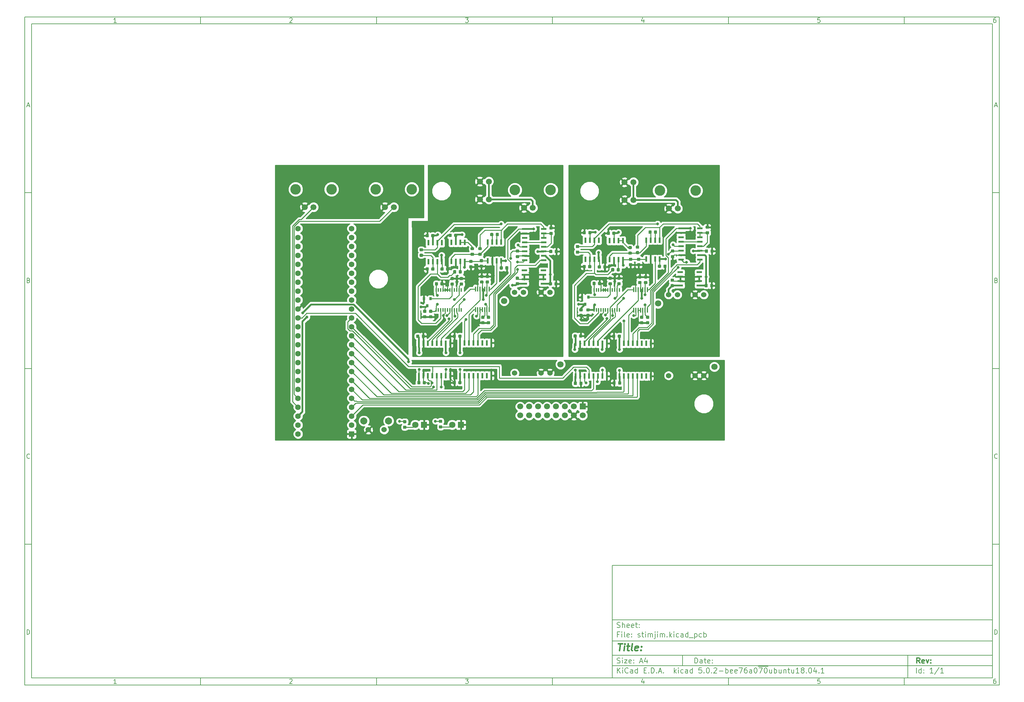
<source format=gtl>
G04 #@! TF.GenerationSoftware,KiCad,Pcbnew,5.0.2-bee76a0~70~ubuntu18.04.1*
G04 #@! TF.CreationDate,2019-02-25T13:41:17+02:00*
G04 #@! TF.ProjectId,stimjim,7374696d-6a69-46d2-9e6b-696361645f70,rev?*
G04 #@! TF.SameCoordinates,Original*
G04 #@! TF.FileFunction,Copper,L1,Top*
G04 #@! TF.FilePolarity,Positive*
%FSLAX46Y46*%
G04 Gerber Fmt 4.6, Leading zero omitted, Abs format (unit mm)*
G04 Created by KiCad (PCBNEW 5.0.2-bee76a0~70~ubuntu18.04.1) date Mon Feb 25 13:41:17 2019*
%MOMM*%
%LPD*%
G01*
G04 APERTURE LIST*
%ADD10C,0.100000*%
%ADD11C,0.150000*%
%ADD12C,0.300000*%
%ADD13C,0.400000*%
G04 #@! TA.AperFunction,ComponentPad*
%ADD14C,1.800000*%
G04 #@! TD*
G04 #@! TA.AperFunction,ComponentPad*
%ADD15R,1.800000X1.800000*%
G04 #@! TD*
G04 #@! TA.AperFunction,ComponentPad*
%ADD16C,2.000000*%
G04 #@! TD*
G04 #@! TA.AperFunction,ComponentPad*
%ADD17C,1.524000*%
G04 #@! TD*
G04 #@! TA.AperFunction,Conductor*
%ADD18C,0.100000*%
G04 #@! TD*
G04 #@! TA.AperFunction,SMDPad,CuDef*
%ADD19C,0.875000*%
G04 #@! TD*
G04 #@! TA.AperFunction,SMDPad,CuDef*
%ADD20R,1.550000X0.600000*%
G04 #@! TD*
G04 #@! TA.AperFunction,ComponentPad*
%ADD21C,1.700000*%
G04 #@! TD*
G04 #@! TA.AperFunction,SMDPad,CuDef*
%ADD22R,0.600000X1.500000*%
G04 #@! TD*
G04 #@! TA.AperFunction,SMDPad,CuDef*
%ADD23R,0.450000X1.450000*%
G04 #@! TD*
G04 #@! TA.AperFunction,SMDPad,CuDef*
%ADD24R,0.400000X1.100000*%
G04 #@! TD*
G04 #@! TA.AperFunction,SMDPad,CuDef*
%ADD25R,0.800000X0.900000*%
G04 #@! TD*
G04 #@! TA.AperFunction,SMDPad,CuDef*
%ADD26R,0.600000X1.550000*%
G04 #@! TD*
G04 #@! TA.AperFunction,ComponentPad*
%ADD27R,1.700000X1.700000*%
G04 #@! TD*
G04 #@! TA.AperFunction,ComponentPad*
%ADD28C,1.600000*%
G04 #@! TD*
G04 #@! TA.AperFunction,ComponentPad*
%ADD29R,1.600000X1.600000*%
G04 #@! TD*
G04 #@! TA.AperFunction,ComponentPad*
%ADD30C,3.000000*%
G04 #@! TD*
G04 #@! TA.AperFunction,SMDPad,CuDef*
%ADD31R,1.500000X0.600000*%
G04 #@! TD*
G04 #@! TA.AperFunction,ViaPad*
%ADD32C,0.800000*%
G04 #@! TD*
G04 #@! TA.AperFunction,Conductor*
%ADD33C,0.500000*%
G04 #@! TD*
G04 #@! TA.AperFunction,Conductor*
%ADD34C,0.250000*%
G04 #@! TD*
G04 #@! TA.AperFunction,Conductor*
%ADD35C,0.254000*%
G04 #@! TD*
G04 APERTURE END LIST*
D10*
D11*
X177002200Y-166007200D02*
X177002200Y-198007200D01*
X285002200Y-198007200D01*
X285002200Y-166007200D01*
X177002200Y-166007200D01*
D10*
D11*
X10000000Y-10000000D02*
X10000000Y-200007200D01*
X287002200Y-200007200D01*
X287002200Y-10000000D01*
X10000000Y-10000000D01*
D10*
D11*
X12000000Y-12000000D02*
X12000000Y-198007200D01*
X285002200Y-198007200D01*
X285002200Y-12000000D01*
X12000000Y-12000000D01*
D10*
D11*
X60000000Y-12000000D02*
X60000000Y-10000000D01*
D10*
D11*
X110000000Y-12000000D02*
X110000000Y-10000000D01*
D10*
D11*
X160000000Y-12000000D02*
X160000000Y-10000000D01*
D10*
D11*
X210000000Y-12000000D02*
X210000000Y-10000000D01*
D10*
D11*
X260000000Y-12000000D02*
X260000000Y-10000000D01*
D10*
D11*
X36065476Y-11588095D02*
X35322619Y-11588095D01*
X35694047Y-11588095D02*
X35694047Y-10288095D01*
X35570238Y-10473809D01*
X35446428Y-10597619D01*
X35322619Y-10659523D01*
D10*
D11*
X85322619Y-10411904D02*
X85384523Y-10350000D01*
X85508333Y-10288095D01*
X85817857Y-10288095D01*
X85941666Y-10350000D01*
X86003571Y-10411904D01*
X86065476Y-10535714D01*
X86065476Y-10659523D01*
X86003571Y-10845238D01*
X85260714Y-11588095D01*
X86065476Y-11588095D01*
D10*
D11*
X135260714Y-10288095D02*
X136065476Y-10288095D01*
X135632142Y-10783333D01*
X135817857Y-10783333D01*
X135941666Y-10845238D01*
X136003571Y-10907142D01*
X136065476Y-11030952D01*
X136065476Y-11340476D01*
X136003571Y-11464285D01*
X135941666Y-11526190D01*
X135817857Y-11588095D01*
X135446428Y-11588095D01*
X135322619Y-11526190D01*
X135260714Y-11464285D01*
D10*
D11*
X185941666Y-10721428D02*
X185941666Y-11588095D01*
X185632142Y-10226190D02*
X185322619Y-11154761D01*
X186127380Y-11154761D01*
D10*
D11*
X236003571Y-10288095D02*
X235384523Y-10288095D01*
X235322619Y-10907142D01*
X235384523Y-10845238D01*
X235508333Y-10783333D01*
X235817857Y-10783333D01*
X235941666Y-10845238D01*
X236003571Y-10907142D01*
X236065476Y-11030952D01*
X236065476Y-11340476D01*
X236003571Y-11464285D01*
X235941666Y-11526190D01*
X235817857Y-11588095D01*
X235508333Y-11588095D01*
X235384523Y-11526190D01*
X235322619Y-11464285D01*
D10*
D11*
X285941666Y-10288095D02*
X285694047Y-10288095D01*
X285570238Y-10350000D01*
X285508333Y-10411904D01*
X285384523Y-10597619D01*
X285322619Y-10845238D01*
X285322619Y-11340476D01*
X285384523Y-11464285D01*
X285446428Y-11526190D01*
X285570238Y-11588095D01*
X285817857Y-11588095D01*
X285941666Y-11526190D01*
X286003571Y-11464285D01*
X286065476Y-11340476D01*
X286065476Y-11030952D01*
X286003571Y-10907142D01*
X285941666Y-10845238D01*
X285817857Y-10783333D01*
X285570238Y-10783333D01*
X285446428Y-10845238D01*
X285384523Y-10907142D01*
X285322619Y-11030952D01*
D10*
D11*
X60000000Y-198007200D02*
X60000000Y-200007200D01*
D10*
D11*
X110000000Y-198007200D02*
X110000000Y-200007200D01*
D10*
D11*
X160000000Y-198007200D02*
X160000000Y-200007200D01*
D10*
D11*
X210000000Y-198007200D02*
X210000000Y-200007200D01*
D10*
D11*
X260000000Y-198007200D02*
X260000000Y-200007200D01*
D10*
D11*
X36065476Y-199595295D02*
X35322619Y-199595295D01*
X35694047Y-199595295D02*
X35694047Y-198295295D01*
X35570238Y-198481009D01*
X35446428Y-198604819D01*
X35322619Y-198666723D01*
D10*
D11*
X85322619Y-198419104D02*
X85384523Y-198357200D01*
X85508333Y-198295295D01*
X85817857Y-198295295D01*
X85941666Y-198357200D01*
X86003571Y-198419104D01*
X86065476Y-198542914D01*
X86065476Y-198666723D01*
X86003571Y-198852438D01*
X85260714Y-199595295D01*
X86065476Y-199595295D01*
D10*
D11*
X135260714Y-198295295D02*
X136065476Y-198295295D01*
X135632142Y-198790533D01*
X135817857Y-198790533D01*
X135941666Y-198852438D01*
X136003571Y-198914342D01*
X136065476Y-199038152D01*
X136065476Y-199347676D01*
X136003571Y-199471485D01*
X135941666Y-199533390D01*
X135817857Y-199595295D01*
X135446428Y-199595295D01*
X135322619Y-199533390D01*
X135260714Y-199471485D01*
D10*
D11*
X185941666Y-198728628D02*
X185941666Y-199595295D01*
X185632142Y-198233390D02*
X185322619Y-199161961D01*
X186127380Y-199161961D01*
D10*
D11*
X236003571Y-198295295D02*
X235384523Y-198295295D01*
X235322619Y-198914342D01*
X235384523Y-198852438D01*
X235508333Y-198790533D01*
X235817857Y-198790533D01*
X235941666Y-198852438D01*
X236003571Y-198914342D01*
X236065476Y-199038152D01*
X236065476Y-199347676D01*
X236003571Y-199471485D01*
X235941666Y-199533390D01*
X235817857Y-199595295D01*
X235508333Y-199595295D01*
X235384523Y-199533390D01*
X235322619Y-199471485D01*
D10*
D11*
X285941666Y-198295295D02*
X285694047Y-198295295D01*
X285570238Y-198357200D01*
X285508333Y-198419104D01*
X285384523Y-198604819D01*
X285322619Y-198852438D01*
X285322619Y-199347676D01*
X285384523Y-199471485D01*
X285446428Y-199533390D01*
X285570238Y-199595295D01*
X285817857Y-199595295D01*
X285941666Y-199533390D01*
X286003571Y-199471485D01*
X286065476Y-199347676D01*
X286065476Y-199038152D01*
X286003571Y-198914342D01*
X285941666Y-198852438D01*
X285817857Y-198790533D01*
X285570238Y-198790533D01*
X285446428Y-198852438D01*
X285384523Y-198914342D01*
X285322619Y-199038152D01*
D10*
D11*
X10000000Y-60000000D02*
X12000000Y-60000000D01*
D10*
D11*
X10000000Y-110000000D02*
X12000000Y-110000000D01*
D10*
D11*
X10000000Y-160000000D02*
X12000000Y-160000000D01*
D10*
D11*
X10690476Y-35216666D02*
X11309523Y-35216666D01*
X10566666Y-35588095D02*
X11000000Y-34288095D01*
X11433333Y-35588095D01*
D10*
D11*
X11092857Y-84907142D02*
X11278571Y-84969047D01*
X11340476Y-85030952D01*
X11402380Y-85154761D01*
X11402380Y-85340476D01*
X11340476Y-85464285D01*
X11278571Y-85526190D01*
X11154761Y-85588095D01*
X10659523Y-85588095D01*
X10659523Y-84288095D01*
X11092857Y-84288095D01*
X11216666Y-84350000D01*
X11278571Y-84411904D01*
X11340476Y-84535714D01*
X11340476Y-84659523D01*
X11278571Y-84783333D01*
X11216666Y-84845238D01*
X11092857Y-84907142D01*
X10659523Y-84907142D01*
D10*
D11*
X11402380Y-135464285D02*
X11340476Y-135526190D01*
X11154761Y-135588095D01*
X11030952Y-135588095D01*
X10845238Y-135526190D01*
X10721428Y-135402380D01*
X10659523Y-135278571D01*
X10597619Y-135030952D01*
X10597619Y-134845238D01*
X10659523Y-134597619D01*
X10721428Y-134473809D01*
X10845238Y-134350000D01*
X11030952Y-134288095D01*
X11154761Y-134288095D01*
X11340476Y-134350000D01*
X11402380Y-134411904D01*
D10*
D11*
X10659523Y-185588095D02*
X10659523Y-184288095D01*
X10969047Y-184288095D01*
X11154761Y-184350000D01*
X11278571Y-184473809D01*
X11340476Y-184597619D01*
X11402380Y-184845238D01*
X11402380Y-185030952D01*
X11340476Y-185278571D01*
X11278571Y-185402380D01*
X11154761Y-185526190D01*
X10969047Y-185588095D01*
X10659523Y-185588095D01*
D10*
D11*
X287002200Y-60000000D02*
X285002200Y-60000000D01*
D10*
D11*
X287002200Y-110000000D02*
X285002200Y-110000000D01*
D10*
D11*
X287002200Y-160000000D02*
X285002200Y-160000000D01*
D10*
D11*
X285692676Y-35216666D02*
X286311723Y-35216666D01*
X285568866Y-35588095D02*
X286002200Y-34288095D01*
X286435533Y-35588095D01*
D10*
D11*
X286095057Y-84907142D02*
X286280771Y-84969047D01*
X286342676Y-85030952D01*
X286404580Y-85154761D01*
X286404580Y-85340476D01*
X286342676Y-85464285D01*
X286280771Y-85526190D01*
X286156961Y-85588095D01*
X285661723Y-85588095D01*
X285661723Y-84288095D01*
X286095057Y-84288095D01*
X286218866Y-84350000D01*
X286280771Y-84411904D01*
X286342676Y-84535714D01*
X286342676Y-84659523D01*
X286280771Y-84783333D01*
X286218866Y-84845238D01*
X286095057Y-84907142D01*
X285661723Y-84907142D01*
D10*
D11*
X286404580Y-135464285D02*
X286342676Y-135526190D01*
X286156961Y-135588095D01*
X286033152Y-135588095D01*
X285847438Y-135526190D01*
X285723628Y-135402380D01*
X285661723Y-135278571D01*
X285599819Y-135030952D01*
X285599819Y-134845238D01*
X285661723Y-134597619D01*
X285723628Y-134473809D01*
X285847438Y-134350000D01*
X286033152Y-134288095D01*
X286156961Y-134288095D01*
X286342676Y-134350000D01*
X286404580Y-134411904D01*
D10*
D11*
X285661723Y-185588095D02*
X285661723Y-184288095D01*
X285971247Y-184288095D01*
X286156961Y-184350000D01*
X286280771Y-184473809D01*
X286342676Y-184597619D01*
X286404580Y-184845238D01*
X286404580Y-185030952D01*
X286342676Y-185278571D01*
X286280771Y-185402380D01*
X286156961Y-185526190D01*
X285971247Y-185588095D01*
X285661723Y-185588095D01*
D10*
D11*
X200434342Y-193785771D02*
X200434342Y-192285771D01*
X200791485Y-192285771D01*
X201005771Y-192357200D01*
X201148628Y-192500057D01*
X201220057Y-192642914D01*
X201291485Y-192928628D01*
X201291485Y-193142914D01*
X201220057Y-193428628D01*
X201148628Y-193571485D01*
X201005771Y-193714342D01*
X200791485Y-193785771D01*
X200434342Y-193785771D01*
X202577200Y-193785771D02*
X202577200Y-193000057D01*
X202505771Y-192857200D01*
X202362914Y-192785771D01*
X202077200Y-192785771D01*
X201934342Y-192857200D01*
X202577200Y-193714342D02*
X202434342Y-193785771D01*
X202077200Y-193785771D01*
X201934342Y-193714342D01*
X201862914Y-193571485D01*
X201862914Y-193428628D01*
X201934342Y-193285771D01*
X202077200Y-193214342D01*
X202434342Y-193214342D01*
X202577200Y-193142914D01*
X203077200Y-192785771D02*
X203648628Y-192785771D01*
X203291485Y-192285771D02*
X203291485Y-193571485D01*
X203362914Y-193714342D01*
X203505771Y-193785771D01*
X203648628Y-193785771D01*
X204720057Y-193714342D02*
X204577200Y-193785771D01*
X204291485Y-193785771D01*
X204148628Y-193714342D01*
X204077200Y-193571485D01*
X204077200Y-193000057D01*
X204148628Y-192857200D01*
X204291485Y-192785771D01*
X204577200Y-192785771D01*
X204720057Y-192857200D01*
X204791485Y-193000057D01*
X204791485Y-193142914D01*
X204077200Y-193285771D01*
X205434342Y-193642914D02*
X205505771Y-193714342D01*
X205434342Y-193785771D01*
X205362914Y-193714342D01*
X205434342Y-193642914D01*
X205434342Y-193785771D01*
X205434342Y-192857200D02*
X205505771Y-192928628D01*
X205434342Y-193000057D01*
X205362914Y-192928628D01*
X205434342Y-192857200D01*
X205434342Y-193000057D01*
D10*
D11*
X177002200Y-194507200D02*
X285002200Y-194507200D01*
D10*
D11*
X178434342Y-196585771D02*
X178434342Y-195085771D01*
X179291485Y-196585771D02*
X178648628Y-195728628D01*
X179291485Y-195085771D02*
X178434342Y-195942914D01*
X179934342Y-196585771D02*
X179934342Y-195585771D01*
X179934342Y-195085771D02*
X179862914Y-195157200D01*
X179934342Y-195228628D01*
X180005771Y-195157200D01*
X179934342Y-195085771D01*
X179934342Y-195228628D01*
X181505771Y-196442914D02*
X181434342Y-196514342D01*
X181220057Y-196585771D01*
X181077200Y-196585771D01*
X180862914Y-196514342D01*
X180720057Y-196371485D01*
X180648628Y-196228628D01*
X180577200Y-195942914D01*
X180577200Y-195728628D01*
X180648628Y-195442914D01*
X180720057Y-195300057D01*
X180862914Y-195157200D01*
X181077200Y-195085771D01*
X181220057Y-195085771D01*
X181434342Y-195157200D01*
X181505771Y-195228628D01*
X182791485Y-196585771D02*
X182791485Y-195800057D01*
X182720057Y-195657200D01*
X182577200Y-195585771D01*
X182291485Y-195585771D01*
X182148628Y-195657200D01*
X182791485Y-196514342D02*
X182648628Y-196585771D01*
X182291485Y-196585771D01*
X182148628Y-196514342D01*
X182077200Y-196371485D01*
X182077200Y-196228628D01*
X182148628Y-196085771D01*
X182291485Y-196014342D01*
X182648628Y-196014342D01*
X182791485Y-195942914D01*
X184148628Y-196585771D02*
X184148628Y-195085771D01*
X184148628Y-196514342D02*
X184005771Y-196585771D01*
X183720057Y-196585771D01*
X183577200Y-196514342D01*
X183505771Y-196442914D01*
X183434342Y-196300057D01*
X183434342Y-195871485D01*
X183505771Y-195728628D01*
X183577200Y-195657200D01*
X183720057Y-195585771D01*
X184005771Y-195585771D01*
X184148628Y-195657200D01*
X186005771Y-195800057D02*
X186505771Y-195800057D01*
X186720057Y-196585771D02*
X186005771Y-196585771D01*
X186005771Y-195085771D01*
X186720057Y-195085771D01*
X187362914Y-196442914D02*
X187434342Y-196514342D01*
X187362914Y-196585771D01*
X187291485Y-196514342D01*
X187362914Y-196442914D01*
X187362914Y-196585771D01*
X188077200Y-196585771D02*
X188077200Y-195085771D01*
X188434342Y-195085771D01*
X188648628Y-195157200D01*
X188791485Y-195300057D01*
X188862914Y-195442914D01*
X188934342Y-195728628D01*
X188934342Y-195942914D01*
X188862914Y-196228628D01*
X188791485Y-196371485D01*
X188648628Y-196514342D01*
X188434342Y-196585771D01*
X188077200Y-196585771D01*
X189577200Y-196442914D02*
X189648628Y-196514342D01*
X189577200Y-196585771D01*
X189505771Y-196514342D01*
X189577200Y-196442914D01*
X189577200Y-196585771D01*
X190220057Y-196157200D02*
X190934342Y-196157200D01*
X190077200Y-196585771D02*
X190577200Y-195085771D01*
X191077200Y-196585771D01*
X191577200Y-196442914D02*
X191648628Y-196514342D01*
X191577200Y-196585771D01*
X191505771Y-196514342D01*
X191577200Y-196442914D01*
X191577200Y-196585771D01*
X194577200Y-196585771D02*
X194577200Y-195085771D01*
X194720057Y-196014342D02*
X195148628Y-196585771D01*
X195148628Y-195585771D02*
X194577200Y-196157200D01*
X195791485Y-196585771D02*
X195791485Y-195585771D01*
X195791485Y-195085771D02*
X195720057Y-195157200D01*
X195791485Y-195228628D01*
X195862914Y-195157200D01*
X195791485Y-195085771D01*
X195791485Y-195228628D01*
X197148628Y-196514342D02*
X197005771Y-196585771D01*
X196720057Y-196585771D01*
X196577200Y-196514342D01*
X196505771Y-196442914D01*
X196434342Y-196300057D01*
X196434342Y-195871485D01*
X196505771Y-195728628D01*
X196577200Y-195657200D01*
X196720057Y-195585771D01*
X197005771Y-195585771D01*
X197148628Y-195657200D01*
X198434342Y-196585771D02*
X198434342Y-195800057D01*
X198362914Y-195657200D01*
X198220057Y-195585771D01*
X197934342Y-195585771D01*
X197791485Y-195657200D01*
X198434342Y-196514342D02*
X198291485Y-196585771D01*
X197934342Y-196585771D01*
X197791485Y-196514342D01*
X197720057Y-196371485D01*
X197720057Y-196228628D01*
X197791485Y-196085771D01*
X197934342Y-196014342D01*
X198291485Y-196014342D01*
X198434342Y-195942914D01*
X199791485Y-196585771D02*
X199791485Y-195085771D01*
X199791485Y-196514342D02*
X199648628Y-196585771D01*
X199362914Y-196585771D01*
X199220057Y-196514342D01*
X199148628Y-196442914D01*
X199077200Y-196300057D01*
X199077200Y-195871485D01*
X199148628Y-195728628D01*
X199220057Y-195657200D01*
X199362914Y-195585771D01*
X199648628Y-195585771D01*
X199791485Y-195657200D01*
X202362914Y-195085771D02*
X201648628Y-195085771D01*
X201577200Y-195800057D01*
X201648628Y-195728628D01*
X201791485Y-195657200D01*
X202148628Y-195657200D01*
X202291485Y-195728628D01*
X202362914Y-195800057D01*
X202434342Y-195942914D01*
X202434342Y-196300057D01*
X202362914Y-196442914D01*
X202291485Y-196514342D01*
X202148628Y-196585771D01*
X201791485Y-196585771D01*
X201648628Y-196514342D01*
X201577200Y-196442914D01*
X203077200Y-196442914D02*
X203148628Y-196514342D01*
X203077200Y-196585771D01*
X203005771Y-196514342D01*
X203077200Y-196442914D01*
X203077200Y-196585771D01*
X204077200Y-195085771D02*
X204220057Y-195085771D01*
X204362914Y-195157200D01*
X204434342Y-195228628D01*
X204505771Y-195371485D01*
X204577200Y-195657200D01*
X204577200Y-196014342D01*
X204505771Y-196300057D01*
X204434342Y-196442914D01*
X204362914Y-196514342D01*
X204220057Y-196585771D01*
X204077200Y-196585771D01*
X203934342Y-196514342D01*
X203862914Y-196442914D01*
X203791485Y-196300057D01*
X203720057Y-196014342D01*
X203720057Y-195657200D01*
X203791485Y-195371485D01*
X203862914Y-195228628D01*
X203934342Y-195157200D01*
X204077200Y-195085771D01*
X205220057Y-196442914D02*
X205291485Y-196514342D01*
X205220057Y-196585771D01*
X205148628Y-196514342D01*
X205220057Y-196442914D01*
X205220057Y-196585771D01*
X205862914Y-195228628D02*
X205934342Y-195157200D01*
X206077200Y-195085771D01*
X206434342Y-195085771D01*
X206577200Y-195157200D01*
X206648628Y-195228628D01*
X206720057Y-195371485D01*
X206720057Y-195514342D01*
X206648628Y-195728628D01*
X205791485Y-196585771D01*
X206720057Y-196585771D01*
X207362914Y-196014342D02*
X208505771Y-196014342D01*
X209220057Y-196585771D02*
X209220057Y-195085771D01*
X209220057Y-195657200D02*
X209362914Y-195585771D01*
X209648628Y-195585771D01*
X209791485Y-195657200D01*
X209862914Y-195728628D01*
X209934342Y-195871485D01*
X209934342Y-196300057D01*
X209862914Y-196442914D01*
X209791485Y-196514342D01*
X209648628Y-196585771D01*
X209362914Y-196585771D01*
X209220057Y-196514342D01*
X211148628Y-196514342D02*
X211005771Y-196585771D01*
X210720057Y-196585771D01*
X210577200Y-196514342D01*
X210505771Y-196371485D01*
X210505771Y-195800057D01*
X210577200Y-195657200D01*
X210720057Y-195585771D01*
X211005771Y-195585771D01*
X211148628Y-195657200D01*
X211220057Y-195800057D01*
X211220057Y-195942914D01*
X210505771Y-196085771D01*
X212434342Y-196514342D02*
X212291485Y-196585771D01*
X212005771Y-196585771D01*
X211862914Y-196514342D01*
X211791485Y-196371485D01*
X211791485Y-195800057D01*
X211862914Y-195657200D01*
X212005771Y-195585771D01*
X212291485Y-195585771D01*
X212434342Y-195657200D01*
X212505771Y-195800057D01*
X212505771Y-195942914D01*
X211791485Y-196085771D01*
X213005771Y-195085771D02*
X214005771Y-195085771D01*
X213362914Y-196585771D01*
X215220057Y-195085771D02*
X214934342Y-195085771D01*
X214791485Y-195157200D01*
X214720057Y-195228628D01*
X214577200Y-195442914D01*
X214505771Y-195728628D01*
X214505771Y-196300057D01*
X214577200Y-196442914D01*
X214648628Y-196514342D01*
X214791485Y-196585771D01*
X215077200Y-196585771D01*
X215220057Y-196514342D01*
X215291485Y-196442914D01*
X215362914Y-196300057D01*
X215362914Y-195942914D01*
X215291485Y-195800057D01*
X215220057Y-195728628D01*
X215077200Y-195657200D01*
X214791485Y-195657200D01*
X214648628Y-195728628D01*
X214577200Y-195800057D01*
X214505771Y-195942914D01*
X216648628Y-196585771D02*
X216648628Y-195800057D01*
X216577200Y-195657200D01*
X216434342Y-195585771D01*
X216148628Y-195585771D01*
X216005771Y-195657200D01*
X216648628Y-196514342D02*
X216505771Y-196585771D01*
X216148628Y-196585771D01*
X216005771Y-196514342D01*
X215934342Y-196371485D01*
X215934342Y-196228628D01*
X216005771Y-196085771D01*
X216148628Y-196014342D01*
X216505771Y-196014342D01*
X216648628Y-195942914D01*
X217648628Y-195085771D02*
X217791485Y-195085771D01*
X217934342Y-195157200D01*
X218005771Y-195228628D01*
X218077200Y-195371485D01*
X218148628Y-195657200D01*
X218148628Y-196014342D01*
X218077200Y-196300057D01*
X218005771Y-196442914D01*
X217934342Y-196514342D01*
X217791485Y-196585771D01*
X217648628Y-196585771D01*
X217505771Y-196514342D01*
X217434342Y-196442914D01*
X217362914Y-196300057D01*
X217291485Y-196014342D01*
X217291485Y-195657200D01*
X217362914Y-195371485D01*
X217434342Y-195228628D01*
X217505771Y-195157200D01*
X217648628Y-195085771D01*
X218434342Y-194677200D02*
X219862914Y-194677200D01*
X218648628Y-195085771D02*
X219648628Y-195085771D01*
X219005771Y-196585771D01*
X219862914Y-194677200D02*
X221291485Y-194677200D01*
X220505771Y-195085771D02*
X220648628Y-195085771D01*
X220791485Y-195157200D01*
X220862914Y-195228628D01*
X220934342Y-195371485D01*
X221005771Y-195657200D01*
X221005771Y-196014342D01*
X220934342Y-196300057D01*
X220862914Y-196442914D01*
X220791485Y-196514342D01*
X220648628Y-196585771D01*
X220505771Y-196585771D01*
X220362914Y-196514342D01*
X220291485Y-196442914D01*
X220220057Y-196300057D01*
X220148628Y-196014342D01*
X220148628Y-195657200D01*
X220220057Y-195371485D01*
X220291485Y-195228628D01*
X220362914Y-195157200D01*
X220505771Y-195085771D01*
X222291485Y-195585771D02*
X222291485Y-196585771D01*
X221648628Y-195585771D02*
X221648628Y-196371485D01*
X221720057Y-196514342D01*
X221862914Y-196585771D01*
X222077200Y-196585771D01*
X222220057Y-196514342D01*
X222291485Y-196442914D01*
X223005771Y-196585771D02*
X223005771Y-195085771D01*
X223005771Y-195657200D02*
X223148628Y-195585771D01*
X223434342Y-195585771D01*
X223577200Y-195657200D01*
X223648628Y-195728628D01*
X223720057Y-195871485D01*
X223720057Y-196300057D01*
X223648628Y-196442914D01*
X223577200Y-196514342D01*
X223434342Y-196585771D01*
X223148628Y-196585771D01*
X223005771Y-196514342D01*
X225005771Y-195585771D02*
X225005771Y-196585771D01*
X224362914Y-195585771D02*
X224362914Y-196371485D01*
X224434342Y-196514342D01*
X224577200Y-196585771D01*
X224791485Y-196585771D01*
X224934342Y-196514342D01*
X225005771Y-196442914D01*
X225720057Y-195585771D02*
X225720057Y-196585771D01*
X225720057Y-195728628D02*
X225791485Y-195657200D01*
X225934342Y-195585771D01*
X226148628Y-195585771D01*
X226291485Y-195657200D01*
X226362914Y-195800057D01*
X226362914Y-196585771D01*
X226862914Y-195585771D02*
X227434342Y-195585771D01*
X227077200Y-195085771D02*
X227077200Y-196371485D01*
X227148628Y-196514342D01*
X227291485Y-196585771D01*
X227434342Y-196585771D01*
X228577200Y-195585771D02*
X228577200Y-196585771D01*
X227934342Y-195585771D02*
X227934342Y-196371485D01*
X228005771Y-196514342D01*
X228148628Y-196585771D01*
X228362914Y-196585771D01*
X228505771Y-196514342D01*
X228577200Y-196442914D01*
X230077200Y-196585771D02*
X229220057Y-196585771D01*
X229648628Y-196585771D02*
X229648628Y-195085771D01*
X229505771Y-195300057D01*
X229362914Y-195442914D01*
X229220057Y-195514342D01*
X230934342Y-195728628D02*
X230791485Y-195657200D01*
X230720057Y-195585771D01*
X230648628Y-195442914D01*
X230648628Y-195371485D01*
X230720057Y-195228628D01*
X230791485Y-195157200D01*
X230934342Y-195085771D01*
X231220057Y-195085771D01*
X231362914Y-195157200D01*
X231434342Y-195228628D01*
X231505771Y-195371485D01*
X231505771Y-195442914D01*
X231434342Y-195585771D01*
X231362914Y-195657200D01*
X231220057Y-195728628D01*
X230934342Y-195728628D01*
X230791485Y-195800057D01*
X230720057Y-195871485D01*
X230648628Y-196014342D01*
X230648628Y-196300057D01*
X230720057Y-196442914D01*
X230791485Y-196514342D01*
X230934342Y-196585771D01*
X231220057Y-196585771D01*
X231362914Y-196514342D01*
X231434342Y-196442914D01*
X231505771Y-196300057D01*
X231505771Y-196014342D01*
X231434342Y-195871485D01*
X231362914Y-195800057D01*
X231220057Y-195728628D01*
X232148628Y-196442914D02*
X232220057Y-196514342D01*
X232148628Y-196585771D01*
X232077200Y-196514342D01*
X232148628Y-196442914D01*
X232148628Y-196585771D01*
X233148628Y-195085771D02*
X233291485Y-195085771D01*
X233434342Y-195157200D01*
X233505771Y-195228628D01*
X233577200Y-195371485D01*
X233648628Y-195657200D01*
X233648628Y-196014342D01*
X233577200Y-196300057D01*
X233505771Y-196442914D01*
X233434342Y-196514342D01*
X233291485Y-196585771D01*
X233148628Y-196585771D01*
X233005771Y-196514342D01*
X232934342Y-196442914D01*
X232862914Y-196300057D01*
X232791485Y-196014342D01*
X232791485Y-195657200D01*
X232862914Y-195371485D01*
X232934342Y-195228628D01*
X233005771Y-195157200D01*
X233148628Y-195085771D01*
X234934342Y-195585771D02*
X234934342Y-196585771D01*
X234577200Y-195014342D02*
X234220057Y-196085771D01*
X235148628Y-196085771D01*
X235720057Y-196442914D02*
X235791485Y-196514342D01*
X235720057Y-196585771D01*
X235648628Y-196514342D01*
X235720057Y-196442914D01*
X235720057Y-196585771D01*
X237220057Y-196585771D02*
X236362914Y-196585771D01*
X236791485Y-196585771D02*
X236791485Y-195085771D01*
X236648628Y-195300057D01*
X236505771Y-195442914D01*
X236362914Y-195514342D01*
D10*
D11*
X177002200Y-191507200D02*
X285002200Y-191507200D01*
D10*
D12*
X264411485Y-193785771D02*
X263911485Y-193071485D01*
X263554342Y-193785771D02*
X263554342Y-192285771D01*
X264125771Y-192285771D01*
X264268628Y-192357200D01*
X264340057Y-192428628D01*
X264411485Y-192571485D01*
X264411485Y-192785771D01*
X264340057Y-192928628D01*
X264268628Y-193000057D01*
X264125771Y-193071485D01*
X263554342Y-193071485D01*
X265625771Y-193714342D02*
X265482914Y-193785771D01*
X265197200Y-193785771D01*
X265054342Y-193714342D01*
X264982914Y-193571485D01*
X264982914Y-193000057D01*
X265054342Y-192857200D01*
X265197200Y-192785771D01*
X265482914Y-192785771D01*
X265625771Y-192857200D01*
X265697200Y-193000057D01*
X265697200Y-193142914D01*
X264982914Y-193285771D01*
X266197200Y-192785771D02*
X266554342Y-193785771D01*
X266911485Y-192785771D01*
X267482914Y-193642914D02*
X267554342Y-193714342D01*
X267482914Y-193785771D01*
X267411485Y-193714342D01*
X267482914Y-193642914D01*
X267482914Y-193785771D01*
X267482914Y-192857200D02*
X267554342Y-192928628D01*
X267482914Y-193000057D01*
X267411485Y-192928628D01*
X267482914Y-192857200D01*
X267482914Y-193000057D01*
D10*
D11*
X178362914Y-193714342D02*
X178577200Y-193785771D01*
X178934342Y-193785771D01*
X179077200Y-193714342D01*
X179148628Y-193642914D01*
X179220057Y-193500057D01*
X179220057Y-193357200D01*
X179148628Y-193214342D01*
X179077200Y-193142914D01*
X178934342Y-193071485D01*
X178648628Y-193000057D01*
X178505771Y-192928628D01*
X178434342Y-192857200D01*
X178362914Y-192714342D01*
X178362914Y-192571485D01*
X178434342Y-192428628D01*
X178505771Y-192357200D01*
X178648628Y-192285771D01*
X179005771Y-192285771D01*
X179220057Y-192357200D01*
X179862914Y-193785771D02*
X179862914Y-192785771D01*
X179862914Y-192285771D02*
X179791485Y-192357200D01*
X179862914Y-192428628D01*
X179934342Y-192357200D01*
X179862914Y-192285771D01*
X179862914Y-192428628D01*
X180434342Y-192785771D02*
X181220057Y-192785771D01*
X180434342Y-193785771D01*
X181220057Y-193785771D01*
X182362914Y-193714342D02*
X182220057Y-193785771D01*
X181934342Y-193785771D01*
X181791485Y-193714342D01*
X181720057Y-193571485D01*
X181720057Y-193000057D01*
X181791485Y-192857200D01*
X181934342Y-192785771D01*
X182220057Y-192785771D01*
X182362914Y-192857200D01*
X182434342Y-193000057D01*
X182434342Y-193142914D01*
X181720057Y-193285771D01*
X183077200Y-193642914D02*
X183148628Y-193714342D01*
X183077200Y-193785771D01*
X183005771Y-193714342D01*
X183077200Y-193642914D01*
X183077200Y-193785771D01*
X183077200Y-192857200D02*
X183148628Y-192928628D01*
X183077200Y-193000057D01*
X183005771Y-192928628D01*
X183077200Y-192857200D01*
X183077200Y-193000057D01*
X184862914Y-193357200D02*
X185577200Y-193357200D01*
X184720057Y-193785771D02*
X185220057Y-192285771D01*
X185720057Y-193785771D01*
X186862914Y-192785771D02*
X186862914Y-193785771D01*
X186505771Y-192214342D02*
X186148628Y-193285771D01*
X187077200Y-193285771D01*
D10*
D11*
X263434342Y-196585771D02*
X263434342Y-195085771D01*
X264791485Y-196585771D02*
X264791485Y-195085771D01*
X264791485Y-196514342D02*
X264648628Y-196585771D01*
X264362914Y-196585771D01*
X264220057Y-196514342D01*
X264148628Y-196442914D01*
X264077200Y-196300057D01*
X264077200Y-195871485D01*
X264148628Y-195728628D01*
X264220057Y-195657200D01*
X264362914Y-195585771D01*
X264648628Y-195585771D01*
X264791485Y-195657200D01*
X265505771Y-196442914D02*
X265577200Y-196514342D01*
X265505771Y-196585771D01*
X265434342Y-196514342D01*
X265505771Y-196442914D01*
X265505771Y-196585771D01*
X265505771Y-195657200D02*
X265577200Y-195728628D01*
X265505771Y-195800057D01*
X265434342Y-195728628D01*
X265505771Y-195657200D01*
X265505771Y-195800057D01*
X268148628Y-196585771D02*
X267291485Y-196585771D01*
X267720057Y-196585771D02*
X267720057Y-195085771D01*
X267577200Y-195300057D01*
X267434342Y-195442914D01*
X267291485Y-195514342D01*
X269862914Y-195014342D02*
X268577200Y-196942914D01*
X271148628Y-196585771D02*
X270291485Y-196585771D01*
X270720057Y-196585771D02*
X270720057Y-195085771D01*
X270577200Y-195300057D01*
X270434342Y-195442914D01*
X270291485Y-195514342D01*
D10*
D11*
X177002200Y-187507200D02*
X285002200Y-187507200D01*
D10*
D13*
X178714580Y-188211961D02*
X179857438Y-188211961D01*
X179036009Y-190211961D02*
X179286009Y-188211961D01*
X180274104Y-190211961D02*
X180440771Y-188878628D01*
X180524104Y-188211961D02*
X180416961Y-188307200D01*
X180500295Y-188402438D01*
X180607438Y-188307200D01*
X180524104Y-188211961D01*
X180500295Y-188402438D01*
X181107438Y-188878628D02*
X181869342Y-188878628D01*
X181476485Y-188211961D02*
X181262200Y-189926247D01*
X181333628Y-190116723D01*
X181512200Y-190211961D01*
X181702676Y-190211961D01*
X182655057Y-190211961D02*
X182476485Y-190116723D01*
X182405057Y-189926247D01*
X182619342Y-188211961D01*
X184190771Y-190116723D02*
X183988390Y-190211961D01*
X183607438Y-190211961D01*
X183428866Y-190116723D01*
X183357438Y-189926247D01*
X183452676Y-189164342D01*
X183571723Y-188973866D01*
X183774104Y-188878628D01*
X184155057Y-188878628D01*
X184333628Y-188973866D01*
X184405057Y-189164342D01*
X184381247Y-189354819D01*
X183405057Y-189545295D01*
X185155057Y-190021485D02*
X185238390Y-190116723D01*
X185131247Y-190211961D01*
X185047914Y-190116723D01*
X185155057Y-190021485D01*
X185131247Y-190211961D01*
X185286009Y-188973866D02*
X185369342Y-189069104D01*
X185262200Y-189164342D01*
X185178866Y-189069104D01*
X185286009Y-188973866D01*
X185262200Y-189164342D01*
D10*
D11*
X178934342Y-185600057D02*
X178434342Y-185600057D01*
X178434342Y-186385771D02*
X178434342Y-184885771D01*
X179148628Y-184885771D01*
X179720057Y-186385771D02*
X179720057Y-185385771D01*
X179720057Y-184885771D02*
X179648628Y-184957200D01*
X179720057Y-185028628D01*
X179791485Y-184957200D01*
X179720057Y-184885771D01*
X179720057Y-185028628D01*
X180648628Y-186385771D02*
X180505771Y-186314342D01*
X180434342Y-186171485D01*
X180434342Y-184885771D01*
X181791485Y-186314342D02*
X181648628Y-186385771D01*
X181362914Y-186385771D01*
X181220057Y-186314342D01*
X181148628Y-186171485D01*
X181148628Y-185600057D01*
X181220057Y-185457200D01*
X181362914Y-185385771D01*
X181648628Y-185385771D01*
X181791485Y-185457200D01*
X181862914Y-185600057D01*
X181862914Y-185742914D01*
X181148628Y-185885771D01*
X182505771Y-186242914D02*
X182577200Y-186314342D01*
X182505771Y-186385771D01*
X182434342Y-186314342D01*
X182505771Y-186242914D01*
X182505771Y-186385771D01*
X182505771Y-185457200D02*
X182577200Y-185528628D01*
X182505771Y-185600057D01*
X182434342Y-185528628D01*
X182505771Y-185457200D01*
X182505771Y-185600057D01*
X184291485Y-186314342D02*
X184434342Y-186385771D01*
X184720057Y-186385771D01*
X184862914Y-186314342D01*
X184934342Y-186171485D01*
X184934342Y-186100057D01*
X184862914Y-185957200D01*
X184720057Y-185885771D01*
X184505771Y-185885771D01*
X184362914Y-185814342D01*
X184291485Y-185671485D01*
X184291485Y-185600057D01*
X184362914Y-185457200D01*
X184505771Y-185385771D01*
X184720057Y-185385771D01*
X184862914Y-185457200D01*
X185362914Y-185385771D02*
X185934342Y-185385771D01*
X185577200Y-184885771D02*
X185577200Y-186171485D01*
X185648628Y-186314342D01*
X185791485Y-186385771D01*
X185934342Y-186385771D01*
X186434342Y-186385771D02*
X186434342Y-185385771D01*
X186434342Y-184885771D02*
X186362914Y-184957200D01*
X186434342Y-185028628D01*
X186505771Y-184957200D01*
X186434342Y-184885771D01*
X186434342Y-185028628D01*
X187148628Y-186385771D02*
X187148628Y-185385771D01*
X187148628Y-185528628D02*
X187220057Y-185457200D01*
X187362914Y-185385771D01*
X187577200Y-185385771D01*
X187720057Y-185457200D01*
X187791485Y-185600057D01*
X187791485Y-186385771D01*
X187791485Y-185600057D02*
X187862914Y-185457200D01*
X188005771Y-185385771D01*
X188220057Y-185385771D01*
X188362914Y-185457200D01*
X188434342Y-185600057D01*
X188434342Y-186385771D01*
X189148628Y-185385771D02*
X189148628Y-186671485D01*
X189077200Y-186814342D01*
X188934342Y-186885771D01*
X188862914Y-186885771D01*
X189148628Y-184885771D02*
X189077200Y-184957200D01*
X189148628Y-185028628D01*
X189220057Y-184957200D01*
X189148628Y-184885771D01*
X189148628Y-185028628D01*
X189862914Y-186385771D02*
X189862914Y-185385771D01*
X189862914Y-184885771D02*
X189791485Y-184957200D01*
X189862914Y-185028628D01*
X189934342Y-184957200D01*
X189862914Y-184885771D01*
X189862914Y-185028628D01*
X190577200Y-186385771D02*
X190577200Y-185385771D01*
X190577200Y-185528628D02*
X190648628Y-185457200D01*
X190791485Y-185385771D01*
X191005771Y-185385771D01*
X191148628Y-185457200D01*
X191220057Y-185600057D01*
X191220057Y-186385771D01*
X191220057Y-185600057D02*
X191291485Y-185457200D01*
X191434342Y-185385771D01*
X191648628Y-185385771D01*
X191791485Y-185457200D01*
X191862914Y-185600057D01*
X191862914Y-186385771D01*
X192577200Y-186242914D02*
X192648628Y-186314342D01*
X192577200Y-186385771D01*
X192505771Y-186314342D01*
X192577200Y-186242914D01*
X192577200Y-186385771D01*
X193291485Y-186385771D02*
X193291485Y-184885771D01*
X193434342Y-185814342D02*
X193862914Y-186385771D01*
X193862914Y-185385771D02*
X193291485Y-185957200D01*
X194505771Y-186385771D02*
X194505771Y-185385771D01*
X194505771Y-184885771D02*
X194434342Y-184957200D01*
X194505771Y-185028628D01*
X194577200Y-184957200D01*
X194505771Y-184885771D01*
X194505771Y-185028628D01*
X195862914Y-186314342D02*
X195720057Y-186385771D01*
X195434342Y-186385771D01*
X195291485Y-186314342D01*
X195220057Y-186242914D01*
X195148628Y-186100057D01*
X195148628Y-185671485D01*
X195220057Y-185528628D01*
X195291485Y-185457200D01*
X195434342Y-185385771D01*
X195720057Y-185385771D01*
X195862914Y-185457200D01*
X197148628Y-186385771D02*
X197148628Y-185600057D01*
X197077200Y-185457200D01*
X196934342Y-185385771D01*
X196648628Y-185385771D01*
X196505771Y-185457200D01*
X197148628Y-186314342D02*
X197005771Y-186385771D01*
X196648628Y-186385771D01*
X196505771Y-186314342D01*
X196434342Y-186171485D01*
X196434342Y-186028628D01*
X196505771Y-185885771D01*
X196648628Y-185814342D01*
X197005771Y-185814342D01*
X197148628Y-185742914D01*
X198505771Y-186385771D02*
X198505771Y-184885771D01*
X198505771Y-186314342D02*
X198362914Y-186385771D01*
X198077200Y-186385771D01*
X197934342Y-186314342D01*
X197862914Y-186242914D01*
X197791485Y-186100057D01*
X197791485Y-185671485D01*
X197862914Y-185528628D01*
X197934342Y-185457200D01*
X198077200Y-185385771D01*
X198362914Y-185385771D01*
X198505771Y-185457200D01*
X198862914Y-186528628D02*
X200005771Y-186528628D01*
X200362914Y-185385771D02*
X200362914Y-186885771D01*
X200362914Y-185457200D02*
X200505771Y-185385771D01*
X200791485Y-185385771D01*
X200934342Y-185457200D01*
X201005771Y-185528628D01*
X201077200Y-185671485D01*
X201077200Y-186100057D01*
X201005771Y-186242914D01*
X200934342Y-186314342D01*
X200791485Y-186385771D01*
X200505771Y-186385771D01*
X200362914Y-186314342D01*
X202362914Y-186314342D02*
X202220057Y-186385771D01*
X201934342Y-186385771D01*
X201791485Y-186314342D01*
X201720057Y-186242914D01*
X201648628Y-186100057D01*
X201648628Y-185671485D01*
X201720057Y-185528628D01*
X201791485Y-185457200D01*
X201934342Y-185385771D01*
X202220057Y-185385771D01*
X202362914Y-185457200D01*
X203005771Y-186385771D02*
X203005771Y-184885771D01*
X203005771Y-185457200D02*
X203148628Y-185385771D01*
X203434342Y-185385771D01*
X203577200Y-185457200D01*
X203648628Y-185528628D01*
X203720057Y-185671485D01*
X203720057Y-186100057D01*
X203648628Y-186242914D01*
X203577200Y-186314342D01*
X203434342Y-186385771D01*
X203148628Y-186385771D01*
X203005771Y-186314342D01*
D10*
D11*
X177002200Y-181507200D02*
X285002200Y-181507200D01*
D10*
D11*
X178362914Y-183614342D02*
X178577200Y-183685771D01*
X178934342Y-183685771D01*
X179077200Y-183614342D01*
X179148628Y-183542914D01*
X179220057Y-183400057D01*
X179220057Y-183257200D01*
X179148628Y-183114342D01*
X179077200Y-183042914D01*
X178934342Y-182971485D01*
X178648628Y-182900057D01*
X178505771Y-182828628D01*
X178434342Y-182757200D01*
X178362914Y-182614342D01*
X178362914Y-182471485D01*
X178434342Y-182328628D01*
X178505771Y-182257200D01*
X178648628Y-182185771D01*
X179005771Y-182185771D01*
X179220057Y-182257200D01*
X179862914Y-183685771D02*
X179862914Y-182185771D01*
X180505771Y-183685771D02*
X180505771Y-182900057D01*
X180434342Y-182757200D01*
X180291485Y-182685771D01*
X180077200Y-182685771D01*
X179934342Y-182757200D01*
X179862914Y-182828628D01*
X181791485Y-183614342D02*
X181648628Y-183685771D01*
X181362914Y-183685771D01*
X181220057Y-183614342D01*
X181148628Y-183471485D01*
X181148628Y-182900057D01*
X181220057Y-182757200D01*
X181362914Y-182685771D01*
X181648628Y-182685771D01*
X181791485Y-182757200D01*
X181862914Y-182900057D01*
X181862914Y-183042914D01*
X181148628Y-183185771D01*
X183077200Y-183614342D02*
X182934342Y-183685771D01*
X182648628Y-183685771D01*
X182505771Y-183614342D01*
X182434342Y-183471485D01*
X182434342Y-182900057D01*
X182505771Y-182757200D01*
X182648628Y-182685771D01*
X182934342Y-182685771D01*
X183077200Y-182757200D01*
X183148628Y-182900057D01*
X183148628Y-183042914D01*
X182434342Y-183185771D01*
X183577200Y-182685771D02*
X184148628Y-182685771D01*
X183791485Y-182185771D02*
X183791485Y-183471485D01*
X183862914Y-183614342D01*
X184005771Y-183685771D01*
X184148628Y-183685771D01*
X184648628Y-183542914D02*
X184720057Y-183614342D01*
X184648628Y-183685771D01*
X184577200Y-183614342D01*
X184648628Y-183542914D01*
X184648628Y-183685771D01*
X184648628Y-182757200D02*
X184720057Y-182828628D01*
X184648628Y-182900057D01*
X184577200Y-182828628D01*
X184648628Y-182757200D01*
X184648628Y-182900057D01*
D10*
D11*
X197002200Y-191507200D02*
X197002200Y-194507200D01*
D10*
D11*
X261002200Y-191507200D02*
X261002200Y-198007200D01*
D14*
G04 #@! TO.P,D1,2*
G04 #@! TO.N,Net-(D1-Pad2)*
X121000000Y-126000000D03*
D15*
G04 #@! TO.P,D1,1*
G04 #@! TO.N,GND*
X123500000Y-126000000D03*
G04 #@! TD*
D14*
G04 #@! TO.P,D2,2*
G04 #@! TO.N,Net-(D2-Pad2)*
X131500000Y-126000000D03*
D15*
G04 #@! TO.P,D2,1*
G04 #@! TO.N,GND*
X134000000Y-126000000D03*
G04 #@! TD*
D16*
G04 #@! TO.P,SW1,~*
G04 #@! TO.N,N/C*
X106400000Y-124900000D03*
X113400000Y-124900000D03*
D17*
G04 #@! TO.P,SW1,1*
G04 #@! TO.N,GND*
X107650000Y-127400000D03*
G04 #@! TO.P,SW1,2*
G04 #@! TO.N,Net-(SW1-Pad2)*
X112150000Y-127400000D03*
G04 #@! TD*
D18*
G04 #@! TO.N,Net-(R16-Pad2)*
G04 #@! TO.C,R16*
G36*
X128477691Y-124576053D02*
X128498926Y-124579203D01*
X128519750Y-124584419D01*
X128539962Y-124591651D01*
X128559368Y-124600830D01*
X128577781Y-124611866D01*
X128595024Y-124624654D01*
X128610930Y-124639070D01*
X128625346Y-124654976D01*
X128638134Y-124672219D01*
X128649170Y-124690632D01*
X128658349Y-124710038D01*
X128665581Y-124730250D01*
X128670797Y-124751074D01*
X128673947Y-124772309D01*
X128675000Y-124793750D01*
X128675000Y-125231250D01*
X128673947Y-125252691D01*
X128670797Y-125273926D01*
X128665581Y-125294750D01*
X128658349Y-125314962D01*
X128649170Y-125334368D01*
X128638134Y-125352781D01*
X128625346Y-125370024D01*
X128610930Y-125385930D01*
X128595024Y-125400346D01*
X128577781Y-125413134D01*
X128559368Y-125424170D01*
X128539962Y-125433349D01*
X128519750Y-125440581D01*
X128498926Y-125445797D01*
X128477691Y-125448947D01*
X128456250Y-125450000D01*
X127943750Y-125450000D01*
X127922309Y-125448947D01*
X127901074Y-125445797D01*
X127880250Y-125440581D01*
X127860038Y-125433349D01*
X127840632Y-125424170D01*
X127822219Y-125413134D01*
X127804976Y-125400346D01*
X127789070Y-125385930D01*
X127774654Y-125370024D01*
X127761866Y-125352781D01*
X127750830Y-125334368D01*
X127741651Y-125314962D01*
X127734419Y-125294750D01*
X127729203Y-125273926D01*
X127726053Y-125252691D01*
X127725000Y-125231250D01*
X127725000Y-124793750D01*
X127726053Y-124772309D01*
X127729203Y-124751074D01*
X127734419Y-124730250D01*
X127741651Y-124710038D01*
X127750830Y-124690632D01*
X127761866Y-124672219D01*
X127774654Y-124654976D01*
X127789070Y-124639070D01*
X127804976Y-124624654D01*
X127822219Y-124611866D01*
X127840632Y-124600830D01*
X127860038Y-124591651D01*
X127880250Y-124584419D01*
X127901074Y-124579203D01*
X127922309Y-124576053D01*
X127943750Y-124575000D01*
X128456250Y-124575000D01*
X128477691Y-124576053D01*
X128477691Y-124576053D01*
G37*
D19*
G04 #@! TD*
G04 #@! TO.P,R16,2*
G04 #@! TO.N,Net-(R16-Pad2)*
X128200000Y-125012500D03*
D18*
G04 #@! TO.N,Net-(D2-Pad2)*
G04 #@! TO.C,R16*
G36*
X128477691Y-126151053D02*
X128498926Y-126154203D01*
X128519750Y-126159419D01*
X128539962Y-126166651D01*
X128559368Y-126175830D01*
X128577781Y-126186866D01*
X128595024Y-126199654D01*
X128610930Y-126214070D01*
X128625346Y-126229976D01*
X128638134Y-126247219D01*
X128649170Y-126265632D01*
X128658349Y-126285038D01*
X128665581Y-126305250D01*
X128670797Y-126326074D01*
X128673947Y-126347309D01*
X128675000Y-126368750D01*
X128675000Y-126806250D01*
X128673947Y-126827691D01*
X128670797Y-126848926D01*
X128665581Y-126869750D01*
X128658349Y-126889962D01*
X128649170Y-126909368D01*
X128638134Y-126927781D01*
X128625346Y-126945024D01*
X128610930Y-126960930D01*
X128595024Y-126975346D01*
X128577781Y-126988134D01*
X128559368Y-126999170D01*
X128539962Y-127008349D01*
X128519750Y-127015581D01*
X128498926Y-127020797D01*
X128477691Y-127023947D01*
X128456250Y-127025000D01*
X127943750Y-127025000D01*
X127922309Y-127023947D01*
X127901074Y-127020797D01*
X127880250Y-127015581D01*
X127860038Y-127008349D01*
X127840632Y-126999170D01*
X127822219Y-126988134D01*
X127804976Y-126975346D01*
X127789070Y-126960930D01*
X127774654Y-126945024D01*
X127761866Y-126927781D01*
X127750830Y-126909368D01*
X127741651Y-126889962D01*
X127734419Y-126869750D01*
X127729203Y-126848926D01*
X127726053Y-126827691D01*
X127725000Y-126806250D01*
X127725000Y-126368750D01*
X127726053Y-126347309D01*
X127729203Y-126326074D01*
X127734419Y-126305250D01*
X127741651Y-126285038D01*
X127750830Y-126265632D01*
X127761866Y-126247219D01*
X127774654Y-126229976D01*
X127789070Y-126214070D01*
X127804976Y-126199654D01*
X127822219Y-126186866D01*
X127840632Y-126175830D01*
X127860038Y-126166651D01*
X127880250Y-126159419D01*
X127901074Y-126154203D01*
X127922309Y-126151053D01*
X127943750Y-126150000D01*
X128456250Y-126150000D01*
X128477691Y-126151053D01*
X128477691Y-126151053D01*
G37*
D19*
G04 #@! TD*
G04 #@! TO.P,R16,1*
G04 #@! TO.N,Net-(D2-Pad2)*
X128200000Y-126587500D03*
D18*
G04 #@! TO.N,Net-(D1-Pad2)*
G04 #@! TO.C,R15*
G36*
X118277691Y-126251053D02*
X118298926Y-126254203D01*
X118319750Y-126259419D01*
X118339962Y-126266651D01*
X118359368Y-126275830D01*
X118377781Y-126286866D01*
X118395024Y-126299654D01*
X118410930Y-126314070D01*
X118425346Y-126329976D01*
X118438134Y-126347219D01*
X118449170Y-126365632D01*
X118458349Y-126385038D01*
X118465581Y-126405250D01*
X118470797Y-126426074D01*
X118473947Y-126447309D01*
X118475000Y-126468750D01*
X118475000Y-126906250D01*
X118473947Y-126927691D01*
X118470797Y-126948926D01*
X118465581Y-126969750D01*
X118458349Y-126989962D01*
X118449170Y-127009368D01*
X118438134Y-127027781D01*
X118425346Y-127045024D01*
X118410930Y-127060930D01*
X118395024Y-127075346D01*
X118377781Y-127088134D01*
X118359368Y-127099170D01*
X118339962Y-127108349D01*
X118319750Y-127115581D01*
X118298926Y-127120797D01*
X118277691Y-127123947D01*
X118256250Y-127125000D01*
X117743750Y-127125000D01*
X117722309Y-127123947D01*
X117701074Y-127120797D01*
X117680250Y-127115581D01*
X117660038Y-127108349D01*
X117640632Y-127099170D01*
X117622219Y-127088134D01*
X117604976Y-127075346D01*
X117589070Y-127060930D01*
X117574654Y-127045024D01*
X117561866Y-127027781D01*
X117550830Y-127009368D01*
X117541651Y-126989962D01*
X117534419Y-126969750D01*
X117529203Y-126948926D01*
X117526053Y-126927691D01*
X117525000Y-126906250D01*
X117525000Y-126468750D01*
X117526053Y-126447309D01*
X117529203Y-126426074D01*
X117534419Y-126405250D01*
X117541651Y-126385038D01*
X117550830Y-126365632D01*
X117561866Y-126347219D01*
X117574654Y-126329976D01*
X117589070Y-126314070D01*
X117604976Y-126299654D01*
X117622219Y-126286866D01*
X117640632Y-126275830D01*
X117660038Y-126266651D01*
X117680250Y-126259419D01*
X117701074Y-126254203D01*
X117722309Y-126251053D01*
X117743750Y-126250000D01*
X118256250Y-126250000D01*
X118277691Y-126251053D01*
X118277691Y-126251053D01*
G37*
D19*
G04 #@! TD*
G04 #@! TO.P,R15,1*
G04 #@! TO.N,Net-(D1-Pad2)*
X118000000Y-126687500D03*
D18*
G04 #@! TO.N,Net-(R15-Pad2)*
G04 #@! TO.C,R15*
G36*
X118277691Y-124676053D02*
X118298926Y-124679203D01*
X118319750Y-124684419D01*
X118339962Y-124691651D01*
X118359368Y-124700830D01*
X118377781Y-124711866D01*
X118395024Y-124724654D01*
X118410930Y-124739070D01*
X118425346Y-124754976D01*
X118438134Y-124772219D01*
X118449170Y-124790632D01*
X118458349Y-124810038D01*
X118465581Y-124830250D01*
X118470797Y-124851074D01*
X118473947Y-124872309D01*
X118475000Y-124893750D01*
X118475000Y-125331250D01*
X118473947Y-125352691D01*
X118470797Y-125373926D01*
X118465581Y-125394750D01*
X118458349Y-125414962D01*
X118449170Y-125434368D01*
X118438134Y-125452781D01*
X118425346Y-125470024D01*
X118410930Y-125485930D01*
X118395024Y-125500346D01*
X118377781Y-125513134D01*
X118359368Y-125524170D01*
X118339962Y-125533349D01*
X118319750Y-125540581D01*
X118298926Y-125545797D01*
X118277691Y-125548947D01*
X118256250Y-125550000D01*
X117743750Y-125550000D01*
X117722309Y-125548947D01*
X117701074Y-125545797D01*
X117680250Y-125540581D01*
X117660038Y-125533349D01*
X117640632Y-125524170D01*
X117622219Y-125513134D01*
X117604976Y-125500346D01*
X117589070Y-125485930D01*
X117574654Y-125470024D01*
X117561866Y-125452781D01*
X117550830Y-125434368D01*
X117541651Y-125414962D01*
X117534419Y-125394750D01*
X117529203Y-125373926D01*
X117526053Y-125352691D01*
X117525000Y-125331250D01*
X117525000Y-124893750D01*
X117526053Y-124872309D01*
X117529203Y-124851074D01*
X117534419Y-124830250D01*
X117541651Y-124810038D01*
X117550830Y-124790632D01*
X117561866Y-124772219D01*
X117574654Y-124754976D01*
X117589070Y-124739070D01*
X117604976Y-124724654D01*
X117622219Y-124711866D01*
X117640632Y-124700830D01*
X117660038Y-124691651D01*
X117680250Y-124684419D01*
X117701074Y-124679203D01*
X117722309Y-124676053D01*
X117743750Y-124675000D01*
X118256250Y-124675000D01*
X118277691Y-124676053D01*
X118277691Y-124676053D01*
G37*
D19*
G04 #@! TD*
G04 #@! TO.P,R15,2*
G04 #@! TO.N,Net-(R15-Pad2)*
X118000000Y-125112500D03*
D17*
G04 #@! TO.P,U2,4*
G04 #@! TO.N,-15V_0*
X159250000Y-88300000D03*
G04 #@! TO.P,U2,5*
G04 #@! TO.N,GND_0*
X156750000Y-88300000D03*
G04 #@! TO.P,U2,6*
G04 #@! TO.N,-15V_0*
X151750000Y-88300000D03*
G04 #@! TO.P,U2,7*
G04 #@! TO.N,+15V_0*
X149250000Y-88300000D03*
D14*
G04 #@! TO.P,U2,a*
G04 #@! TO.N,N/C*
X146250000Y-90800000D03*
X162250000Y-108800000D03*
D17*
G04 #@! TO.P,U2,1*
G04 #@! TO.N,VUSB*
X149250000Y-111300000D03*
G04 #@! TO.P,U2,2*
G04 #@! TO.N,GND*
X156750000Y-111300000D03*
G04 #@! TO.P,U2,3*
X159250000Y-111300000D03*
G04 #@! TD*
D18*
G04 #@! TO.N,GND_1*
G04 #@! TO.C,C52*
G36*
X168377691Y-94451053D02*
X168398926Y-94454203D01*
X168419750Y-94459419D01*
X168439962Y-94466651D01*
X168459368Y-94475830D01*
X168477781Y-94486866D01*
X168495024Y-94499654D01*
X168510930Y-94514070D01*
X168525346Y-94529976D01*
X168538134Y-94547219D01*
X168549170Y-94565632D01*
X168558349Y-94585038D01*
X168565581Y-94605250D01*
X168570797Y-94626074D01*
X168573947Y-94647309D01*
X168575000Y-94668750D01*
X168575000Y-95106250D01*
X168573947Y-95127691D01*
X168570797Y-95148926D01*
X168565581Y-95169750D01*
X168558349Y-95189962D01*
X168549170Y-95209368D01*
X168538134Y-95227781D01*
X168525346Y-95245024D01*
X168510930Y-95260930D01*
X168495024Y-95275346D01*
X168477781Y-95288134D01*
X168459368Y-95299170D01*
X168439962Y-95308349D01*
X168419750Y-95315581D01*
X168398926Y-95320797D01*
X168377691Y-95323947D01*
X168356250Y-95325000D01*
X167843750Y-95325000D01*
X167822309Y-95323947D01*
X167801074Y-95320797D01*
X167780250Y-95315581D01*
X167760038Y-95308349D01*
X167740632Y-95299170D01*
X167722219Y-95288134D01*
X167704976Y-95275346D01*
X167689070Y-95260930D01*
X167674654Y-95245024D01*
X167661866Y-95227781D01*
X167650830Y-95209368D01*
X167641651Y-95189962D01*
X167634419Y-95169750D01*
X167629203Y-95148926D01*
X167626053Y-95127691D01*
X167625000Y-95106250D01*
X167625000Y-94668750D01*
X167626053Y-94647309D01*
X167629203Y-94626074D01*
X167634419Y-94605250D01*
X167641651Y-94585038D01*
X167650830Y-94565632D01*
X167661866Y-94547219D01*
X167674654Y-94529976D01*
X167689070Y-94514070D01*
X167704976Y-94499654D01*
X167722219Y-94486866D01*
X167740632Y-94475830D01*
X167760038Y-94466651D01*
X167780250Y-94459419D01*
X167801074Y-94454203D01*
X167822309Y-94451053D01*
X167843750Y-94450000D01*
X168356250Y-94450000D01*
X168377691Y-94451053D01*
X168377691Y-94451053D01*
G37*
D19*
G04 #@! TD*
G04 #@! TO.P,C52,1*
G04 #@! TO.N,GND_1*
X168100000Y-94887500D03*
D18*
G04 #@! TO.N,+5V_1*
G04 #@! TO.C,C52*
G36*
X168377691Y-92876053D02*
X168398926Y-92879203D01*
X168419750Y-92884419D01*
X168439962Y-92891651D01*
X168459368Y-92900830D01*
X168477781Y-92911866D01*
X168495024Y-92924654D01*
X168510930Y-92939070D01*
X168525346Y-92954976D01*
X168538134Y-92972219D01*
X168549170Y-92990632D01*
X168558349Y-93010038D01*
X168565581Y-93030250D01*
X168570797Y-93051074D01*
X168573947Y-93072309D01*
X168575000Y-93093750D01*
X168575000Y-93531250D01*
X168573947Y-93552691D01*
X168570797Y-93573926D01*
X168565581Y-93594750D01*
X168558349Y-93614962D01*
X168549170Y-93634368D01*
X168538134Y-93652781D01*
X168525346Y-93670024D01*
X168510930Y-93685930D01*
X168495024Y-93700346D01*
X168477781Y-93713134D01*
X168459368Y-93724170D01*
X168439962Y-93733349D01*
X168419750Y-93740581D01*
X168398926Y-93745797D01*
X168377691Y-93748947D01*
X168356250Y-93750000D01*
X167843750Y-93750000D01*
X167822309Y-93748947D01*
X167801074Y-93745797D01*
X167780250Y-93740581D01*
X167760038Y-93733349D01*
X167740632Y-93724170D01*
X167722219Y-93713134D01*
X167704976Y-93700346D01*
X167689070Y-93685930D01*
X167674654Y-93670024D01*
X167661866Y-93652781D01*
X167650830Y-93634368D01*
X167641651Y-93614962D01*
X167634419Y-93594750D01*
X167629203Y-93573926D01*
X167626053Y-93552691D01*
X167625000Y-93531250D01*
X167625000Y-93093750D01*
X167626053Y-93072309D01*
X167629203Y-93051074D01*
X167634419Y-93030250D01*
X167641651Y-93010038D01*
X167650830Y-92990632D01*
X167661866Y-92972219D01*
X167674654Y-92954976D01*
X167689070Y-92939070D01*
X167704976Y-92924654D01*
X167722219Y-92911866D01*
X167740632Y-92900830D01*
X167760038Y-92891651D01*
X167780250Y-92884419D01*
X167801074Y-92879203D01*
X167822309Y-92876053D01*
X167843750Y-92875000D01*
X168356250Y-92875000D01*
X168377691Y-92876053D01*
X168377691Y-92876053D01*
G37*
D19*
G04 #@! TD*
G04 #@! TO.P,C52,2*
G04 #@! TO.N,+5V_1*
X168100000Y-93312500D03*
D20*
G04 #@! TO.P,U5,8*
G04 #@! TO.N,+15V_0*
X152000000Y-85870000D03*
G04 #@! TO.P,U5,7*
G04 #@! TO.N,GND_0*
X152000000Y-84600000D03*
G04 #@! TO.P,U5,6*
X152000000Y-83330000D03*
G04 #@! TO.P,U5,5*
G04 #@! TO.N,Net-(U5-Pad5)*
X152000000Y-82060000D03*
G04 #@! TO.P,U5,4*
G04 #@! TO.N,Net-(U5-Pad4)*
X157400000Y-82060000D03*
G04 #@! TO.P,U5,3*
G04 #@! TO.N,GND_0*
X157400000Y-83330000D03*
G04 #@! TO.P,U5,2*
X157400000Y-84600000D03*
G04 #@! TO.P,U5,1*
G04 #@! TO.N,+5V_0*
X157400000Y-85870000D03*
G04 #@! TD*
D18*
G04 #@! TO.N,GND_0*
G04 #@! TO.C,C51*
G36*
X123977691Y-94851053D02*
X123998926Y-94854203D01*
X124019750Y-94859419D01*
X124039962Y-94866651D01*
X124059368Y-94875830D01*
X124077781Y-94886866D01*
X124095024Y-94899654D01*
X124110930Y-94914070D01*
X124125346Y-94929976D01*
X124138134Y-94947219D01*
X124149170Y-94965632D01*
X124158349Y-94985038D01*
X124165581Y-95005250D01*
X124170797Y-95026074D01*
X124173947Y-95047309D01*
X124175000Y-95068750D01*
X124175000Y-95506250D01*
X124173947Y-95527691D01*
X124170797Y-95548926D01*
X124165581Y-95569750D01*
X124158349Y-95589962D01*
X124149170Y-95609368D01*
X124138134Y-95627781D01*
X124125346Y-95645024D01*
X124110930Y-95660930D01*
X124095024Y-95675346D01*
X124077781Y-95688134D01*
X124059368Y-95699170D01*
X124039962Y-95708349D01*
X124019750Y-95715581D01*
X123998926Y-95720797D01*
X123977691Y-95723947D01*
X123956250Y-95725000D01*
X123443750Y-95725000D01*
X123422309Y-95723947D01*
X123401074Y-95720797D01*
X123380250Y-95715581D01*
X123360038Y-95708349D01*
X123340632Y-95699170D01*
X123322219Y-95688134D01*
X123304976Y-95675346D01*
X123289070Y-95660930D01*
X123274654Y-95645024D01*
X123261866Y-95627781D01*
X123250830Y-95609368D01*
X123241651Y-95589962D01*
X123234419Y-95569750D01*
X123229203Y-95548926D01*
X123226053Y-95527691D01*
X123225000Y-95506250D01*
X123225000Y-95068750D01*
X123226053Y-95047309D01*
X123229203Y-95026074D01*
X123234419Y-95005250D01*
X123241651Y-94985038D01*
X123250830Y-94965632D01*
X123261866Y-94947219D01*
X123274654Y-94929976D01*
X123289070Y-94914070D01*
X123304976Y-94899654D01*
X123322219Y-94886866D01*
X123340632Y-94875830D01*
X123360038Y-94866651D01*
X123380250Y-94859419D01*
X123401074Y-94854203D01*
X123422309Y-94851053D01*
X123443750Y-94850000D01*
X123956250Y-94850000D01*
X123977691Y-94851053D01*
X123977691Y-94851053D01*
G37*
D19*
G04 #@! TD*
G04 #@! TO.P,C51,1*
G04 #@! TO.N,GND_0*
X123700000Y-95287500D03*
D18*
G04 #@! TO.N,+5V_0*
G04 #@! TO.C,C51*
G36*
X123977691Y-93276053D02*
X123998926Y-93279203D01*
X124019750Y-93284419D01*
X124039962Y-93291651D01*
X124059368Y-93300830D01*
X124077781Y-93311866D01*
X124095024Y-93324654D01*
X124110930Y-93339070D01*
X124125346Y-93354976D01*
X124138134Y-93372219D01*
X124149170Y-93390632D01*
X124158349Y-93410038D01*
X124165581Y-93430250D01*
X124170797Y-93451074D01*
X124173947Y-93472309D01*
X124175000Y-93493750D01*
X124175000Y-93931250D01*
X124173947Y-93952691D01*
X124170797Y-93973926D01*
X124165581Y-93994750D01*
X124158349Y-94014962D01*
X124149170Y-94034368D01*
X124138134Y-94052781D01*
X124125346Y-94070024D01*
X124110930Y-94085930D01*
X124095024Y-94100346D01*
X124077781Y-94113134D01*
X124059368Y-94124170D01*
X124039962Y-94133349D01*
X124019750Y-94140581D01*
X123998926Y-94145797D01*
X123977691Y-94148947D01*
X123956250Y-94150000D01*
X123443750Y-94150000D01*
X123422309Y-94148947D01*
X123401074Y-94145797D01*
X123380250Y-94140581D01*
X123360038Y-94133349D01*
X123340632Y-94124170D01*
X123322219Y-94113134D01*
X123304976Y-94100346D01*
X123289070Y-94085930D01*
X123274654Y-94070024D01*
X123261866Y-94052781D01*
X123250830Y-94034368D01*
X123241651Y-94014962D01*
X123234419Y-93994750D01*
X123229203Y-93973926D01*
X123226053Y-93952691D01*
X123225000Y-93931250D01*
X123225000Y-93493750D01*
X123226053Y-93472309D01*
X123229203Y-93451074D01*
X123234419Y-93430250D01*
X123241651Y-93410038D01*
X123250830Y-93390632D01*
X123261866Y-93372219D01*
X123274654Y-93354976D01*
X123289070Y-93339070D01*
X123304976Y-93324654D01*
X123322219Y-93311866D01*
X123340632Y-93300830D01*
X123360038Y-93291651D01*
X123380250Y-93284419D01*
X123401074Y-93279203D01*
X123422309Y-93276053D01*
X123443750Y-93275000D01*
X123956250Y-93275000D01*
X123977691Y-93276053D01*
X123977691Y-93276053D01*
G37*
D19*
G04 #@! TD*
G04 #@! TO.P,C51,2*
G04 #@! TO.N,+5V_0*
X123700000Y-93712500D03*
D21*
G04 #@! TO.P,J6,1*
G04 #@! TO.N,OUT_0*
X141900000Y-56800000D03*
G04 #@! TO.P,J6,2*
G04 #@! TO.N,GND_0*
X139360000Y-56800000D03*
X139360000Y-61880000D03*
G04 #@! TO.P,J6,1*
G04 #@! TO.N,OUT_0*
X141900000Y-61880000D03*
G04 #@! TD*
D17*
G04 #@! TO.P,U13,3*
G04 #@! TO.N,GND*
X203000000Y-112000000D03*
G04 #@! TO.P,U13,2*
X200500000Y-112000000D03*
G04 #@! TO.P,U13,1*
G04 #@! TO.N,VUSB*
X193000000Y-112000000D03*
D14*
G04 #@! TO.P,U13,a*
G04 #@! TO.N,N/C*
X206000000Y-109500000D03*
X190000000Y-91500000D03*
D17*
G04 #@! TO.P,U13,7*
G04 #@! TO.N,+15V_1*
X193000000Y-89000000D03*
G04 #@! TO.P,U13,6*
G04 #@! TO.N,-15V_1*
X195500000Y-89000000D03*
G04 #@! TO.P,U13,5*
G04 #@! TO.N,GND_1*
X200500000Y-89000000D03*
G04 #@! TO.P,U13,4*
G04 #@! TO.N,-15V_1*
X203000000Y-89000000D03*
G04 #@! TD*
D18*
G04 #@! TO.N,+15V_1*
G04 #@! TO.C,C33*
G36*
X194302691Y-86001053D02*
X194323926Y-86004203D01*
X194344750Y-86009419D01*
X194364962Y-86016651D01*
X194384368Y-86025830D01*
X194402781Y-86036866D01*
X194420024Y-86049654D01*
X194435930Y-86064070D01*
X194450346Y-86079976D01*
X194463134Y-86097219D01*
X194474170Y-86115632D01*
X194483349Y-86135038D01*
X194490581Y-86155250D01*
X194495797Y-86176074D01*
X194498947Y-86197309D01*
X194500000Y-86218750D01*
X194500000Y-86656250D01*
X194498947Y-86677691D01*
X194495797Y-86698926D01*
X194490581Y-86719750D01*
X194483349Y-86739962D01*
X194474170Y-86759368D01*
X194463134Y-86777781D01*
X194450346Y-86795024D01*
X194435930Y-86810930D01*
X194420024Y-86825346D01*
X194402781Y-86838134D01*
X194384368Y-86849170D01*
X194364962Y-86858349D01*
X194344750Y-86865581D01*
X194323926Y-86870797D01*
X194302691Y-86873947D01*
X194281250Y-86875000D01*
X193768750Y-86875000D01*
X193747309Y-86873947D01*
X193726074Y-86870797D01*
X193705250Y-86865581D01*
X193685038Y-86858349D01*
X193665632Y-86849170D01*
X193647219Y-86838134D01*
X193629976Y-86825346D01*
X193614070Y-86810930D01*
X193599654Y-86795024D01*
X193586866Y-86777781D01*
X193575830Y-86759368D01*
X193566651Y-86739962D01*
X193559419Y-86719750D01*
X193554203Y-86698926D01*
X193551053Y-86677691D01*
X193550000Y-86656250D01*
X193550000Y-86218750D01*
X193551053Y-86197309D01*
X193554203Y-86176074D01*
X193559419Y-86155250D01*
X193566651Y-86135038D01*
X193575830Y-86115632D01*
X193586866Y-86097219D01*
X193599654Y-86079976D01*
X193614070Y-86064070D01*
X193629976Y-86049654D01*
X193647219Y-86036866D01*
X193665632Y-86025830D01*
X193685038Y-86016651D01*
X193705250Y-86009419D01*
X193726074Y-86004203D01*
X193747309Y-86001053D01*
X193768750Y-86000000D01*
X194281250Y-86000000D01*
X194302691Y-86001053D01*
X194302691Y-86001053D01*
G37*
D19*
G04 #@! TD*
G04 #@! TO.P,C33,2*
G04 #@! TO.N,+15V_1*
X194025000Y-86437500D03*
D18*
G04 #@! TO.N,GND_1*
G04 #@! TO.C,C33*
G36*
X194302691Y-84426053D02*
X194323926Y-84429203D01*
X194344750Y-84434419D01*
X194364962Y-84441651D01*
X194384368Y-84450830D01*
X194402781Y-84461866D01*
X194420024Y-84474654D01*
X194435930Y-84489070D01*
X194450346Y-84504976D01*
X194463134Y-84522219D01*
X194474170Y-84540632D01*
X194483349Y-84560038D01*
X194490581Y-84580250D01*
X194495797Y-84601074D01*
X194498947Y-84622309D01*
X194500000Y-84643750D01*
X194500000Y-85081250D01*
X194498947Y-85102691D01*
X194495797Y-85123926D01*
X194490581Y-85144750D01*
X194483349Y-85164962D01*
X194474170Y-85184368D01*
X194463134Y-85202781D01*
X194450346Y-85220024D01*
X194435930Y-85235930D01*
X194420024Y-85250346D01*
X194402781Y-85263134D01*
X194384368Y-85274170D01*
X194364962Y-85283349D01*
X194344750Y-85290581D01*
X194323926Y-85295797D01*
X194302691Y-85298947D01*
X194281250Y-85300000D01*
X193768750Y-85300000D01*
X193747309Y-85298947D01*
X193726074Y-85295797D01*
X193705250Y-85290581D01*
X193685038Y-85283349D01*
X193665632Y-85274170D01*
X193647219Y-85263134D01*
X193629976Y-85250346D01*
X193614070Y-85235930D01*
X193599654Y-85220024D01*
X193586866Y-85202781D01*
X193575830Y-85184368D01*
X193566651Y-85164962D01*
X193559419Y-85144750D01*
X193554203Y-85123926D01*
X193551053Y-85102691D01*
X193550000Y-85081250D01*
X193550000Y-84643750D01*
X193551053Y-84622309D01*
X193554203Y-84601074D01*
X193559419Y-84580250D01*
X193566651Y-84560038D01*
X193575830Y-84540632D01*
X193586866Y-84522219D01*
X193599654Y-84504976D01*
X193614070Y-84489070D01*
X193629976Y-84474654D01*
X193647219Y-84461866D01*
X193665632Y-84450830D01*
X193685038Y-84441651D01*
X193705250Y-84434419D01*
X193726074Y-84429203D01*
X193747309Y-84426053D01*
X193768750Y-84425000D01*
X194281250Y-84425000D01*
X194302691Y-84426053D01*
X194302691Y-84426053D01*
G37*
D19*
G04 #@! TD*
G04 #@! TO.P,C33,1*
G04 #@! TO.N,GND_1*
X194025000Y-84862500D03*
D18*
G04 #@! TO.N,+3V3*
G04 #@! TO.C,C26*
G36*
X179327691Y-113626053D02*
X179348926Y-113629203D01*
X179369750Y-113634419D01*
X179389962Y-113641651D01*
X179409368Y-113650830D01*
X179427781Y-113661866D01*
X179445024Y-113674654D01*
X179460930Y-113689070D01*
X179475346Y-113704976D01*
X179488134Y-113722219D01*
X179499170Y-113740632D01*
X179508349Y-113760038D01*
X179515581Y-113780250D01*
X179520797Y-113801074D01*
X179523947Y-113822309D01*
X179525000Y-113843750D01*
X179525000Y-114356250D01*
X179523947Y-114377691D01*
X179520797Y-114398926D01*
X179515581Y-114419750D01*
X179508349Y-114439962D01*
X179499170Y-114459368D01*
X179488134Y-114477781D01*
X179475346Y-114495024D01*
X179460930Y-114510930D01*
X179445024Y-114525346D01*
X179427781Y-114538134D01*
X179409368Y-114549170D01*
X179389962Y-114558349D01*
X179369750Y-114565581D01*
X179348926Y-114570797D01*
X179327691Y-114573947D01*
X179306250Y-114575000D01*
X178868750Y-114575000D01*
X178847309Y-114573947D01*
X178826074Y-114570797D01*
X178805250Y-114565581D01*
X178785038Y-114558349D01*
X178765632Y-114549170D01*
X178747219Y-114538134D01*
X178729976Y-114525346D01*
X178714070Y-114510930D01*
X178699654Y-114495024D01*
X178686866Y-114477781D01*
X178675830Y-114459368D01*
X178666651Y-114439962D01*
X178659419Y-114419750D01*
X178654203Y-114398926D01*
X178651053Y-114377691D01*
X178650000Y-114356250D01*
X178650000Y-113843750D01*
X178651053Y-113822309D01*
X178654203Y-113801074D01*
X178659419Y-113780250D01*
X178666651Y-113760038D01*
X178675830Y-113740632D01*
X178686866Y-113722219D01*
X178699654Y-113704976D01*
X178714070Y-113689070D01*
X178729976Y-113674654D01*
X178747219Y-113661866D01*
X178765632Y-113650830D01*
X178785038Y-113641651D01*
X178805250Y-113634419D01*
X178826074Y-113629203D01*
X178847309Y-113626053D01*
X178868750Y-113625000D01*
X179306250Y-113625000D01*
X179327691Y-113626053D01*
X179327691Y-113626053D01*
G37*
D19*
G04 #@! TD*
G04 #@! TO.P,C26,1*
G04 #@! TO.N,+3V3*
X179087500Y-114100000D03*
D18*
G04 #@! TO.N,GND*
G04 #@! TO.C,C26*
G36*
X177752691Y-113626053D02*
X177773926Y-113629203D01*
X177794750Y-113634419D01*
X177814962Y-113641651D01*
X177834368Y-113650830D01*
X177852781Y-113661866D01*
X177870024Y-113674654D01*
X177885930Y-113689070D01*
X177900346Y-113704976D01*
X177913134Y-113722219D01*
X177924170Y-113740632D01*
X177933349Y-113760038D01*
X177940581Y-113780250D01*
X177945797Y-113801074D01*
X177948947Y-113822309D01*
X177950000Y-113843750D01*
X177950000Y-114356250D01*
X177948947Y-114377691D01*
X177945797Y-114398926D01*
X177940581Y-114419750D01*
X177933349Y-114439962D01*
X177924170Y-114459368D01*
X177913134Y-114477781D01*
X177900346Y-114495024D01*
X177885930Y-114510930D01*
X177870024Y-114525346D01*
X177852781Y-114538134D01*
X177834368Y-114549170D01*
X177814962Y-114558349D01*
X177794750Y-114565581D01*
X177773926Y-114570797D01*
X177752691Y-114573947D01*
X177731250Y-114575000D01*
X177293750Y-114575000D01*
X177272309Y-114573947D01*
X177251074Y-114570797D01*
X177230250Y-114565581D01*
X177210038Y-114558349D01*
X177190632Y-114549170D01*
X177172219Y-114538134D01*
X177154976Y-114525346D01*
X177139070Y-114510930D01*
X177124654Y-114495024D01*
X177111866Y-114477781D01*
X177100830Y-114459368D01*
X177091651Y-114439962D01*
X177084419Y-114419750D01*
X177079203Y-114398926D01*
X177076053Y-114377691D01*
X177075000Y-114356250D01*
X177075000Y-113843750D01*
X177076053Y-113822309D01*
X177079203Y-113801074D01*
X177084419Y-113780250D01*
X177091651Y-113760038D01*
X177100830Y-113740632D01*
X177111866Y-113722219D01*
X177124654Y-113704976D01*
X177139070Y-113689070D01*
X177154976Y-113674654D01*
X177172219Y-113661866D01*
X177190632Y-113650830D01*
X177210038Y-113641651D01*
X177230250Y-113634419D01*
X177251074Y-113629203D01*
X177272309Y-113626053D01*
X177293750Y-113625000D01*
X177731250Y-113625000D01*
X177752691Y-113626053D01*
X177752691Y-113626053D01*
G37*
D19*
G04 #@! TD*
G04 #@! TO.P,C26,2*
G04 #@! TO.N,GND*
X177512500Y-114100000D03*
D18*
G04 #@! TO.N,GND*
G04 #@! TO.C,C27*
G36*
X168327691Y-113726053D02*
X168348926Y-113729203D01*
X168369750Y-113734419D01*
X168389962Y-113741651D01*
X168409368Y-113750830D01*
X168427781Y-113761866D01*
X168445024Y-113774654D01*
X168460930Y-113789070D01*
X168475346Y-113804976D01*
X168488134Y-113822219D01*
X168499170Y-113840632D01*
X168508349Y-113860038D01*
X168515581Y-113880250D01*
X168520797Y-113901074D01*
X168523947Y-113922309D01*
X168525000Y-113943750D01*
X168525000Y-114456250D01*
X168523947Y-114477691D01*
X168520797Y-114498926D01*
X168515581Y-114519750D01*
X168508349Y-114539962D01*
X168499170Y-114559368D01*
X168488134Y-114577781D01*
X168475346Y-114595024D01*
X168460930Y-114610930D01*
X168445024Y-114625346D01*
X168427781Y-114638134D01*
X168409368Y-114649170D01*
X168389962Y-114658349D01*
X168369750Y-114665581D01*
X168348926Y-114670797D01*
X168327691Y-114673947D01*
X168306250Y-114675000D01*
X167868750Y-114675000D01*
X167847309Y-114673947D01*
X167826074Y-114670797D01*
X167805250Y-114665581D01*
X167785038Y-114658349D01*
X167765632Y-114649170D01*
X167747219Y-114638134D01*
X167729976Y-114625346D01*
X167714070Y-114610930D01*
X167699654Y-114595024D01*
X167686866Y-114577781D01*
X167675830Y-114559368D01*
X167666651Y-114539962D01*
X167659419Y-114519750D01*
X167654203Y-114498926D01*
X167651053Y-114477691D01*
X167650000Y-114456250D01*
X167650000Y-113943750D01*
X167651053Y-113922309D01*
X167654203Y-113901074D01*
X167659419Y-113880250D01*
X167666651Y-113860038D01*
X167675830Y-113840632D01*
X167686866Y-113822219D01*
X167699654Y-113804976D01*
X167714070Y-113789070D01*
X167729976Y-113774654D01*
X167747219Y-113761866D01*
X167765632Y-113750830D01*
X167785038Y-113741651D01*
X167805250Y-113734419D01*
X167826074Y-113729203D01*
X167847309Y-113726053D01*
X167868750Y-113725000D01*
X168306250Y-113725000D01*
X168327691Y-113726053D01*
X168327691Y-113726053D01*
G37*
D19*
G04 #@! TD*
G04 #@! TO.P,C27,2*
G04 #@! TO.N,GND*
X168087500Y-114200000D03*
D18*
G04 #@! TO.N,+3V3*
G04 #@! TO.C,C27*
G36*
X166752691Y-113726053D02*
X166773926Y-113729203D01*
X166794750Y-113734419D01*
X166814962Y-113741651D01*
X166834368Y-113750830D01*
X166852781Y-113761866D01*
X166870024Y-113774654D01*
X166885930Y-113789070D01*
X166900346Y-113804976D01*
X166913134Y-113822219D01*
X166924170Y-113840632D01*
X166933349Y-113860038D01*
X166940581Y-113880250D01*
X166945797Y-113901074D01*
X166948947Y-113922309D01*
X166950000Y-113943750D01*
X166950000Y-114456250D01*
X166948947Y-114477691D01*
X166945797Y-114498926D01*
X166940581Y-114519750D01*
X166933349Y-114539962D01*
X166924170Y-114559368D01*
X166913134Y-114577781D01*
X166900346Y-114595024D01*
X166885930Y-114610930D01*
X166870024Y-114625346D01*
X166852781Y-114638134D01*
X166834368Y-114649170D01*
X166814962Y-114658349D01*
X166794750Y-114665581D01*
X166773926Y-114670797D01*
X166752691Y-114673947D01*
X166731250Y-114675000D01*
X166293750Y-114675000D01*
X166272309Y-114673947D01*
X166251074Y-114670797D01*
X166230250Y-114665581D01*
X166210038Y-114658349D01*
X166190632Y-114649170D01*
X166172219Y-114638134D01*
X166154976Y-114625346D01*
X166139070Y-114610930D01*
X166124654Y-114595024D01*
X166111866Y-114577781D01*
X166100830Y-114559368D01*
X166091651Y-114539962D01*
X166084419Y-114519750D01*
X166079203Y-114498926D01*
X166076053Y-114477691D01*
X166075000Y-114456250D01*
X166075000Y-113943750D01*
X166076053Y-113922309D01*
X166079203Y-113901074D01*
X166084419Y-113880250D01*
X166091651Y-113860038D01*
X166100830Y-113840632D01*
X166111866Y-113822219D01*
X166124654Y-113804976D01*
X166139070Y-113789070D01*
X166154976Y-113774654D01*
X166172219Y-113761866D01*
X166190632Y-113750830D01*
X166210038Y-113741651D01*
X166230250Y-113734419D01*
X166251074Y-113729203D01*
X166272309Y-113726053D01*
X166293750Y-113725000D01*
X166731250Y-113725000D01*
X166752691Y-113726053D01*
X166752691Y-113726053D01*
G37*
D19*
G04 #@! TD*
G04 #@! TO.P,C27,1*
G04 #@! TO.N,+3V3*
X166512500Y-114200000D03*
D18*
G04 #@! TO.N,+5V_1*
G04 #@! TO.C,C31*
G36*
X166677691Y-100276053D02*
X166698926Y-100279203D01*
X166719750Y-100284419D01*
X166739962Y-100291651D01*
X166759368Y-100300830D01*
X166777781Y-100311866D01*
X166795024Y-100324654D01*
X166810930Y-100339070D01*
X166825346Y-100354976D01*
X166838134Y-100372219D01*
X166849170Y-100390632D01*
X166858349Y-100410038D01*
X166865581Y-100430250D01*
X166870797Y-100451074D01*
X166873947Y-100472309D01*
X166875000Y-100493750D01*
X166875000Y-101006250D01*
X166873947Y-101027691D01*
X166870797Y-101048926D01*
X166865581Y-101069750D01*
X166858349Y-101089962D01*
X166849170Y-101109368D01*
X166838134Y-101127781D01*
X166825346Y-101145024D01*
X166810930Y-101160930D01*
X166795024Y-101175346D01*
X166777781Y-101188134D01*
X166759368Y-101199170D01*
X166739962Y-101208349D01*
X166719750Y-101215581D01*
X166698926Y-101220797D01*
X166677691Y-101223947D01*
X166656250Y-101225000D01*
X166218750Y-101225000D01*
X166197309Y-101223947D01*
X166176074Y-101220797D01*
X166155250Y-101215581D01*
X166135038Y-101208349D01*
X166115632Y-101199170D01*
X166097219Y-101188134D01*
X166079976Y-101175346D01*
X166064070Y-101160930D01*
X166049654Y-101145024D01*
X166036866Y-101127781D01*
X166025830Y-101109368D01*
X166016651Y-101089962D01*
X166009419Y-101069750D01*
X166004203Y-101048926D01*
X166001053Y-101027691D01*
X166000000Y-101006250D01*
X166000000Y-100493750D01*
X166001053Y-100472309D01*
X166004203Y-100451074D01*
X166009419Y-100430250D01*
X166016651Y-100410038D01*
X166025830Y-100390632D01*
X166036866Y-100372219D01*
X166049654Y-100354976D01*
X166064070Y-100339070D01*
X166079976Y-100324654D01*
X166097219Y-100311866D01*
X166115632Y-100300830D01*
X166135038Y-100291651D01*
X166155250Y-100284419D01*
X166176074Y-100279203D01*
X166197309Y-100276053D01*
X166218750Y-100275000D01*
X166656250Y-100275000D01*
X166677691Y-100276053D01*
X166677691Y-100276053D01*
G37*
D19*
G04 #@! TD*
G04 #@! TO.P,C31,1*
G04 #@! TO.N,+5V_1*
X166437500Y-100750000D03*
D18*
G04 #@! TO.N,GND_1*
G04 #@! TO.C,C31*
G36*
X168252691Y-100276053D02*
X168273926Y-100279203D01*
X168294750Y-100284419D01*
X168314962Y-100291651D01*
X168334368Y-100300830D01*
X168352781Y-100311866D01*
X168370024Y-100324654D01*
X168385930Y-100339070D01*
X168400346Y-100354976D01*
X168413134Y-100372219D01*
X168424170Y-100390632D01*
X168433349Y-100410038D01*
X168440581Y-100430250D01*
X168445797Y-100451074D01*
X168448947Y-100472309D01*
X168450000Y-100493750D01*
X168450000Y-101006250D01*
X168448947Y-101027691D01*
X168445797Y-101048926D01*
X168440581Y-101069750D01*
X168433349Y-101089962D01*
X168424170Y-101109368D01*
X168413134Y-101127781D01*
X168400346Y-101145024D01*
X168385930Y-101160930D01*
X168370024Y-101175346D01*
X168352781Y-101188134D01*
X168334368Y-101199170D01*
X168314962Y-101208349D01*
X168294750Y-101215581D01*
X168273926Y-101220797D01*
X168252691Y-101223947D01*
X168231250Y-101225000D01*
X167793750Y-101225000D01*
X167772309Y-101223947D01*
X167751074Y-101220797D01*
X167730250Y-101215581D01*
X167710038Y-101208349D01*
X167690632Y-101199170D01*
X167672219Y-101188134D01*
X167654976Y-101175346D01*
X167639070Y-101160930D01*
X167624654Y-101145024D01*
X167611866Y-101127781D01*
X167600830Y-101109368D01*
X167591651Y-101089962D01*
X167584419Y-101069750D01*
X167579203Y-101048926D01*
X167576053Y-101027691D01*
X167575000Y-101006250D01*
X167575000Y-100493750D01*
X167576053Y-100472309D01*
X167579203Y-100451074D01*
X167584419Y-100430250D01*
X167591651Y-100410038D01*
X167600830Y-100390632D01*
X167611866Y-100372219D01*
X167624654Y-100354976D01*
X167639070Y-100339070D01*
X167654976Y-100324654D01*
X167672219Y-100311866D01*
X167690632Y-100300830D01*
X167710038Y-100291651D01*
X167730250Y-100284419D01*
X167751074Y-100279203D01*
X167772309Y-100276053D01*
X167793750Y-100275000D01*
X168231250Y-100275000D01*
X168252691Y-100276053D01*
X168252691Y-100276053D01*
G37*
D19*
G04 #@! TD*
G04 #@! TO.P,C31,2*
G04 #@! TO.N,GND_1*
X168012500Y-100750000D03*
D18*
G04 #@! TO.N,+5V_1*
G04 #@! TO.C,C32*
G36*
X179227691Y-100326053D02*
X179248926Y-100329203D01*
X179269750Y-100334419D01*
X179289962Y-100341651D01*
X179309368Y-100350830D01*
X179327781Y-100361866D01*
X179345024Y-100374654D01*
X179360930Y-100389070D01*
X179375346Y-100404976D01*
X179388134Y-100422219D01*
X179399170Y-100440632D01*
X179408349Y-100460038D01*
X179415581Y-100480250D01*
X179420797Y-100501074D01*
X179423947Y-100522309D01*
X179425000Y-100543750D01*
X179425000Y-101056250D01*
X179423947Y-101077691D01*
X179420797Y-101098926D01*
X179415581Y-101119750D01*
X179408349Y-101139962D01*
X179399170Y-101159368D01*
X179388134Y-101177781D01*
X179375346Y-101195024D01*
X179360930Y-101210930D01*
X179345024Y-101225346D01*
X179327781Y-101238134D01*
X179309368Y-101249170D01*
X179289962Y-101258349D01*
X179269750Y-101265581D01*
X179248926Y-101270797D01*
X179227691Y-101273947D01*
X179206250Y-101275000D01*
X178768750Y-101275000D01*
X178747309Y-101273947D01*
X178726074Y-101270797D01*
X178705250Y-101265581D01*
X178685038Y-101258349D01*
X178665632Y-101249170D01*
X178647219Y-101238134D01*
X178629976Y-101225346D01*
X178614070Y-101210930D01*
X178599654Y-101195024D01*
X178586866Y-101177781D01*
X178575830Y-101159368D01*
X178566651Y-101139962D01*
X178559419Y-101119750D01*
X178554203Y-101098926D01*
X178551053Y-101077691D01*
X178550000Y-101056250D01*
X178550000Y-100543750D01*
X178551053Y-100522309D01*
X178554203Y-100501074D01*
X178559419Y-100480250D01*
X178566651Y-100460038D01*
X178575830Y-100440632D01*
X178586866Y-100422219D01*
X178599654Y-100404976D01*
X178614070Y-100389070D01*
X178629976Y-100374654D01*
X178647219Y-100361866D01*
X178665632Y-100350830D01*
X178685038Y-100341651D01*
X178705250Y-100334419D01*
X178726074Y-100329203D01*
X178747309Y-100326053D01*
X178768750Y-100325000D01*
X179206250Y-100325000D01*
X179227691Y-100326053D01*
X179227691Y-100326053D01*
G37*
D19*
G04 #@! TD*
G04 #@! TO.P,C32,2*
G04 #@! TO.N,+5V_1*
X178987500Y-100800000D03*
D18*
G04 #@! TO.N,GND_1*
G04 #@! TO.C,C32*
G36*
X177652691Y-100326053D02*
X177673926Y-100329203D01*
X177694750Y-100334419D01*
X177714962Y-100341651D01*
X177734368Y-100350830D01*
X177752781Y-100361866D01*
X177770024Y-100374654D01*
X177785930Y-100389070D01*
X177800346Y-100404976D01*
X177813134Y-100422219D01*
X177824170Y-100440632D01*
X177833349Y-100460038D01*
X177840581Y-100480250D01*
X177845797Y-100501074D01*
X177848947Y-100522309D01*
X177850000Y-100543750D01*
X177850000Y-101056250D01*
X177848947Y-101077691D01*
X177845797Y-101098926D01*
X177840581Y-101119750D01*
X177833349Y-101139962D01*
X177824170Y-101159368D01*
X177813134Y-101177781D01*
X177800346Y-101195024D01*
X177785930Y-101210930D01*
X177770024Y-101225346D01*
X177752781Y-101238134D01*
X177734368Y-101249170D01*
X177714962Y-101258349D01*
X177694750Y-101265581D01*
X177673926Y-101270797D01*
X177652691Y-101273947D01*
X177631250Y-101275000D01*
X177193750Y-101275000D01*
X177172309Y-101273947D01*
X177151074Y-101270797D01*
X177130250Y-101265581D01*
X177110038Y-101258349D01*
X177090632Y-101249170D01*
X177072219Y-101238134D01*
X177054976Y-101225346D01*
X177039070Y-101210930D01*
X177024654Y-101195024D01*
X177011866Y-101177781D01*
X177000830Y-101159368D01*
X176991651Y-101139962D01*
X176984419Y-101119750D01*
X176979203Y-101098926D01*
X176976053Y-101077691D01*
X176975000Y-101056250D01*
X176975000Y-100543750D01*
X176976053Y-100522309D01*
X176979203Y-100501074D01*
X176984419Y-100480250D01*
X176991651Y-100460038D01*
X177000830Y-100440632D01*
X177011866Y-100422219D01*
X177024654Y-100404976D01*
X177039070Y-100389070D01*
X177054976Y-100374654D01*
X177072219Y-100361866D01*
X177090632Y-100350830D01*
X177110038Y-100341651D01*
X177130250Y-100334419D01*
X177151074Y-100329203D01*
X177172309Y-100326053D01*
X177193750Y-100325000D01*
X177631250Y-100325000D01*
X177652691Y-100326053D01*
X177652691Y-100326053D01*
G37*
D19*
G04 #@! TD*
G04 #@! TO.P,C32,1*
G04 #@! TO.N,GND_1*
X177412500Y-100800000D03*
D18*
G04 #@! TO.N,-15V_1*
G04 #@! TO.C,C34*
G36*
X187327691Y-94976053D02*
X187348926Y-94979203D01*
X187369750Y-94984419D01*
X187389962Y-94991651D01*
X187409368Y-95000830D01*
X187427781Y-95011866D01*
X187445024Y-95024654D01*
X187460930Y-95039070D01*
X187475346Y-95054976D01*
X187488134Y-95072219D01*
X187499170Y-95090632D01*
X187508349Y-95110038D01*
X187515581Y-95130250D01*
X187520797Y-95151074D01*
X187523947Y-95172309D01*
X187525000Y-95193750D01*
X187525000Y-95631250D01*
X187523947Y-95652691D01*
X187520797Y-95673926D01*
X187515581Y-95694750D01*
X187508349Y-95714962D01*
X187499170Y-95734368D01*
X187488134Y-95752781D01*
X187475346Y-95770024D01*
X187460930Y-95785930D01*
X187445024Y-95800346D01*
X187427781Y-95813134D01*
X187409368Y-95824170D01*
X187389962Y-95833349D01*
X187369750Y-95840581D01*
X187348926Y-95845797D01*
X187327691Y-95848947D01*
X187306250Y-95850000D01*
X186793750Y-95850000D01*
X186772309Y-95848947D01*
X186751074Y-95845797D01*
X186730250Y-95840581D01*
X186710038Y-95833349D01*
X186690632Y-95824170D01*
X186672219Y-95813134D01*
X186654976Y-95800346D01*
X186639070Y-95785930D01*
X186624654Y-95770024D01*
X186611866Y-95752781D01*
X186600830Y-95734368D01*
X186591651Y-95714962D01*
X186584419Y-95694750D01*
X186579203Y-95673926D01*
X186576053Y-95652691D01*
X186575000Y-95631250D01*
X186575000Y-95193750D01*
X186576053Y-95172309D01*
X186579203Y-95151074D01*
X186584419Y-95130250D01*
X186591651Y-95110038D01*
X186600830Y-95090632D01*
X186611866Y-95072219D01*
X186624654Y-95054976D01*
X186639070Y-95039070D01*
X186654976Y-95024654D01*
X186672219Y-95011866D01*
X186690632Y-95000830D01*
X186710038Y-94991651D01*
X186730250Y-94984419D01*
X186751074Y-94979203D01*
X186772309Y-94976053D01*
X186793750Y-94975000D01*
X187306250Y-94975000D01*
X187327691Y-94976053D01*
X187327691Y-94976053D01*
G37*
D19*
G04 #@! TD*
G04 #@! TO.P,C34,1*
G04 #@! TO.N,-15V_1*
X187050000Y-95412500D03*
D18*
G04 #@! TO.N,GND_1*
G04 #@! TO.C,C34*
G36*
X187327691Y-96551053D02*
X187348926Y-96554203D01*
X187369750Y-96559419D01*
X187389962Y-96566651D01*
X187409368Y-96575830D01*
X187427781Y-96586866D01*
X187445024Y-96599654D01*
X187460930Y-96614070D01*
X187475346Y-96629976D01*
X187488134Y-96647219D01*
X187499170Y-96665632D01*
X187508349Y-96685038D01*
X187515581Y-96705250D01*
X187520797Y-96726074D01*
X187523947Y-96747309D01*
X187525000Y-96768750D01*
X187525000Y-97206250D01*
X187523947Y-97227691D01*
X187520797Y-97248926D01*
X187515581Y-97269750D01*
X187508349Y-97289962D01*
X187499170Y-97309368D01*
X187488134Y-97327781D01*
X187475346Y-97345024D01*
X187460930Y-97360930D01*
X187445024Y-97375346D01*
X187427781Y-97388134D01*
X187409368Y-97399170D01*
X187389962Y-97408349D01*
X187369750Y-97415581D01*
X187348926Y-97420797D01*
X187327691Y-97423947D01*
X187306250Y-97425000D01*
X186793750Y-97425000D01*
X186772309Y-97423947D01*
X186751074Y-97420797D01*
X186730250Y-97415581D01*
X186710038Y-97408349D01*
X186690632Y-97399170D01*
X186672219Y-97388134D01*
X186654976Y-97375346D01*
X186639070Y-97360930D01*
X186624654Y-97345024D01*
X186611866Y-97327781D01*
X186600830Y-97309368D01*
X186591651Y-97289962D01*
X186584419Y-97269750D01*
X186579203Y-97248926D01*
X186576053Y-97227691D01*
X186575000Y-97206250D01*
X186575000Y-96768750D01*
X186576053Y-96747309D01*
X186579203Y-96726074D01*
X186584419Y-96705250D01*
X186591651Y-96685038D01*
X186600830Y-96665632D01*
X186611866Y-96647219D01*
X186624654Y-96629976D01*
X186639070Y-96614070D01*
X186654976Y-96599654D01*
X186672219Y-96586866D01*
X186690632Y-96575830D01*
X186710038Y-96566651D01*
X186730250Y-96559419D01*
X186751074Y-96554203D01*
X186772309Y-96551053D01*
X186793750Y-96550000D01*
X187306250Y-96550000D01*
X187327691Y-96551053D01*
X187327691Y-96551053D01*
G37*
D19*
G04 #@! TD*
G04 #@! TO.P,C34,2*
G04 #@! TO.N,GND_1*
X187050000Y-96987500D03*
D18*
G04 #@! TO.N,GND_1*
G04 #@! TO.C,C36*
G36*
X185627691Y-96551053D02*
X185648926Y-96554203D01*
X185669750Y-96559419D01*
X185689962Y-96566651D01*
X185709368Y-96575830D01*
X185727781Y-96586866D01*
X185745024Y-96599654D01*
X185760930Y-96614070D01*
X185775346Y-96629976D01*
X185788134Y-96647219D01*
X185799170Y-96665632D01*
X185808349Y-96685038D01*
X185815581Y-96705250D01*
X185820797Y-96726074D01*
X185823947Y-96747309D01*
X185825000Y-96768750D01*
X185825000Y-97206250D01*
X185823947Y-97227691D01*
X185820797Y-97248926D01*
X185815581Y-97269750D01*
X185808349Y-97289962D01*
X185799170Y-97309368D01*
X185788134Y-97327781D01*
X185775346Y-97345024D01*
X185760930Y-97360930D01*
X185745024Y-97375346D01*
X185727781Y-97388134D01*
X185709368Y-97399170D01*
X185689962Y-97408349D01*
X185669750Y-97415581D01*
X185648926Y-97420797D01*
X185627691Y-97423947D01*
X185606250Y-97425000D01*
X185093750Y-97425000D01*
X185072309Y-97423947D01*
X185051074Y-97420797D01*
X185030250Y-97415581D01*
X185010038Y-97408349D01*
X184990632Y-97399170D01*
X184972219Y-97388134D01*
X184954976Y-97375346D01*
X184939070Y-97360930D01*
X184924654Y-97345024D01*
X184911866Y-97327781D01*
X184900830Y-97309368D01*
X184891651Y-97289962D01*
X184884419Y-97269750D01*
X184879203Y-97248926D01*
X184876053Y-97227691D01*
X184875000Y-97206250D01*
X184875000Y-96768750D01*
X184876053Y-96747309D01*
X184879203Y-96726074D01*
X184884419Y-96705250D01*
X184891651Y-96685038D01*
X184900830Y-96665632D01*
X184911866Y-96647219D01*
X184924654Y-96629976D01*
X184939070Y-96614070D01*
X184954976Y-96599654D01*
X184972219Y-96586866D01*
X184990632Y-96575830D01*
X185010038Y-96566651D01*
X185030250Y-96559419D01*
X185051074Y-96554203D01*
X185072309Y-96551053D01*
X185093750Y-96550000D01*
X185606250Y-96550000D01*
X185627691Y-96551053D01*
X185627691Y-96551053D01*
G37*
D19*
G04 #@! TD*
G04 #@! TO.P,C36,2*
G04 #@! TO.N,GND_1*
X185350000Y-96987500D03*
D18*
G04 #@! TO.N,Net-(C36-Pad1)*
G04 #@! TO.C,C36*
G36*
X185627691Y-94976053D02*
X185648926Y-94979203D01*
X185669750Y-94984419D01*
X185689962Y-94991651D01*
X185709368Y-95000830D01*
X185727781Y-95011866D01*
X185745024Y-95024654D01*
X185760930Y-95039070D01*
X185775346Y-95054976D01*
X185788134Y-95072219D01*
X185799170Y-95090632D01*
X185808349Y-95110038D01*
X185815581Y-95130250D01*
X185820797Y-95151074D01*
X185823947Y-95172309D01*
X185825000Y-95193750D01*
X185825000Y-95631250D01*
X185823947Y-95652691D01*
X185820797Y-95673926D01*
X185815581Y-95694750D01*
X185808349Y-95714962D01*
X185799170Y-95734368D01*
X185788134Y-95752781D01*
X185775346Y-95770024D01*
X185760930Y-95785930D01*
X185745024Y-95800346D01*
X185727781Y-95813134D01*
X185709368Y-95824170D01*
X185689962Y-95833349D01*
X185669750Y-95840581D01*
X185648926Y-95845797D01*
X185627691Y-95848947D01*
X185606250Y-95850000D01*
X185093750Y-95850000D01*
X185072309Y-95848947D01*
X185051074Y-95845797D01*
X185030250Y-95840581D01*
X185010038Y-95833349D01*
X184990632Y-95824170D01*
X184972219Y-95813134D01*
X184954976Y-95800346D01*
X184939070Y-95785930D01*
X184924654Y-95770024D01*
X184911866Y-95752781D01*
X184900830Y-95734368D01*
X184891651Y-95714962D01*
X184884419Y-95694750D01*
X184879203Y-95673926D01*
X184876053Y-95652691D01*
X184875000Y-95631250D01*
X184875000Y-95193750D01*
X184876053Y-95172309D01*
X184879203Y-95151074D01*
X184884419Y-95130250D01*
X184891651Y-95110038D01*
X184900830Y-95090632D01*
X184911866Y-95072219D01*
X184924654Y-95054976D01*
X184939070Y-95039070D01*
X184954976Y-95024654D01*
X184972219Y-95011866D01*
X184990632Y-95000830D01*
X185010038Y-94991651D01*
X185030250Y-94984419D01*
X185051074Y-94979203D01*
X185072309Y-94976053D01*
X185093750Y-94975000D01*
X185606250Y-94975000D01*
X185627691Y-94976053D01*
X185627691Y-94976053D01*
G37*
D19*
G04 #@! TD*
G04 #@! TO.P,C36,1*
G04 #@! TO.N,Net-(C36-Pad1)*
X185350000Y-95412500D03*
D18*
G04 #@! TO.N,GND_1*
G04 #@! TO.C,C35*
G36*
X170377691Y-94451053D02*
X170398926Y-94454203D01*
X170419750Y-94459419D01*
X170439962Y-94466651D01*
X170459368Y-94475830D01*
X170477781Y-94486866D01*
X170495024Y-94499654D01*
X170510930Y-94514070D01*
X170525346Y-94529976D01*
X170538134Y-94547219D01*
X170549170Y-94565632D01*
X170558349Y-94585038D01*
X170565581Y-94605250D01*
X170570797Y-94626074D01*
X170573947Y-94647309D01*
X170575000Y-94668750D01*
X170575000Y-95106250D01*
X170573947Y-95127691D01*
X170570797Y-95148926D01*
X170565581Y-95169750D01*
X170558349Y-95189962D01*
X170549170Y-95209368D01*
X170538134Y-95227781D01*
X170525346Y-95245024D01*
X170510930Y-95260930D01*
X170495024Y-95275346D01*
X170477781Y-95288134D01*
X170459368Y-95299170D01*
X170439962Y-95308349D01*
X170419750Y-95315581D01*
X170398926Y-95320797D01*
X170377691Y-95323947D01*
X170356250Y-95325000D01*
X169843750Y-95325000D01*
X169822309Y-95323947D01*
X169801074Y-95320797D01*
X169780250Y-95315581D01*
X169760038Y-95308349D01*
X169740632Y-95299170D01*
X169722219Y-95288134D01*
X169704976Y-95275346D01*
X169689070Y-95260930D01*
X169674654Y-95245024D01*
X169661866Y-95227781D01*
X169650830Y-95209368D01*
X169641651Y-95189962D01*
X169634419Y-95169750D01*
X169629203Y-95148926D01*
X169626053Y-95127691D01*
X169625000Y-95106250D01*
X169625000Y-94668750D01*
X169626053Y-94647309D01*
X169629203Y-94626074D01*
X169634419Y-94605250D01*
X169641651Y-94585038D01*
X169650830Y-94565632D01*
X169661866Y-94547219D01*
X169674654Y-94529976D01*
X169689070Y-94514070D01*
X169704976Y-94499654D01*
X169722219Y-94486866D01*
X169740632Y-94475830D01*
X169760038Y-94466651D01*
X169780250Y-94459419D01*
X169801074Y-94454203D01*
X169822309Y-94451053D01*
X169843750Y-94450000D01*
X170356250Y-94450000D01*
X170377691Y-94451053D01*
X170377691Y-94451053D01*
G37*
D19*
G04 #@! TD*
G04 #@! TO.P,C35,1*
G04 #@! TO.N,GND_1*
X170100000Y-94887500D03*
D18*
G04 #@! TO.N,-15V_1*
G04 #@! TO.C,C35*
G36*
X170377691Y-92876053D02*
X170398926Y-92879203D01*
X170419750Y-92884419D01*
X170439962Y-92891651D01*
X170459368Y-92900830D01*
X170477781Y-92911866D01*
X170495024Y-92924654D01*
X170510930Y-92939070D01*
X170525346Y-92954976D01*
X170538134Y-92972219D01*
X170549170Y-92990632D01*
X170558349Y-93010038D01*
X170565581Y-93030250D01*
X170570797Y-93051074D01*
X170573947Y-93072309D01*
X170575000Y-93093750D01*
X170575000Y-93531250D01*
X170573947Y-93552691D01*
X170570797Y-93573926D01*
X170565581Y-93594750D01*
X170558349Y-93614962D01*
X170549170Y-93634368D01*
X170538134Y-93652781D01*
X170525346Y-93670024D01*
X170510930Y-93685930D01*
X170495024Y-93700346D01*
X170477781Y-93713134D01*
X170459368Y-93724170D01*
X170439962Y-93733349D01*
X170419750Y-93740581D01*
X170398926Y-93745797D01*
X170377691Y-93748947D01*
X170356250Y-93750000D01*
X169843750Y-93750000D01*
X169822309Y-93748947D01*
X169801074Y-93745797D01*
X169780250Y-93740581D01*
X169760038Y-93733349D01*
X169740632Y-93724170D01*
X169722219Y-93713134D01*
X169704976Y-93700346D01*
X169689070Y-93685930D01*
X169674654Y-93670024D01*
X169661866Y-93652781D01*
X169650830Y-93634368D01*
X169641651Y-93614962D01*
X169634419Y-93594750D01*
X169629203Y-93573926D01*
X169626053Y-93552691D01*
X169625000Y-93531250D01*
X169625000Y-93093750D01*
X169626053Y-93072309D01*
X169629203Y-93051074D01*
X169634419Y-93030250D01*
X169641651Y-93010038D01*
X169650830Y-92990632D01*
X169661866Y-92972219D01*
X169674654Y-92954976D01*
X169689070Y-92939070D01*
X169704976Y-92924654D01*
X169722219Y-92911866D01*
X169740632Y-92900830D01*
X169760038Y-92891651D01*
X169780250Y-92884419D01*
X169801074Y-92879203D01*
X169822309Y-92876053D01*
X169843750Y-92875000D01*
X170356250Y-92875000D01*
X170377691Y-92876053D01*
X170377691Y-92876053D01*
G37*
D19*
G04 #@! TD*
G04 #@! TO.P,C35,2*
G04 #@! TO.N,-15V_1*
X170100000Y-93312500D03*
D18*
G04 #@! TO.N,+5V_1*
G04 #@! TO.C,C37*
G36*
X203902691Y-85926053D02*
X203923926Y-85929203D01*
X203944750Y-85934419D01*
X203964962Y-85941651D01*
X203984368Y-85950830D01*
X204002781Y-85961866D01*
X204020024Y-85974654D01*
X204035930Y-85989070D01*
X204050346Y-86004976D01*
X204063134Y-86022219D01*
X204074170Y-86040632D01*
X204083349Y-86060038D01*
X204090581Y-86080250D01*
X204095797Y-86101074D01*
X204098947Y-86122309D01*
X204100000Y-86143750D01*
X204100000Y-86656250D01*
X204098947Y-86677691D01*
X204095797Y-86698926D01*
X204090581Y-86719750D01*
X204083349Y-86739962D01*
X204074170Y-86759368D01*
X204063134Y-86777781D01*
X204050346Y-86795024D01*
X204035930Y-86810930D01*
X204020024Y-86825346D01*
X204002781Y-86838134D01*
X203984368Y-86849170D01*
X203964962Y-86858349D01*
X203944750Y-86865581D01*
X203923926Y-86870797D01*
X203902691Y-86873947D01*
X203881250Y-86875000D01*
X203443750Y-86875000D01*
X203422309Y-86873947D01*
X203401074Y-86870797D01*
X203380250Y-86865581D01*
X203360038Y-86858349D01*
X203340632Y-86849170D01*
X203322219Y-86838134D01*
X203304976Y-86825346D01*
X203289070Y-86810930D01*
X203274654Y-86795024D01*
X203261866Y-86777781D01*
X203250830Y-86759368D01*
X203241651Y-86739962D01*
X203234419Y-86719750D01*
X203229203Y-86698926D01*
X203226053Y-86677691D01*
X203225000Y-86656250D01*
X203225000Y-86143750D01*
X203226053Y-86122309D01*
X203229203Y-86101074D01*
X203234419Y-86080250D01*
X203241651Y-86060038D01*
X203250830Y-86040632D01*
X203261866Y-86022219D01*
X203274654Y-86004976D01*
X203289070Y-85989070D01*
X203304976Y-85974654D01*
X203322219Y-85961866D01*
X203340632Y-85950830D01*
X203360038Y-85941651D01*
X203380250Y-85934419D01*
X203401074Y-85929203D01*
X203422309Y-85926053D01*
X203443750Y-85925000D01*
X203881250Y-85925000D01*
X203902691Y-85926053D01*
X203902691Y-85926053D01*
G37*
D19*
G04 #@! TD*
G04 #@! TO.P,C37,2*
G04 #@! TO.N,+5V_1*
X203662500Y-86400000D03*
D18*
G04 #@! TO.N,GND_1*
G04 #@! TO.C,C37*
G36*
X205477691Y-85926053D02*
X205498926Y-85929203D01*
X205519750Y-85934419D01*
X205539962Y-85941651D01*
X205559368Y-85950830D01*
X205577781Y-85961866D01*
X205595024Y-85974654D01*
X205610930Y-85989070D01*
X205625346Y-86004976D01*
X205638134Y-86022219D01*
X205649170Y-86040632D01*
X205658349Y-86060038D01*
X205665581Y-86080250D01*
X205670797Y-86101074D01*
X205673947Y-86122309D01*
X205675000Y-86143750D01*
X205675000Y-86656250D01*
X205673947Y-86677691D01*
X205670797Y-86698926D01*
X205665581Y-86719750D01*
X205658349Y-86739962D01*
X205649170Y-86759368D01*
X205638134Y-86777781D01*
X205625346Y-86795024D01*
X205610930Y-86810930D01*
X205595024Y-86825346D01*
X205577781Y-86838134D01*
X205559368Y-86849170D01*
X205539962Y-86858349D01*
X205519750Y-86865581D01*
X205498926Y-86870797D01*
X205477691Y-86873947D01*
X205456250Y-86875000D01*
X205018750Y-86875000D01*
X204997309Y-86873947D01*
X204976074Y-86870797D01*
X204955250Y-86865581D01*
X204935038Y-86858349D01*
X204915632Y-86849170D01*
X204897219Y-86838134D01*
X204879976Y-86825346D01*
X204864070Y-86810930D01*
X204849654Y-86795024D01*
X204836866Y-86777781D01*
X204825830Y-86759368D01*
X204816651Y-86739962D01*
X204809419Y-86719750D01*
X204804203Y-86698926D01*
X204801053Y-86677691D01*
X204800000Y-86656250D01*
X204800000Y-86143750D01*
X204801053Y-86122309D01*
X204804203Y-86101074D01*
X204809419Y-86080250D01*
X204816651Y-86060038D01*
X204825830Y-86040632D01*
X204836866Y-86022219D01*
X204849654Y-86004976D01*
X204864070Y-85989070D01*
X204879976Y-85974654D01*
X204897219Y-85961866D01*
X204915632Y-85950830D01*
X204935038Y-85941651D01*
X204955250Y-85934419D01*
X204976074Y-85929203D01*
X204997309Y-85926053D01*
X205018750Y-85925000D01*
X205456250Y-85925000D01*
X205477691Y-85926053D01*
X205477691Y-85926053D01*
G37*
D19*
G04 #@! TD*
G04 #@! TO.P,C37,1*
G04 #@! TO.N,GND_1*
X205237500Y-86400000D03*
D18*
G04 #@! TO.N,GND_1*
G04 #@! TO.C,C38*
G36*
X173627691Y-85326053D02*
X173648926Y-85329203D01*
X173669750Y-85334419D01*
X173689962Y-85341651D01*
X173709368Y-85350830D01*
X173727781Y-85361866D01*
X173745024Y-85374654D01*
X173760930Y-85389070D01*
X173775346Y-85404976D01*
X173788134Y-85422219D01*
X173799170Y-85440632D01*
X173808349Y-85460038D01*
X173815581Y-85480250D01*
X173820797Y-85501074D01*
X173823947Y-85522309D01*
X173825000Y-85543750D01*
X173825000Y-86056250D01*
X173823947Y-86077691D01*
X173820797Y-86098926D01*
X173815581Y-86119750D01*
X173808349Y-86139962D01*
X173799170Y-86159368D01*
X173788134Y-86177781D01*
X173775346Y-86195024D01*
X173760930Y-86210930D01*
X173745024Y-86225346D01*
X173727781Y-86238134D01*
X173709368Y-86249170D01*
X173689962Y-86258349D01*
X173669750Y-86265581D01*
X173648926Y-86270797D01*
X173627691Y-86273947D01*
X173606250Y-86275000D01*
X173168750Y-86275000D01*
X173147309Y-86273947D01*
X173126074Y-86270797D01*
X173105250Y-86265581D01*
X173085038Y-86258349D01*
X173065632Y-86249170D01*
X173047219Y-86238134D01*
X173029976Y-86225346D01*
X173014070Y-86210930D01*
X172999654Y-86195024D01*
X172986866Y-86177781D01*
X172975830Y-86159368D01*
X172966651Y-86139962D01*
X172959419Y-86119750D01*
X172954203Y-86098926D01*
X172951053Y-86077691D01*
X172950000Y-86056250D01*
X172950000Y-85543750D01*
X172951053Y-85522309D01*
X172954203Y-85501074D01*
X172959419Y-85480250D01*
X172966651Y-85460038D01*
X172975830Y-85440632D01*
X172986866Y-85422219D01*
X172999654Y-85404976D01*
X173014070Y-85389070D01*
X173029976Y-85374654D01*
X173047219Y-85361866D01*
X173065632Y-85350830D01*
X173085038Y-85341651D01*
X173105250Y-85334419D01*
X173126074Y-85329203D01*
X173147309Y-85326053D01*
X173168750Y-85325000D01*
X173606250Y-85325000D01*
X173627691Y-85326053D01*
X173627691Y-85326053D01*
G37*
D19*
G04 #@! TD*
G04 #@! TO.P,C38,1*
G04 #@! TO.N,GND_1*
X173387500Y-85800000D03*
D18*
G04 #@! TO.N,+15V_1*
G04 #@! TO.C,C38*
G36*
X172052691Y-85326053D02*
X172073926Y-85329203D01*
X172094750Y-85334419D01*
X172114962Y-85341651D01*
X172134368Y-85350830D01*
X172152781Y-85361866D01*
X172170024Y-85374654D01*
X172185930Y-85389070D01*
X172200346Y-85404976D01*
X172213134Y-85422219D01*
X172224170Y-85440632D01*
X172233349Y-85460038D01*
X172240581Y-85480250D01*
X172245797Y-85501074D01*
X172248947Y-85522309D01*
X172250000Y-85543750D01*
X172250000Y-86056250D01*
X172248947Y-86077691D01*
X172245797Y-86098926D01*
X172240581Y-86119750D01*
X172233349Y-86139962D01*
X172224170Y-86159368D01*
X172213134Y-86177781D01*
X172200346Y-86195024D01*
X172185930Y-86210930D01*
X172170024Y-86225346D01*
X172152781Y-86238134D01*
X172134368Y-86249170D01*
X172114962Y-86258349D01*
X172094750Y-86265581D01*
X172073926Y-86270797D01*
X172052691Y-86273947D01*
X172031250Y-86275000D01*
X171593750Y-86275000D01*
X171572309Y-86273947D01*
X171551074Y-86270797D01*
X171530250Y-86265581D01*
X171510038Y-86258349D01*
X171490632Y-86249170D01*
X171472219Y-86238134D01*
X171454976Y-86225346D01*
X171439070Y-86210930D01*
X171424654Y-86195024D01*
X171411866Y-86177781D01*
X171400830Y-86159368D01*
X171391651Y-86139962D01*
X171384419Y-86119750D01*
X171379203Y-86098926D01*
X171376053Y-86077691D01*
X171375000Y-86056250D01*
X171375000Y-85543750D01*
X171376053Y-85522309D01*
X171379203Y-85501074D01*
X171384419Y-85480250D01*
X171391651Y-85460038D01*
X171400830Y-85440632D01*
X171411866Y-85422219D01*
X171424654Y-85404976D01*
X171439070Y-85389070D01*
X171454976Y-85374654D01*
X171472219Y-85361866D01*
X171490632Y-85350830D01*
X171510038Y-85341651D01*
X171530250Y-85334419D01*
X171551074Y-85329203D01*
X171572309Y-85326053D01*
X171593750Y-85325000D01*
X172031250Y-85325000D01*
X172052691Y-85326053D01*
X172052691Y-85326053D01*
G37*
D19*
G04 #@! TD*
G04 #@! TO.P,C38,2*
G04 #@! TO.N,+15V_1*
X171812500Y-85800000D03*
D18*
G04 #@! TO.N,+5V_1*
G04 #@! TO.C,C39*
G36*
X179177691Y-85451053D02*
X179198926Y-85454203D01*
X179219750Y-85459419D01*
X179239962Y-85466651D01*
X179259368Y-85475830D01*
X179277781Y-85486866D01*
X179295024Y-85499654D01*
X179310930Y-85514070D01*
X179325346Y-85529976D01*
X179338134Y-85547219D01*
X179349170Y-85565632D01*
X179358349Y-85585038D01*
X179365581Y-85605250D01*
X179370797Y-85626074D01*
X179373947Y-85647309D01*
X179375000Y-85668750D01*
X179375000Y-86106250D01*
X179373947Y-86127691D01*
X179370797Y-86148926D01*
X179365581Y-86169750D01*
X179358349Y-86189962D01*
X179349170Y-86209368D01*
X179338134Y-86227781D01*
X179325346Y-86245024D01*
X179310930Y-86260930D01*
X179295024Y-86275346D01*
X179277781Y-86288134D01*
X179259368Y-86299170D01*
X179239962Y-86308349D01*
X179219750Y-86315581D01*
X179198926Y-86320797D01*
X179177691Y-86323947D01*
X179156250Y-86325000D01*
X178643750Y-86325000D01*
X178622309Y-86323947D01*
X178601074Y-86320797D01*
X178580250Y-86315581D01*
X178560038Y-86308349D01*
X178540632Y-86299170D01*
X178522219Y-86288134D01*
X178504976Y-86275346D01*
X178489070Y-86260930D01*
X178474654Y-86245024D01*
X178461866Y-86227781D01*
X178450830Y-86209368D01*
X178441651Y-86189962D01*
X178434419Y-86169750D01*
X178429203Y-86148926D01*
X178426053Y-86127691D01*
X178425000Y-86106250D01*
X178425000Y-85668750D01*
X178426053Y-85647309D01*
X178429203Y-85626074D01*
X178434419Y-85605250D01*
X178441651Y-85585038D01*
X178450830Y-85565632D01*
X178461866Y-85547219D01*
X178474654Y-85529976D01*
X178489070Y-85514070D01*
X178504976Y-85499654D01*
X178522219Y-85486866D01*
X178540632Y-85475830D01*
X178560038Y-85466651D01*
X178580250Y-85459419D01*
X178601074Y-85454203D01*
X178622309Y-85451053D01*
X178643750Y-85450000D01*
X179156250Y-85450000D01*
X179177691Y-85451053D01*
X179177691Y-85451053D01*
G37*
D19*
G04 #@! TD*
G04 #@! TO.P,C39,2*
G04 #@! TO.N,+5V_1*
X178900000Y-85887500D03*
D18*
G04 #@! TO.N,GND_1*
G04 #@! TO.C,C39*
G36*
X179177691Y-83876053D02*
X179198926Y-83879203D01*
X179219750Y-83884419D01*
X179239962Y-83891651D01*
X179259368Y-83900830D01*
X179277781Y-83911866D01*
X179295024Y-83924654D01*
X179310930Y-83939070D01*
X179325346Y-83954976D01*
X179338134Y-83972219D01*
X179349170Y-83990632D01*
X179358349Y-84010038D01*
X179365581Y-84030250D01*
X179370797Y-84051074D01*
X179373947Y-84072309D01*
X179375000Y-84093750D01*
X179375000Y-84531250D01*
X179373947Y-84552691D01*
X179370797Y-84573926D01*
X179365581Y-84594750D01*
X179358349Y-84614962D01*
X179349170Y-84634368D01*
X179338134Y-84652781D01*
X179325346Y-84670024D01*
X179310930Y-84685930D01*
X179295024Y-84700346D01*
X179277781Y-84713134D01*
X179259368Y-84724170D01*
X179239962Y-84733349D01*
X179219750Y-84740581D01*
X179198926Y-84745797D01*
X179177691Y-84748947D01*
X179156250Y-84750000D01*
X178643750Y-84750000D01*
X178622309Y-84748947D01*
X178601074Y-84745797D01*
X178580250Y-84740581D01*
X178560038Y-84733349D01*
X178540632Y-84724170D01*
X178522219Y-84713134D01*
X178504976Y-84700346D01*
X178489070Y-84685930D01*
X178474654Y-84670024D01*
X178461866Y-84652781D01*
X178450830Y-84634368D01*
X178441651Y-84614962D01*
X178434419Y-84594750D01*
X178429203Y-84573926D01*
X178426053Y-84552691D01*
X178425000Y-84531250D01*
X178425000Y-84093750D01*
X178426053Y-84072309D01*
X178429203Y-84051074D01*
X178434419Y-84030250D01*
X178441651Y-84010038D01*
X178450830Y-83990632D01*
X178461866Y-83972219D01*
X178474654Y-83954976D01*
X178489070Y-83939070D01*
X178504976Y-83924654D01*
X178522219Y-83911866D01*
X178540632Y-83900830D01*
X178560038Y-83891651D01*
X178580250Y-83884419D01*
X178601074Y-83879203D01*
X178622309Y-83876053D01*
X178643750Y-83875000D01*
X179156250Y-83875000D01*
X179177691Y-83876053D01*
X179177691Y-83876053D01*
G37*
D19*
G04 #@! TD*
G04 #@! TO.P,C39,1*
G04 #@! TO.N,GND_1*
X178900000Y-84312500D03*
D18*
G04 #@! TO.N,GND_1*
G04 #@! TO.C,C40*
G36*
X176677691Y-83876053D02*
X176698926Y-83879203D01*
X176719750Y-83884419D01*
X176739962Y-83891651D01*
X176759368Y-83900830D01*
X176777781Y-83911866D01*
X176795024Y-83924654D01*
X176810930Y-83939070D01*
X176825346Y-83954976D01*
X176838134Y-83972219D01*
X176849170Y-83990632D01*
X176858349Y-84010038D01*
X176865581Y-84030250D01*
X176870797Y-84051074D01*
X176873947Y-84072309D01*
X176875000Y-84093750D01*
X176875000Y-84531250D01*
X176873947Y-84552691D01*
X176870797Y-84573926D01*
X176865581Y-84594750D01*
X176858349Y-84614962D01*
X176849170Y-84634368D01*
X176838134Y-84652781D01*
X176825346Y-84670024D01*
X176810930Y-84685930D01*
X176795024Y-84700346D01*
X176777781Y-84713134D01*
X176759368Y-84724170D01*
X176739962Y-84733349D01*
X176719750Y-84740581D01*
X176698926Y-84745797D01*
X176677691Y-84748947D01*
X176656250Y-84750000D01*
X176143750Y-84750000D01*
X176122309Y-84748947D01*
X176101074Y-84745797D01*
X176080250Y-84740581D01*
X176060038Y-84733349D01*
X176040632Y-84724170D01*
X176022219Y-84713134D01*
X176004976Y-84700346D01*
X175989070Y-84685930D01*
X175974654Y-84670024D01*
X175961866Y-84652781D01*
X175950830Y-84634368D01*
X175941651Y-84614962D01*
X175934419Y-84594750D01*
X175929203Y-84573926D01*
X175926053Y-84552691D01*
X175925000Y-84531250D01*
X175925000Y-84093750D01*
X175926053Y-84072309D01*
X175929203Y-84051074D01*
X175934419Y-84030250D01*
X175941651Y-84010038D01*
X175950830Y-83990632D01*
X175961866Y-83972219D01*
X175974654Y-83954976D01*
X175989070Y-83939070D01*
X176004976Y-83924654D01*
X176022219Y-83911866D01*
X176040632Y-83900830D01*
X176060038Y-83891651D01*
X176080250Y-83884419D01*
X176101074Y-83879203D01*
X176122309Y-83876053D01*
X176143750Y-83875000D01*
X176656250Y-83875000D01*
X176677691Y-83876053D01*
X176677691Y-83876053D01*
G37*
D19*
G04 #@! TD*
G04 #@! TO.P,C40,1*
G04 #@! TO.N,GND_1*
X176400000Y-84312500D03*
D18*
G04 #@! TO.N,2.5V_1*
G04 #@! TO.C,C40*
G36*
X176677691Y-85451053D02*
X176698926Y-85454203D01*
X176719750Y-85459419D01*
X176739962Y-85466651D01*
X176759368Y-85475830D01*
X176777781Y-85486866D01*
X176795024Y-85499654D01*
X176810930Y-85514070D01*
X176825346Y-85529976D01*
X176838134Y-85547219D01*
X176849170Y-85565632D01*
X176858349Y-85585038D01*
X176865581Y-85605250D01*
X176870797Y-85626074D01*
X176873947Y-85647309D01*
X176875000Y-85668750D01*
X176875000Y-86106250D01*
X176873947Y-86127691D01*
X176870797Y-86148926D01*
X176865581Y-86169750D01*
X176858349Y-86189962D01*
X176849170Y-86209368D01*
X176838134Y-86227781D01*
X176825346Y-86245024D01*
X176810930Y-86260930D01*
X176795024Y-86275346D01*
X176777781Y-86288134D01*
X176759368Y-86299170D01*
X176739962Y-86308349D01*
X176719750Y-86315581D01*
X176698926Y-86320797D01*
X176677691Y-86323947D01*
X176656250Y-86325000D01*
X176143750Y-86325000D01*
X176122309Y-86323947D01*
X176101074Y-86320797D01*
X176080250Y-86315581D01*
X176060038Y-86308349D01*
X176040632Y-86299170D01*
X176022219Y-86288134D01*
X176004976Y-86275346D01*
X175989070Y-86260930D01*
X175974654Y-86245024D01*
X175961866Y-86227781D01*
X175950830Y-86209368D01*
X175941651Y-86189962D01*
X175934419Y-86169750D01*
X175929203Y-86148926D01*
X175926053Y-86127691D01*
X175925000Y-86106250D01*
X175925000Y-85668750D01*
X175926053Y-85647309D01*
X175929203Y-85626074D01*
X175934419Y-85605250D01*
X175941651Y-85585038D01*
X175950830Y-85565632D01*
X175961866Y-85547219D01*
X175974654Y-85529976D01*
X175989070Y-85514070D01*
X176004976Y-85499654D01*
X176022219Y-85486866D01*
X176040632Y-85475830D01*
X176060038Y-85466651D01*
X176080250Y-85459419D01*
X176101074Y-85454203D01*
X176122309Y-85451053D01*
X176143750Y-85450000D01*
X176656250Y-85450000D01*
X176677691Y-85451053D01*
X176677691Y-85451053D01*
G37*
D19*
G04 #@! TD*
G04 #@! TO.P,C40,2*
G04 #@! TO.N,2.5V_1*
X176400000Y-85887500D03*
D18*
G04 #@! TO.N,GND_1*
G04 #@! TO.C,C42*
G36*
X185077691Y-83526053D02*
X185098926Y-83529203D01*
X185119750Y-83534419D01*
X185139962Y-83541651D01*
X185159368Y-83550830D01*
X185177781Y-83561866D01*
X185195024Y-83574654D01*
X185210930Y-83589070D01*
X185225346Y-83604976D01*
X185238134Y-83622219D01*
X185249170Y-83640632D01*
X185258349Y-83660038D01*
X185265581Y-83680250D01*
X185270797Y-83701074D01*
X185273947Y-83722309D01*
X185275000Y-83743750D01*
X185275000Y-84181250D01*
X185273947Y-84202691D01*
X185270797Y-84223926D01*
X185265581Y-84244750D01*
X185258349Y-84264962D01*
X185249170Y-84284368D01*
X185238134Y-84302781D01*
X185225346Y-84320024D01*
X185210930Y-84335930D01*
X185195024Y-84350346D01*
X185177781Y-84363134D01*
X185159368Y-84374170D01*
X185139962Y-84383349D01*
X185119750Y-84390581D01*
X185098926Y-84395797D01*
X185077691Y-84398947D01*
X185056250Y-84400000D01*
X184543750Y-84400000D01*
X184522309Y-84398947D01*
X184501074Y-84395797D01*
X184480250Y-84390581D01*
X184460038Y-84383349D01*
X184440632Y-84374170D01*
X184422219Y-84363134D01*
X184404976Y-84350346D01*
X184389070Y-84335930D01*
X184374654Y-84320024D01*
X184361866Y-84302781D01*
X184350830Y-84284368D01*
X184341651Y-84264962D01*
X184334419Y-84244750D01*
X184329203Y-84223926D01*
X184326053Y-84202691D01*
X184325000Y-84181250D01*
X184325000Y-83743750D01*
X184326053Y-83722309D01*
X184329203Y-83701074D01*
X184334419Y-83680250D01*
X184341651Y-83660038D01*
X184350830Y-83640632D01*
X184361866Y-83622219D01*
X184374654Y-83604976D01*
X184389070Y-83589070D01*
X184404976Y-83574654D01*
X184422219Y-83561866D01*
X184440632Y-83550830D01*
X184460038Y-83541651D01*
X184480250Y-83534419D01*
X184501074Y-83529203D01*
X184522309Y-83526053D01*
X184543750Y-83525000D01*
X185056250Y-83525000D01*
X185077691Y-83526053D01*
X185077691Y-83526053D01*
G37*
D19*
G04 #@! TD*
G04 #@! TO.P,C42,2*
G04 #@! TO.N,GND_1*
X184800000Y-83962500D03*
D18*
G04 #@! TO.N,+5V_1*
G04 #@! TO.C,C42*
G36*
X185077691Y-85101053D02*
X185098926Y-85104203D01*
X185119750Y-85109419D01*
X185139962Y-85116651D01*
X185159368Y-85125830D01*
X185177781Y-85136866D01*
X185195024Y-85149654D01*
X185210930Y-85164070D01*
X185225346Y-85179976D01*
X185238134Y-85197219D01*
X185249170Y-85215632D01*
X185258349Y-85235038D01*
X185265581Y-85255250D01*
X185270797Y-85276074D01*
X185273947Y-85297309D01*
X185275000Y-85318750D01*
X185275000Y-85756250D01*
X185273947Y-85777691D01*
X185270797Y-85798926D01*
X185265581Y-85819750D01*
X185258349Y-85839962D01*
X185249170Y-85859368D01*
X185238134Y-85877781D01*
X185225346Y-85895024D01*
X185210930Y-85910930D01*
X185195024Y-85925346D01*
X185177781Y-85938134D01*
X185159368Y-85949170D01*
X185139962Y-85958349D01*
X185119750Y-85965581D01*
X185098926Y-85970797D01*
X185077691Y-85973947D01*
X185056250Y-85975000D01*
X184543750Y-85975000D01*
X184522309Y-85973947D01*
X184501074Y-85970797D01*
X184480250Y-85965581D01*
X184460038Y-85958349D01*
X184440632Y-85949170D01*
X184422219Y-85938134D01*
X184404976Y-85925346D01*
X184389070Y-85910930D01*
X184374654Y-85895024D01*
X184361866Y-85877781D01*
X184350830Y-85859368D01*
X184341651Y-85839962D01*
X184334419Y-85819750D01*
X184329203Y-85798926D01*
X184326053Y-85777691D01*
X184325000Y-85756250D01*
X184325000Y-85318750D01*
X184326053Y-85297309D01*
X184329203Y-85276074D01*
X184334419Y-85255250D01*
X184341651Y-85235038D01*
X184350830Y-85215632D01*
X184361866Y-85197219D01*
X184374654Y-85179976D01*
X184389070Y-85164070D01*
X184404976Y-85149654D01*
X184422219Y-85136866D01*
X184440632Y-85125830D01*
X184460038Y-85116651D01*
X184480250Y-85109419D01*
X184501074Y-85104203D01*
X184522309Y-85101053D01*
X184543750Y-85100000D01*
X185056250Y-85100000D01*
X185077691Y-85101053D01*
X185077691Y-85101053D01*
G37*
D19*
G04 #@! TD*
G04 #@! TO.P,C42,1*
G04 #@! TO.N,+5V_1*
X184800000Y-85537500D03*
D18*
G04 #@! TO.N,+15V_1*
G04 #@! TO.C,C41*
G36*
X186752691Y-85101053D02*
X186773926Y-85104203D01*
X186794750Y-85109419D01*
X186814962Y-85116651D01*
X186834368Y-85125830D01*
X186852781Y-85136866D01*
X186870024Y-85149654D01*
X186885930Y-85164070D01*
X186900346Y-85179976D01*
X186913134Y-85197219D01*
X186924170Y-85215632D01*
X186933349Y-85235038D01*
X186940581Y-85255250D01*
X186945797Y-85276074D01*
X186948947Y-85297309D01*
X186950000Y-85318750D01*
X186950000Y-85756250D01*
X186948947Y-85777691D01*
X186945797Y-85798926D01*
X186940581Y-85819750D01*
X186933349Y-85839962D01*
X186924170Y-85859368D01*
X186913134Y-85877781D01*
X186900346Y-85895024D01*
X186885930Y-85910930D01*
X186870024Y-85925346D01*
X186852781Y-85938134D01*
X186834368Y-85949170D01*
X186814962Y-85958349D01*
X186794750Y-85965581D01*
X186773926Y-85970797D01*
X186752691Y-85973947D01*
X186731250Y-85975000D01*
X186218750Y-85975000D01*
X186197309Y-85973947D01*
X186176074Y-85970797D01*
X186155250Y-85965581D01*
X186135038Y-85958349D01*
X186115632Y-85949170D01*
X186097219Y-85938134D01*
X186079976Y-85925346D01*
X186064070Y-85910930D01*
X186049654Y-85895024D01*
X186036866Y-85877781D01*
X186025830Y-85859368D01*
X186016651Y-85839962D01*
X186009419Y-85819750D01*
X186004203Y-85798926D01*
X186001053Y-85777691D01*
X186000000Y-85756250D01*
X186000000Y-85318750D01*
X186001053Y-85297309D01*
X186004203Y-85276074D01*
X186009419Y-85255250D01*
X186016651Y-85235038D01*
X186025830Y-85215632D01*
X186036866Y-85197219D01*
X186049654Y-85179976D01*
X186064070Y-85164070D01*
X186079976Y-85149654D01*
X186097219Y-85136866D01*
X186115632Y-85125830D01*
X186135038Y-85116651D01*
X186155250Y-85109419D01*
X186176074Y-85104203D01*
X186197309Y-85101053D01*
X186218750Y-85100000D01*
X186731250Y-85100000D01*
X186752691Y-85101053D01*
X186752691Y-85101053D01*
G37*
D19*
G04 #@! TD*
G04 #@! TO.P,C41,1*
G04 #@! TO.N,+15V_1*
X186475000Y-85537500D03*
D18*
G04 #@! TO.N,GND_1*
G04 #@! TO.C,C41*
G36*
X186752691Y-83526053D02*
X186773926Y-83529203D01*
X186794750Y-83534419D01*
X186814962Y-83541651D01*
X186834368Y-83550830D01*
X186852781Y-83561866D01*
X186870024Y-83574654D01*
X186885930Y-83589070D01*
X186900346Y-83604976D01*
X186913134Y-83622219D01*
X186924170Y-83640632D01*
X186933349Y-83660038D01*
X186940581Y-83680250D01*
X186945797Y-83701074D01*
X186948947Y-83722309D01*
X186950000Y-83743750D01*
X186950000Y-84181250D01*
X186948947Y-84202691D01*
X186945797Y-84223926D01*
X186940581Y-84244750D01*
X186933349Y-84264962D01*
X186924170Y-84284368D01*
X186913134Y-84302781D01*
X186900346Y-84320024D01*
X186885930Y-84335930D01*
X186870024Y-84350346D01*
X186852781Y-84363134D01*
X186834368Y-84374170D01*
X186814962Y-84383349D01*
X186794750Y-84390581D01*
X186773926Y-84395797D01*
X186752691Y-84398947D01*
X186731250Y-84400000D01*
X186218750Y-84400000D01*
X186197309Y-84398947D01*
X186176074Y-84395797D01*
X186155250Y-84390581D01*
X186135038Y-84383349D01*
X186115632Y-84374170D01*
X186097219Y-84363134D01*
X186079976Y-84350346D01*
X186064070Y-84335930D01*
X186049654Y-84320024D01*
X186036866Y-84302781D01*
X186025830Y-84284368D01*
X186016651Y-84264962D01*
X186009419Y-84244750D01*
X186004203Y-84223926D01*
X186001053Y-84202691D01*
X186000000Y-84181250D01*
X186000000Y-83743750D01*
X186001053Y-83722309D01*
X186004203Y-83701074D01*
X186009419Y-83680250D01*
X186016651Y-83660038D01*
X186025830Y-83640632D01*
X186036866Y-83622219D01*
X186049654Y-83604976D01*
X186064070Y-83589070D01*
X186079976Y-83574654D01*
X186097219Y-83561866D01*
X186115632Y-83550830D01*
X186135038Y-83541651D01*
X186155250Y-83534419D01*
X186176074Y-83529203D01*
X186197309Y-83526053D01*
X186218750Y-83525000D01*
X186731250Y-83525000D01*
X186752691Y-83526053D01*
X186752691Y-83526053D01*
G37*
D19*
G04 #@! TD*
G04 #@! TO.P,C41,2*
G04 #@! TO.N,GND_1*
X186475000Y-83962500D03*
D22*
G04 #@! TO.P,U14,16*
G04 #@! TO.N,+5V_1*
X179055000Y-102850000D03*
G04 #@! TO.P,U14,15*
G04 #@! TO.N,CS0_1i*
X180325000Y-102850000D03*
G04 #@! TO.P,U14,14*
G04 #@! TO.N,CS1_1i*
X181595000Y-102850000D03*
G04 #@! TO.P,U14,13*
G04 #@! TO.N,OE0_1i*
X182865000Y-102850000D03*
G04 #@! TO.P,U14,12*
G04 #@! TO.N,OE1_1i*
X184135000Y-102850000D03*
G04 #@! TO.P,U14,11*
G04 #@! TO.N,Net-(U14-Pad11)*
X185405000Y-102850000D03*
G04 #@! TO.P,U14,10*
G04 #@! TO.N,Net-(U14-Pad10)*
X186675000Y-102850000D03*
G04 #@! TO.P,U14,9*
G04 #@! TO.N,GND_1*
X187945000Y-102850000D03*
G04 #@! TO.P,U14,8*
G04 #@! TO.N,GND*
X187945000Y-112150000D03*
G04 #@! TO.P,U14,7*
G04 #@! TO.N,Net-(U14-Pad7)*
X186675000Y-112150000D03*
G04 #@! TO.P,U14,6*
G04 #@! TO.N,Net-(U14-Pad6)*
X185405000Y-112150000D03*
G04 #@! TO.P,U14,5*
G04 #@! TO.N,OE1_1*
X184135000Y-112150000D03*
G04 #@! TO.P,U14,4*
G04 #@! TO.N,OE0_1*
X182865000Y-112150000D03*
G04 #@! TO.P,U14,3*
G04 #@! TO.N,CS1_1*
X181595000Y-112150000D03*
G04 #@! TO.P,U14,2*
G04 #@! TO.N,CS0_1*
X180325000Y-112150000D03*
G04 #@! TO.P,U14,1*
G04 #@! TO.N,+3V3*
X179055000Y-112150000D03*
G04 #@! TD*
G04 #@! TO.P,U15,1*
G04 #@! TO.N,+3V3*
X166555000Y-112150000D03*
G04 #@! TO.P,U15,2*
G04 #@! TO.N,GND*
X167825000Y-112150000D03*
G04 #@! TO.P,U15,3*
G04 #@! TO.N,MOSI*
X169095000Y-112150000D03*
G04 #@! TO.P,U15,4*
G04 #@! TO.N,SCK*
X170365000Y-112150000D03*
G04 #@! TO.P,U15,5*
G04 #@! TO.N,NLDAC_1*
X171635000Y-112150000D03*
G04 #@! TO.P,U15,6*
G04 #@! TO.N,MISO*
X172905000Y-112150000D03*
G04 #@! TO.P,U15,7*
G04 #@! TO.N,+3V3*
X174175000Y-112150000D03*
G04 #@! TO.P,U15,8*
G04 #@! TO.N,GND*
X175445000Y-112150000D03*
G04 #@! TO.P,U15,9*
G04 #@! TO.N,GND_1*
X175445000Y-102850000D03*
G04 #@! TO.P,U15,10*
G04 #@! TO.N,+5V_1*
X174175000Y-102850000D03*
G04 #@! TO.P,U15,11*
G04 #@! TO.N,MISO_1i*
X172905000Y-102850000D03*
G04 #@! TO.P,U15,12*
G04 #@! TO.N,NLDAC_1i*
X171635000Y-102850000D03*
G04 #@! TO.P,U15,13*
G04 #@! TO.N,SCK_1i*
X170365000Y-102850000D03*
G04 #@! TO.P,U15,14*
G04 #@! TO.N,MOSI_1i*
X169095000Y-102850000D03*
G04 #@! TO.P,U15,15*
G04 #@! TO.N,GND_1*
X167825000Y-102850000D03*
G04 #@! TO.P,U15,16*
G04 #@! TO.N,+5V_1*
X166555000Y-102850000D03*
G04 #@! TD*
D20*
G04 #@! TO.P,U16,1*
G04 #@! TO.N,+5V_1*
X201700000Y-86405000D03*
G04 #@! TO.P,U16,2*
G04 #@! TO.N,GND_1*
X201700000Y-85135000D03*
G04 #@! TO.P,U16,3*
X201700000Y-83865000D03*
G04 #@! TO.P,U16,4*
G04 #@! TO.N,Net-(U16-Pad4)*
X201700000Y-82595000D03*
G04 #@! TO.P,U16,5*
G04 #@! TO.N,Net-(U16-Pad5)*
X196300000Y-82595000D03*
G04 #@! TO.P,U16,6*
G04 #@! TO.N,GND_1*
X196300000Y-83865000D03*
G04 #@! TO.P,U16,7*
X196300000Y-85135000D03*
G04 #@! TO.P,U16,8*
G04 #@! TO.N,+15V_1*
X196300000Y-86405000D03*
G04 #@! TD*
D23*
G04 #@! TO.P,U18,1*
G04 #@! TO.N,CS1_1i*
X183050000Y-93450000D03*
G04 #@! TO.P,U18,2*
G04 #@! TO.N,MOSI_1i*
X183700000Y-93450000D03*
G04 #@! TO.P,U18,3*
G04 #@! TO.N,GND_1*
X184350000Y-93450000D03*
G04 #@! TO.P,U18,4*
X185000000Y-93450000D03*
G04 #@! TO.P,U18,5*
G04 #@! TO.N,Net-(C36-Pad1)*
X185650000Y-93450000D03*
G04 #@! TO.P,U18,6*
G04 #@! TO.N,-15V_1*
X186300000Y-93450000D03*
G04 #@! TO.P,U18,7*
G04 #@! TO.N,OUT_1*
X186950000Y-93450000D03*
G04 #@! TO.P,U18,8*
G04 #@! TO.N,ISENSE_1*
X186950000Y-87550000D03*
G04 #@! TO.P,U18,9*
G04 #@! TO.N,+15V_1*
X186300000Y-87550000D03*
G04 #@! TO.P,U18,10*
G04 #@! TO.N,+5V_1*
X185650000Y-87550000D03*
G04 #@! TO.P,U18,11*
X185000000Y-87550000D03*
G04 #@! TO.P,U18,12*
G04 #@! TO.N,MISO_1i*
X184350000Y-87550000D03*
G04 #@! TO.P,U18,13*
G04 #@! TO.N,GND_1*
X183700000Y-87550000D03*
G04 #@! TO.P,U18,14*
G04 #@! TO.N,SCK_1i*
X183050000Y-87550000D03*
G04 #@! TD*
D24*
G04 #@! TO.P,U17,1*
G04 #@! TO.N,-15V_1*
X171826400Y-93329105D03*
G04 #@! TO.P,U17,2*
G04 #@! TO.N,N/C*
X172476400Y-93329105D03*
G04 #@! TO.P,U17,3*
G04 #@! TO.N,DAC_1*
X173126400Y-93329105D03*
G04 #@! TO.P,U17,4*
G04 #@! TO.N,N/C*
X173776400Y-93329105D03*
G04 #@! TO.P,U17,5*
G04 #@! TO.N,GND_1*
X174426400Y-93329105D03*
G04 #@! TO.P,U17,6*
G04 #@! TO.N,N/C*
X175076400Y-93329105D03*
G04 #@! TO.P,U17,7*
G04 #@! TO.N,CS0_1i*
X175726400Y-93329105D03*
G04 #@! TO.P,U17,8*
G04 #@! TO.N,SCK_1i*
X176376400Y-93329105D03*
G04 #@! TO.P,U17,9*
G04 #@! TO.N,MOSI_1i*
X177026400Y-93329105D03*
G04 #@! TO.P,U17,10*
G04 #@! TO.N,NLDAC_1i*
X177676400Y-93329105D03*
G04 #@! TO.P,U17,11*
G04 #@! TO.N,+5V_1*
X178326400Y-93329105D03*
G04 #@! TO.P,U17,12*
G04 #@! TO.N,N/C*
X178976400Y-93329105D03*
G04 #@! TO.P,U17,13*
X178976400Y-87629105D03*
G04 #@! TO.P,U17,14*
G04 #@! TO.N,+5V_1*
X178326400Y-87629105D03*
G04 #@! TO.P,U17,15*
G04 #@! TO.N,GND_1*
X177676400Y-87629105D03*
G04 #@! TO.P,U17,16*
G04 #@! TO.N,Net-(U17-Pad16)*
X177026400Y-87629105D03*
G04 #@! TO.P,U17,17*
G04 #@! TO.N,2.5V_1*
X176376400Y-87629105D03*
G04 #@! TO.P,U17,18*
G04 #@! TO.N,GND_1*
X175726400Y-87629105D03*
G04 #@! TO.P,U17,19*
X175076400Y-87629105D03*
G04 #@! TO.P,U17,20*
X174426400Y-87629105D03*
G04 #@! TO.P,U17,21*
X173776400Y-87629105D03*
G04 #@! TO.P,U17,22*
G04 #@! TO.N,N/C*
X173126400Y-87629105D03*
G04 #@! TO.P,U17,23*
G04 #@! TO.N,Net-(U17-Pad23)*
X172476400Y-87629105D03*
G04 #@! TO.P,U17,24*
G04 #@! TO.N,+15V_1*
X171826400Y-87629105D03*
G04 #@! TD*
D25*
G04 #@! TO.P,U19,1*
G04 #@! TO.N,2.5V_1*
X170250000Y-89700000D03*
G04 #@! TO.P,U19,2*
G04 #@! TO.N,GND_1*
X168350000Y-89700000D03*
G04 #@! TO.P,U19,3*
G04 #@! TO.N,+5V_1*
X169300000Y-91700000D03*
G04 #@! TD*
D22*
G04 #@! TO.P,U3,16*
G04 #@! TO.N,+5V_0*
X133704776Y-102708895D03*
G04 #@! TO.P,U3,15*
G04 #@! TO.N,CS0_0i*
X134974776Y-102708895D03*
G04 #@! TO.P,U3,14*
G04 #@! TO.N,CS1_0i*
X136244776Y-102708895D03*
G04 #@! TO.P,U3,13*
G04 #@! TO.N,OE0_0i*
X137514776Y-102708895D03*
G04 #@! TO.P,U3,12*
G04 #@! TO.N,OE1_0i*
X138784776Y-102708895D03*
G04 #@! TO.P,U3,11*
G04 #@! TO.N,Net-(U3-Pad11)*
X140054776Y-102708895D03*
G04 #@! TO.P,U3,10*
G04 #@! TO.N,Net-(U3-Pad10)*
X141324776Y-102708895D03*
G04 #@! TO.P,U3,9*
G04 #@! TO.N,GND_0*
X142594776Y-102708895D03*
G04 #@! TO.P,U3,8*
G04 #@! TO.N,GND*
X142594776Y-112008895D03*
G04 #@! TO.P,U3,7*
G04 #@! TO.N,Net-(U3-Pad7)*
X141324776Y-112008895D03*
G04 #@! TO.P,U3,6*
G04 #@! TO.N,Net-(U3-Pad6)*
X140054776Y-112008895D03*
G04 #@! TO.P,U3,5*
G04 #@! TO.N,OE1_0*
X138784776Y-112008895D03*
G04 #@! TO.P,U3,4*
G04 #@! TO.N,OE0_0*
X137514776Y-112008895D03*
G04 #@! TO.P,U3,3*
G04 #@! TO.N,CS1_0*
X136244776Y-112008895D03*
G04 #@! TO.P,U3,2*
G04 #@! TO.N,CS0_0*
X134974776Y-112008895D03*
G04 #@! TO.P,U3,1*
G04 #@! TO.N,+3V3*
X133704776Y-112008895D03*
G04 #@! TD*
D18*
G04 #@! TO.N,GND*
G04 #@! TO.C,C2*
G36*
X123827691Y-113526053D02*
X123848926Y-113529203D01*
X123869750Y-113534419D01*
X123889962Y-113541651D01*
X123909368Y-113550830D01*
X123927781Y-113561866D01*
X123945024Y-113574654D01*
X123960930Y-113589070D01*
X123975346Y-113604976D01*
X123988134Y-113622219D01*
X123999170Y-113640632D01*
X124008349Y-113660038D01*
X124015581Y-113680250D01*
X124020797Y-113701074D01*
X124023947Y-113722309D01*
X124025000Y-113743750D01*
X124025000Y-114256250D01*
X124023947Y-114277691D01*
X124020797Y-114298926D01*
X124015581Y-114319750D01*
X124008349Y-114339962D01*
X123999170Y-114359368D01*
X123988134Y-114377781D01*
X123975346Y-114395024D01*
X123960930Y-114410930D01*
X123945024Y-114425346D01*
X123927781Y-114438134D01*
X123909368Y-114449170D01*
X123889962Y-114458349D01*
X123869750Y-114465581D01*
X123848926Y-114470797D01*
X123827691Y-114473947D01*
X123806250Y-114475000D01*
X123368750Y-114475000D01*
X123347309Y-114473947D01*
X123326074Y-114470797D01*
X123305250Y-114465581D01*
X123285038Y-114458349D01*
X123265632Y-114449170D01*
X123247219Y-114438134D01*
X123229976Y-114425346D01*
X123214070Y-114410930D01*
X123199654Y-114395024D01*
X123186866Y-114377781D01*
X123175830Y-114359368D01*
X123166651Y-114339962D01*
X123159419Y-114319750D01*
X123154203Y-114298926D01*
X123151053Y-114277691D01*
X123150000Y-114256250D01*
X123150000Y-113743750D01*
X123151053Y-113722309D01*
X123154203Y-113701074D01*
X123159419Y-113680250D01*
X123166651Y-113660038D01*
X123175830Y-113640632D01*
X123186866Y-113622219D01*
X123199654Y-113604976D01*
X123214070Y-113589070D01*
X123229976Y-113574654D01*
X123247219Y-113561866D01*
X123265632Y-113550830D01*
X123285038Y-113541651D01*
X123305250Y-113534419D01*
X123326074Y-113529203D01*
X123347309Y-113526053D01*
X123368750Y-113525000D01*
X123806250Y-113525000D01*
X123827691Y-113526053D01*
X123827691Y-113526053D01*
G37*
D19*
G04 #@! TD*
G04 #@! TO.P,C2,2*
G04 #@! TO.N,GND*
X123587500Y-114000000D03*
D18*
G04 #@! TO.N,+3V3*
G04 #@! TO.C,C2*
G36*
X122252691Y-113526053D02*
X122273926Y-113529203D01*
X122294750Y-113534419D01*
X122314962Y-113541651D01*
X122334368Y-113550830D01*
X122352781Y-113561866D01*
X122370024Y-113574654D01*
X122385930Y-113589070D01*
X122400346Y-113604976D01*
X122413134Y-113622219D01*
X122424170Y-113640632D01*
X122433349Y-113660038D01*
X122440581Y-113680250D01*
X122445797Y-113701074D01*
X122448947Y-113722309D01*
X122450000Y-113743750D01*
X122450000Y-114256250D01*
X122448947Y-114277691D01*
X122445797Y-114298926D01*
X122440581Y-114319750D01*
X122433349Y-114339962D01*
X122424170Y-114359368D01*
X122413134Y-114377781D01*
X122400346Y-114395024D01*
X122385930Y-114410930D01*
X122370024Y-114425346D01*
X122352781Y-114438134D01*
X122334368Y-114449170D01*
X122314962Y-114458349D01*
X122294750Y-114465581D01*
X122273926Y-114470797D01*
X122252691Y-114473947D01*
X122231250Y-114475000D01*
X121793750Y-114475000D01*
X121772309Y-114473947D01*
X121751074Y-114470797D01*
X121730250Y-114465581D01*
X121710038Y-114458349D01*
X121690632Y-114449170D01*
X121672219Y-114438134D01*
X121654976Y-114425346D01*
X121639070Y-114410930D01*
X121624654Y-114395024D01*
X121611866Y-114377781D01*
X121600830Y-114359368D01*
X121591651Y-114339962D01*
X121584419Y-114319750D01*
X121579203Y-114298926D01*
X121576053Y-114277691D01*
X121575000Y-114256250D01*
X121575000Y-113743750D01*
X121576053Y-113722309D01*
X121579203Y-113701074D01*
X121584419Y-113680250D01*
X121591651Y-113660038D01*
X121600830Y-113640632D01*
X121611866Y-113622219D01*
X121624654Y-113604976D01*
X121639070Y-113589070D01*
X121654976Y-113574654D01*
X121672219Y-113561866D01*
X121690632Y-113550830D01*
X121710038Y-113541651D01*
X121730250Y-113534419D01*
X121751074Y-113529203D01*
X121772309Y-113526053D01*
X121793750Y-113525000D01*
X122231250Y-113525000D01*
X122252691Y-113526053D01*
X122252691Y-113526053D01*
G37*
D19*
G04 #@! TD*
G04 #@! TO.P,C2,1*
G04 #@! TO.N,+3V3*
X122012500Y-114000000D03*
D18*
G04 #@! TO.N,+5V_0*
G04 #@! TO.C,C7*
G36*
X133927691Y-100326053D02*
X133948926Y-100329203D01*
X133969750Y-100334419D01*
X133989962Y-100341651D01*
X134009368Y-100350830D01*
X134027781Y-100361866D01*
X134045024Y-100374654D01*
X134060930Y-100389070D01*
X134075346Y-100404976D01*
X134088134Y-100422219D01*
X134099170Y-100440632D01*
X134108349Y-100460038D01*
X134115581Y-100480250D01*
X134120797Y-100501074D01*
X134123947Y-100522309D01*
X134125000Y-100543750D01*
X134125000Y-101056250D01*
X134123947Y-101077691D01*
X134120797Y-101098926D01*
X134115581Y-101119750D01*
X134108349Y-101139962D01*
X134099170Y-101159368D01*
X134088134Y-101177781D01*
X134075346Y-101195024D01*
X134060930Y-101210930D01*
X134045024Y-101225346D01*
X134027781Y-101238134D01*
X134009368Y-101249170D01*
X133989962Y-101258349D01*
X133969750Y-101265581D01*
X133948926Y-101270797D01*
X133927691Y-101273947D01*
X133906250Y-101275000D01*
X133468750Y-101275000D01*
X133447309Y-101273947D01*
X133426074Y-101270797D01*
X133405250Y-101265581D01*
X133385038Y-101258349D01*
X133365632Y-101249170D01*
X133347219Y-101238134D01*
X133329976Y-101225346D01*
X133314070Y-101210930D01*
X133299654Y-101195024D01*
X133286866Y-101177781D01*
X133275830Y-101159368D01*
X133266651Y-101139962D01*
X133259419Y-101119750D01*
X133254203Y-101098926D01*
X133251053Y-101077691D01*
X133250000Y-101056250D01*
X133250000Y-100543750D01*
X133251053Y-100522309D01*
X133254203Y-100501074D01*
X133259419Y-100480250D01*
X133266651Y-100460038D01*
X133275830Y-100440632D01*
X133286866Y-100422219D01*
X133299654Y-100404976D01*
X133314070Y-100389070D01*
X133329976Y-100374654D01*
X133347219Y-100361866D01*
X133365632Y-100350830D01*
X133385038Y-100341651D01*
X133405250Y-100334419D01*
X133426074Y-100329203D01*
X133447309Y-100326053D01*
X133468750Y-100325000D01*
X133906250Y-100325000D01*
X133927691Y-100326053D01*
X133927691Y-100326053D01*
G37*
D19*
G04 #@! TD*
G04 #@! TO.P,C7,2*
G04 #@! TO.N,+5V_0*
X133687500Y-100800000D03*
D18*
G04 #@! TO.N,GND_0*
G04 #@! TO.C,C7*
G36*
X132352691Y-100326053D02*
X132373926Y-100329203D01*
X132394750Y-100334419D01*
X132414962Y-100341651D01*
X132434368Y-100350830D01*
X132452781Y-100361866D01*
X132470024Y-100374654D01*
X132485930Y-100389070D01*
X132500346Y-100404976D01*
X132513134Y-100422219D01*
X132524170Y-100440632D01*
X132533349Y-100460038D01*
X132540581Y-100480250D01*
X132545797Y-100501074D01*
X132548947Y-100522309D01*
X132550000Y-100543750D01*
X132550000Y-101056250D01*
X132548947Y-101077691D01*
X132545797Y-101098926D01*
X132540581Y-101119750D01*
X132533349Y-101139962D01*
X132524170Y-101159368D01*
X132513134Y-101177781D01*
X132500346Y-101195024D01*
X132485930Y-101210930D01*
X132470024Y-101225346D01*
X132452781Y-101238134D01*
X132434368Y-101249170D01*
X132414962Y-101258349D01*
X132394750Y-101265581D01*
X132373926Y-101270797D01*
X132352691Y-101273947D01*
X132331250Y-101275000D01*
X131893750Y-101275000D01*
X131872309Y-101273947D01*
X131851074Y-101270797D01*
X131830250Y-101265581D01*
X131810038Y-101258349D01*
X131790632Y-101249170D01*
X131772219Y-101238134D01*
X131754976Y-101225346D01*
X131739070Y-101210930D01*
X131724654Y-101195024D01*
X131711866Y-101177781D01*
X131700830Y-101159368D01*
X131691651Y-101139962D01*
X131684419Y-101119750D01*
X131679203Y-101098926D01*
X131676053Y-101077691D01*
X131675000Y-101056250D01*
X131675000Y-100543750D01*
X131676053Y-100522309D01*
X131679203Y-100501074D01*
X131684419Y-100480250D01*
X131691651Y-100460038D01*
X131700830Y-100440632D01*
X131711866Y-100422219D01*
X131724654Y-100404976D01*
X131739070Y-100389070D01*
X131754976Y-100374654D01*
X131772219Y-100361866D01*
X131790632Y-100350830D01*
X131810038Y-100341651D01*
X131830250Y-100334419D01*
X131851074Y-100329203D01*
X131872309Y-100326053D01*
X131893750Y-100325000D01*
X132331250Y-100325000D01*
X132352691Y-100326053D01*
X132352691Y-100326053D01*
G37*
D19*
G04 #@! TD*
G04 #@! TO.P,C7,1*
G04 #@! TO.N,GND_0*
X132112500Y-100800000D03*
D18*
G04 #@! TO.N,GND_0*
G04 #@! TO.C,C6*
G36*
X123527691Y-100326053D02*
X123548926Y-100329203D01*
X123569750Y-100334419D01*
X123589962Y-100341651D01*
X123609368Y-100350830D01*
X123627781Y-100361866D01*
X123645024Y-100374654D01*
X123660930Y-100389070D01*
X123675346Y-100404976D01*
X123688134Y-100422219D01*
X123699170Y-100440632D01*
X123708349Y-100460038D01*
X123715581Y-100480250D01*
X123720797Y-100501074D01*
X123723947Y-100522309D01*
X123725000Y-100543750D01*
X123725000Y-101056250D01*
X123723947Y-101077691D01*
X123720797Y-101098926D01*
X123715581Y-101119750D01*
X123708349Y-101139962D01*
X123699170Y-101159368D01*
X123688134Y-101177781D01*
X123675346Y-101195024D01*
X123660930Y-101210930D01*
X123645024Y-101225346D01*
X123627781Y-101238134D01*
X123609368Y-101249170D01*
X123589962Y-101258349D01*
X123569750Y-101265581D01*
X123548926Y-101270797D01*
X123527691Y-101273947D01*
X123506250Y-101275000D01*
X123068750Y-101275000D01*
X123047309Y-101273947D01*
X123026074Y-101270797D01*
X123005250Y-101265581D01*
X122985038Y-101258349D01*
X122965632Y-101249170D01*
X122947219Y-101238134D01*
X122929976Y-101225346D01*
X122914070Y-101210930D01*
X122899654Y-101195024D01*
X122886866Y-101177781D01*
X122875830Y-101159368D01*
X122866651Y-101139962D01*
X122859419Y-101119750D01*
X122854203Y-101098926D01*
X122851053Y-101077691D01*
X122850000Y-101056250D01*
X122850000Y-100543750D01*
X122851053Y-100522309D01*
X122854203Y-100501074D01*
X122859419Y-100480250D01*
X122866651Y-100460038D01*
X122875830Y-100440632D01*
X122886866Y-100422219D01*
X122899654Y-100404976D01*
X122914070Y-100389070D01*
X122929976Y-100374654D01*
X122947219Y-100361866D01*
X122965632Y-100350830D01*
X122985038Y-100341651D01*
X123005250Y-100334419D01*
X123026074Y-100329203D01*
X123047309Y-100326053D01*
X123068750Y-100325000D01*
X123506250Y-100325000D01*
X123527691Y-100326053D01*
X123527691Y-100326053D01*
G37*
D19*
G04 #@! TD*
G04 #@! TO.P,C6,2*
G04 #@! TO.N,GND_0*
X123287500Y-100800000D03*
D18*
G04 #@! TO.N,+5V_0*
G04 #@! TO.C,C6*
G36*
X121952691Y-100326053D02*
X121973926Y-100329203D01*
X121994750Y-100334419D01*
X122014962Y-100341651D01*
X122034368Y-100350830D01*
X122052781Y-100361866D01*
X122070024Y-100374654D01*
X122085930Y-100389070D01*
X122100346Y-100404976D01*
X122113134Y-100422219D01*
X122124170Y-100440632D01*
X122133349Y-100460038D01*
X122140581Y-100480250D01*
X122145797Y-100501074D01*
X122148947Y-100522309D01*
X122150000Y-100543750D01*
X122150000Y-101056250D01*
X122148947Y-101077691D01*
X122145797Y-101098926D01*
X122140581Y-101119750D01*
X122133349Y-101139962D01*
X122124170Y-101159368D01*
X122113134Y-101177781D01*
X122100346Y-101195024D01*
X122085930Y-101210930D01*
X122070024Y-101225346D01*
X122052781Y-101238134D01*
X122034368Y-101249170D01*
X122014962Y-101258349D01*
X121994750Y-101265581D01*
X121973926Y-101270797D01*
X121952691Y-101273947D01*
X121931250Y-101275000D01*
X121493750Y-101275000D01*
X121472309Y-101273947D01*
X121451074Y-101270797D01*
X121430250Y-101265581D01*
X121410038Y-101258349D01*
X121390632Y-101249170D01*
X121372219Y-101238134D01*
X121354976Y-101225346D01*
X121339070Y-101210930D01*
X121324654Y-101195024D01*
X121311866Y-101177781D01*
X121300830Y-101159368D01*
X121291651Y-101139962D01*
X121284419Y-101119750D01*
X121279203Y-101098926D01*
X121276053Y-101077691D01*
X121275000Y-101056250D01*
X121275000Y-100543750D01*
X121276053Y-100522309D01*
X121279203Y-100501074D01*
X121284419Y-100480250D01*
X121291651Y-100460038D01*
X121300830Y-100440632D01*
X121311866Y-100422219D01*
X121324654Y-100404976D01*
X121339070Y-100389070D01*
X121354976Y-100374654D01*
X121372219Y-100361866D01*
X121390632Y-100350830D01*
X121410038Y-100341651D01*
X121430250Y-100334419D01*
X121451074Y-100329203D01*
X121472309Y-100326053D01*
X121493750Y-100325000D01*
X121931250Y-100325000D01*
X121952691Y-100326053D01*
X121952691Y-100326053D01*
G37*
D19*
G04 #@! TD*
G04 #@! TO.P,C6,1*
G04 #@! TO.N,+5V_0*
X121712500Y-100800000D03*
D22*
G04 #@! TO.P,U4,16*
G04 #@! TO.N,+5V_0*
X122074176Y-102781095D03*
G04 #@! TO.P,U4,15*
G04 #@! TO.N,GND_0*
X123344176Y-102781095D03*
G04 #@! TO.P,U4,14*
G04 #@! TO.N,MOSI_0i*
X124614176Y-102781095D03*
G04 #@! TO.P,U4,13*
G04 #@! TO.N,SCK_0i*
X125884176Y-102781095D03*
G04 #@! TO.P,U4,12*
G04 #@! TO.N,NLDAC_0i*
X127154176Y-102781095D03*
G04 #@! TO.P,U4,11*
G04 #@! TO.N,MISO_0i*
X128424176Y-102781095D03*
G04 #@! TO.P,U4,10*
G04 #@! TO.N,+5V_0*
X129694176Y-102781095D03*
G04 #@! TO.P,U4,9*
G04 #@! TO.N,GND_0*
X130964176Y-102781095D03*
G04 #@! TO.P,U4,8*
G04 #@! TO.N,GND*
X130964176Y-112081095D03*
G04 #@! TO.P,U4,7*
G04 #@! TO.N,+3V3*
X129694176Y-112081095D03*
G04 #@! TO.P,U4,6*
G04 #@! TO.N,MISO*
X128424176Y-112081095D03*
G04 #@! TO.P,U4,5*
G04 #@! TO.N,NLDAC_0*
X127154176Y-112081095D03*
G04 #@! TO.P,U4,4*
G04 #@! TO.N,SCK*
X125884176Y-112081095D03*
G04 #@! TO.P,U4,3*
G04 #@! TO.N,MOSI*
X124614176Y-112081095D03*
G04 #@! TO.P,U4,2*
G04 #@! TO.N,GND*
X123344176Y-112081095D03*
G04 #@! TO.P,U4,1*
G04 #@! TO.N,+3V3*
X122074176Y-112081095D03*
G04 #@! TD*
D18*
G04 #@! TO.N,GND*
G04 #@! TO.C,C1*
G36*
X132352691Y-113526053D02*
X132373926Y-113529203D01*
X132394750Y-113534419D01*
X132414962Y-113541651D01*
X132434368Y-113550830D01*
X132452781Y-113561866D01*
X132470024Y-113574654D01*
X132485930Y-113589070D01*
X132500346Y-113604976D01*
X132513134Y-113622219D01*
X132524170Y-113640632D01*
X132533349Y-113660038D01*
X132540581Y-113680250D01*
X132545797Y-113701074D01*
X132548947Y-113722309D01*
X132550000Y-113743750D01*
X132550000Y-114256250D01*
X132548947Y-114277691D01*
X132545797Y-114298926D01*
X132540581Y-114319750D01*
X132533349Y-114339962D01*
X132524170Y-114359368D01*
X132513134Y-114377781D01*
X132500346Y-114395024D01*
X132485930Y-114410930D01*
X132470024Y-114425346D01*
X132452781Y-114438134D01*
X132434368Y-114449170D01*
X132414962Y-114458349D01*
X132394750Y-114465581D01*
X132373926Y-114470797D01*
X132352691Y-114473947D01*
X132331250Y-114475000D01*
X131893750Y-114475000D01*
X131872309Y-114473947D01*
X131851074Y-114470797D01*
X131830250Y-114465581D01*
X131810038Y-114458349D01*
X131790632Y-114449170D01*
X131772219Y-114438134D01*
X131754976Y-114425346D01*
X131739070Y-114410930D01*
X131724654Y-114395024D01*
X131711866Y-114377781D01*
X131700830Y-114359368D01*
X131691651Y-114339962D01*
X131684419Y-114319750D01*
X131679203Y-114298926D01*
X131676053Y-114277691D01*
X131675000Y-114256250D01*
X131675000Y-113743750D01*
X131676053Y-113722309D01*
X131679203Y-113701074D01*
X131684419Y-113680250D01*
X131691651Y-113660038D01*
X131700830Y-113640632D01*
X131711866Y-113622219D01*
X131724654Y-113604976D01*
X131739070Y-113589070D01*
X131754976Y-113574654D01*
X131772219Y-113561866D01*
X131790632Y-113550830D01*
X131810038Y-113541651D01*
X131830250Y-113534419D01*
X131851074Y-113529203D01*
X131872309Y-113526053D01*
X131893750Y-113525000D01*
X132331250Y-113525000D01*
X132352691Y-113526053D01*
X132352691Y-113526053D01*
G37*
D19*
G04 #@! TD*
G04 #@! TO.P,C1,2*
G04 #@! TO.N,GND*
X132112500Y-114000000D03*
D18*
G04 #@! TO.N,+3V3*
G04 #@! TO.C,C1*
G36*
X133927691Y-113526053D02*
X133948926Y-113529203D01*
X133969750Y-113534419D01*
X133989962Y-113541651D01*
X134009368Y-113550830D01*
X134027781Y-113561866D01*
X134045024Y-113574654D01*
X134060930Y-113589070D01*
X134075346Y-113604976D01*
X134088134Y-113622219D01*
X134099170Y-113640632D01*
X134108349Y-113660038D01*
X134115581Y-113680250D01*
X134120797Y-113701074D01*
X134123947Y-113722309D01*
X134125000Y-113743750D01*
X134125000Y-114256250D01*
X134123947Y-114277691D01*
X134120797Y-114298926D01*
X134115581Y-114319750D01*
X134108349Y-114339962D01*
X134099170Y-114359368D01*
X134088134Y-114377781D01*
X134075346Y-114395024D01*
X134060930Y-114410930D01*
X134045024Y-114425346D01*
X134027781Y-114438134D01*
X134009368Y-114449170D01*
X133989962Y-114458349D01*
X133969750Y-114465581D01*
X133948926Y-114470797D01*
X133927691Y-114473947D01*
X133906250Y-114475000D01*
X133468750Y-114475000D01*
X133447309Y-114473947D01*
X133426074Y-114470797D01*
X133405250Y-114465581D01*
X133385038Y-114458349D01*
X133365632Y-114449170D01*
X133347219Y-114438134D01*
X133329976Y-114425346D01*
X133314070Y-114410930D01*
X133299654Y-114395024D01*
X133286866Y-114377781D01*
X133275830Y-114359368D01*
X133266651Y-114339962D01*
X133259419Y-114319750D01*
X133254203Y-114298926D01*
X133251053Y-114277691D01*
X133250000Y-114256250D01*
X133250000Y-113743750D01*
X133251053Y-113722309D01*
X133254203Y-113701074D01*
X133259419Y-113680250D01*
X133266651Y-113660038D01*
X133275830Y-113640632D01*
X133286866Y-113622219D01*
X133299654Y-113604976D01*
X133314070Y-113589070D01*
X133329976Y-113574654D01*
X133347219Y-113561866D01*
X133365632Y-113550830D01*
X133385038Y-113541651D01*
X133405250Y-113534419D01*
X133426074Y-113529203D01*
X133447309Y-113526053D01*
X133468750Y-113525000D01*
X133906250Y-113525000D01*
X133927691Y-113526053D01*
X133927691Y-113526053D01*
G37*
D19*
G04 #@! TD*
G04 #@! TO.P,C1,1*
G04 #@! TO.N,+3V3*
X133687500Y-114000000D03*
D26*
G04 #@! TO.P,U20,1*
G04 #@! TO.N,N/C*
X169373528Y-78907936D03*
G04 #@! TO.P,U20,2*
G04 #@! TO.N,Net-(R10-Pad1)*
X170643528Y-78907936D03*
G04 #@! TO.P,U20,3*
G04 #@! TO.N,DAC_1*
X171913528Y-78907936D03*
G04 #@! TO.P,U20,4*
G04 #@! TO.N,-15V_1*
X173183528Y-78907936D03*
G04 #@! TO.P,U20,5*
G04 #@! TO.N,N/C*
X173183528Y-73507936D03*
G04 #@! TO.P,U20,6*
G04 #@! TO.N,VOUT_1*
X171913528Y-73507936D03*
G04 #@! TO.P,U20,7*
G04 #@! TO.N,+15V_1*
X170643528Y-73507936D03*
G04 #@! TO.P,U20,8*
G04 #@! TO.N,N/C*
X169373528Y-73507936D03*
G04 #@! TD*
D18*
G04 #@! TO.N,+15V_0*
G04 #@! TO.C,C13*
G36*
X127252691Y-85426053D02*
X127273926Y-85429203D01*
X127294750Y-85434419D01*
X127314962Y-85441651D01*
X127334368Y-85450830D01*
X127352781Y-85461866D01*
X127370024Y-85474654D01*
X127385930Y-85489070D01*
X127400346Y-85504976D01*
X127413134Y-85522219D01*
X127424170Y-85540632D01*
X127433349Y-85560038D01*
X127440581Y-85580250D01*
X127445797Y-85601074D01*
X127448947Y-85622309D01*
X127450000Y-85643750D01*
X127450000Y-86156250D01*
X127448947Y-86177691D01*
X127445797Y-86198926D01*
X127440581Y-86219750D01*
X127433349Y-86239962D01*
X127424170Y-86259368D01*
X127413134Y-86277781D01*
X127400346Y-86295024D01*
X127385930Y-86310930D01*
X127370024Y-86325346D01*
X127352781Y-86338134D01*
X127334368Y-86349170D01*
X127314962Y-86358349D01*
X127294750Y-86365581D01*
X127273926Y-86370797D01*
X127252691Y-86373947D01*
X127231250Y-86375000D01*
X126793750Y-86375000D01*
X126772309Y-86373947D01*
X126751074Y-86370797D01*
X126730250Y-86365581D01*
X126710038Y-86358349D01*
X126690632Y-86349170D01*
X126672219Y-86338134D01*
X126654976Y-86325346D01*
X126639070Y-86310930D01*
X126624654Y-86295024D01*
X126611866Y-86277781D01*
X126600830Y-86259368D01*
X126591651Y-86239962D01*
X126584419Y-86219750D01*
X126579203Y-86198926D01*
X126576053Y-86177691D01*
X126575000Y-86156250D01*
X126575000Y-85643750D01*
X126576053Y-85622309D01*
X126579203Y-85601074D01*
X126584419Y-85580250D01*
X126591651Y-85560038D01*
X126600830Y-85540632D01*
X126611866Y-85522219D01*
X126624654Y-85504976D01*
X126639070Y-85489070D01*
X126654976Y-85474654D01*
X126672219Y-85461866D01*
X126690632Y-85450830D01*
X126710038Y-85441651D01*
X126730250Y-85434419D01*
X126751074Y-85429203D01*
X126772309Y-85426053D01*
X126793750Y-85425000D01*
X127231250Y-85425000D01*
X127252691Y-85426053D01*
X127252691Y-85426053D01*
G37*
D19*
G04 #@! TD*
G04 #@! TO.P,C13,2*
G04 #@! TO.N,+15V_0*
X127012500Y-85900000D03*
D18*
G04 #@! TO.N,GND_0*
G04 #@! TO.C,C13*
G36*
X128827691Y-85426053D02*
X128848926Y-85429203D01*
X128869750Y-85434419D01*
X128889962Y-85441651D01*
X128909368Y-85450830D01*
X128927781Y-85461866D01*
X128945024Y-85474654D01*
X128960930Y-85489070D01*
X128975346Y-85504976D01*
X128988134Y-85522219D01*
X128999170Y-85540632D01*
X129008349Y-85560038D01*
X129015581Y-85580250D01*
X129020797Y-85601074D01*
X129023947Y-85622309D01*
X129025000Y-85643750D01*
X129025000Y-86156250D01*
X129023947Y-86177691D01*
X129020797Y-86198926D01*
X129015581Y-86219750D01*
X129008349Y-86239962D01*
X128999170Y-86259368D01*
X128988134Y-86277781D01*
X128975346Y-86295024D01*
X128960930Y-86310930D01*
X128945024Y-86325346D01*
X128927781Y-86338134D01*
X128909368Y-86349170D01*
X128889962Y-86358349D01*
X128869750Y-86365581D01*
X128848926Y-86370797D01*
X128827691Y-86373947D01*
X128806250Y-86375000D01*
X128368750Y-86375000D01*
X128347309Y-86373947D01*
X128326074Y-86370797D01*
X128305250Y-86365581D01*
X128285038Y-86358349D01*
X128265632Y-86349170D01*
X128247219Y-86338134D01*
X128229976Y-86325346D01*
X128214070Y-86310930D01*
X128199654Y-86295024D01*
X128186866Y-86277781D01*
X128175830Y-86259368D01*
X128166651Y-86239962D01*
X128159419Y-86219750D01*
X128154203Y-86198926D01*
X128151053Y-86177691D01*
X128150000Y-86156250D01*
X128150000Y-85643750D01*
X128151053Y-85622309D01*
X128154203Y-85601074D01*
X128159419Y-85580250D01*
X128166651Y-85560038D01*
X128175830Y-85540632D01*
X128186866Y-85522219D01*
X128199654Y-85504976D01*
X128214070Y-85489070D01*
X128229976Y-85474654D01*
X128247219Y-85461866D01*
X128265632Y-85450830D01*
X128285038Y-85441651D01*
X128305250Y-85434419D01*
X128326074Y-85429203D01*
X128347309Y-85426053D01*
X128368750Y-85425000D01*
X128806250Y-85425000D01*
X128827691Y-85426053D01*
X128827691Y-85426053D01*
G37*
D19*
G04 #@! TD*
G04 #@! TO.P,C13,1*
G04 #@! TO.N,GND_0*
X128587500Y-85900000D03*
D27*
G04 #@! TO.P,J1,1*
G04 #@! TO.N,GND*
X168600000Y-120800000D03*
D21*
G04 #@! TO.P,J1,2*
G04 #@! TO.N,VUSB*
X168600000Y-123340000D03*
G04 #@! TO.P,J1,3*
G04 #@! TO.N,+3V3*
X166060000Y-120800000D03*
G04 #@! TO.P,J1,4*
G04 #@! TO.N,GND*
X166060000Y-123340000D03*
G04 #@! TO.P,J1,5*
G04 #@! TO.N,GPIO0*
X163520000Y-120800000D03*
G04 #@! TO.P,J1,6*
G04 #@! TO.N,GPIO6*
X163520000Y-123340000D03*
G04 #@! TO.P,J1,7*
G04 #@! TO.N,GPIO1*
X160980000Y-120800000D03*
G04 #@! TO.P,J1,8*
G04 #@! TO.N,GPIO7*
X160980000Y-123340000D03*
G04 #@! TO.P,J1,9*
G04 #@! TO.N,GPIO2*
X158440000Y-120800000D03*
G04 #@! TO.P,J1,10*
G04 #@! TO.N,GPIO8*
X158440000Y-123340000D03*
G04 #@! TO.P,J1,11*
G04 #@! TO.N,GPIO3*
X155900000Y-120800000D03*
G04 #@! TO.P,J1,12*
G04 #@! TO.N,GPIO9*
X155900000Y-123340000D03*
G04 #@! TO.P,J1,13*
G04 #@! TO.N,GPIO4*
X153360000Y-120800000D03*
G04 #@! TO.P,J1,14*
G04 #@! TO.N,GPIO10*
X153360000Y-123340000D03*
G04 #@! TO.P,J1,15*
G04 #@! TO.N,GPIO5*
X150820000Y-120800000D03*
G04 #@! TO.P,J1,16*
G04 #@! TO.N,GPIO11*
X150820000Y-123340000D03*
G04 #@! TD*
D24*
G04 #@! TO.P,U6,1*
G04 #@! TO.N,-15V_0*
X126925000Y-93350000D03*
G04 #@! TO.P,U6,2*
G04 #@! TO.N,N/C*
X127575000Y-93350000D03*
G04 #@! TO.P,U6,3*
G04 #@! TO.N,DAC_0*
X128225000Y-93350000D03*
G04 #@! TO.P,U6,4*
G04 #@! TO.N,N/C*
X128875000Y-93350000D03*
G04 #@! TO.P,U6,5*
G04 #@! TO.N,GND_0*
X129525000Y-93350000D03*
G04 #@! TO.P,U6,6*
G04 #@! TO.N,N/C*
X130175000Y-93350000D03*
G04 #@! TO.P,U6,7*
G04 #@! TO.N,CS0_0i*
X130825000Y-93350000D03*
G04 #@! TO.P,U6,8*
G04 #@! TO.N,SCK_0i*
X131475000Y-93350000D03*
G04 #@! TO.P,U6,9*
G04 #@! TO.N,MOSI_0i*
X132125000Y-93350000D03*
G04 #@! TO.P,U6,10*
G04 #@! TO.N,NLDAC_0i*
X132775000Y-93350000D03*
G04 #@! TO.P,U6,11*
G04 #@! TO.N,+5V_0*
X133425000Y-93350000D03*
G04 #@! TO.P,U6,12*
G04 #@! TO.N,N/C*
X134075000Y-93350000D03*
G04 #@! TO.P,U6,13*
X134075000Y-87650000D03*
G04 #@! TO.P,U6,14*
G04 #@! TO.N,+5V_0*
X133425000Y-87650000D03*
G04 #@! TO.P,U6,15*
G04 #@! TO.N,GND_0*
X132775000Y-87650000D03*
G04 #@! TO.P,U6,16*
G04 #@! TO.N,Net-(U6-Pad16)*
X132125000Y-87650000D03*
G04 #@! TO.P,U6,17*
G04 #@! TO.N,2.5V_0*
X131475000Y-87650000D03*
G04 #@! TO.P,U6,18*
G04 #@! TO.N,GND_0*
X130825000Y-87650000D03*
G04 #@! TO.P,U6,19*
X130175000Y-87650000D03*
G04 #@! TO.P,U6,20*
X129525000Y-87650000D03*
G04 #@! TO.P,U6,21*
X128875000Y-87650000D03*
G04 #@! TO.P,U6,22*
G04 #@! TO.N,N/C*
X128225000Y-87650000D03*
G04 #@! TO.P,U6,23*
G04 #@! TO.N,Net-(U6-Pad23)*
X127575000Y-87650000D03*
G04 #@! TO.P,U6,24*
G04 #@! TO.N,+15V_0*
X126925000Y-87650000D03*
G04 #@! TD*
D28*
G04 #@! TO.P,U1,17*
G04 #@! TO.N,Net-(U1-Pad17)*
X102920000Y-87970000D03*
G04 #@! TO.P,U1,18*
G04 #@! TO.N,Net-(U1-Pad18)*
X102920000Y-85430000D03*
G04 #@! TO.P,U1,19*
G04 #@! TO.N,Net-(U1-Pad19)*
X102920000Y-82890000D03*
G04 #@! TO.P,U1,20*
G04 #@! TO.N,Net-(U1-Pad20)*
X102920000Y-80350000D03*
G04 #@! TO.P,U1,16*
G04 #@! TO.N,Net-(U1-Pad16)*
X102920000Y-90510000D03*
G04 #@! TO.P,U1,15*
G04 #@! TO.N,Net-(U1-Pad15)*
X102920000Y-93050000D03*
G04 #@! TO.P,U1,14*
G04 #@! TO.N,MISO*
X102920000Y-95590000D03*
G04 #@! TO.P,U1,21*
G04 #@! TO.N,Net-(U1-Pad21)*
X102920000Y-77810000D03*
G04 #@! TO.P,U1,22*
G04 #@! TO.N,Net-(U1-Pad22)*
X102920000Y-75270000D03*
G04 #@! TO.P,U1,23*
G04 #@! TO.N,Net-(U1-Pad23)*
X102920000Y-72730000D03*
G04 #@! TO.P,U1,24*
G04 #@! TO.N,Net-(U1-Pad24)*
X102920000Y-70190000D03*
G04 #@! TO.P,U1,30*
G04 #@! TO.N,Net-(U1-Pad30)*
X87680000Y-70190000D03*
G04 #@! TO.P,U1,31*
G04 #@! TO.N,Net-(U1-Pad31)*
X87680000Y-72730000D03*
G04 #@! TO.P,U1,32*
G04 #@! TO.N,Net-(U1-Pad32)*
X87680000Y-75270000D03*
G04 #@! TO.P,U1,33*
G04 #@! TO.N,GPIO0*
X87680000Y-77810000D03*
G04 #@! TO.P,U1,34*
G04 #@! TO.N,GPIO1*
X87680000Y-80350000D03*
G04 #@! TO.P,U1,35*
G04 #@! TO.N,GPIO2*
X87680000Y-82890000D03*
G04 #@! TO.P,U1,36*
G04 #@! TO.N,GPIO3*
X87680000Y-85430000D03*
G04 #@! TO.P,U1,37*
G04 #@! TO.N,GPIO4*
X87680000Y-87970000D03*
G04 #@! TO.P,U1,13*
G04 #@! TO.N,MOSI*
X102920000Y-98130000D03*
G04 #@! TO.P,U1,12*
G04 #@! TO.N,NLDAC_0*
X102920000Y-100670000D03*
G04 #@! TO.P,U1,11*
G04 #@! TO.N,CS0_0*
X102920000Y-103210000D03*
G04 #@! TO.P,U1,10*
G04 #@! TO.N,CS1_0*
X102920000Y-105750000D03*
G04 #@! TO.P,U1,9*
G04 #@! TO.N,OE0_0*
X102920000Y-108290000D03*
G04 #@! TO.P,U1,8*
G04 #@! TO.N,OE1_0*
X102920000Y-110830000D03*
G04 #@! TO.P,U1,7*
G04 #@! TO.N,NLDAC_1*
X102920000Y-113370000D03*
G04 #@! TO.P,U1,6*
G04 #@! TO.N,CS0_1*
X102920000Y-115910000D03*
G04 #@! TO.P,U1,5*
G04 #@! TO.N,CS1_1*
X102920000Y-118450000D03*
G04 #@! TO.P,U1,4*
G04 #@! TO.N,OE0_1*
X102920000Y-120990000D03*
G04 #@! TO.P,U1,3*
G04 #@! TO.N,OE1_1*
X102920000Y-123530000D03*
G04 #@! TO.P,U1,2*
G04 #@! TO.N,Net-(U1-Pad2)*
X102920000Y-126070000D03*
D29*
G04 #@! TO.P,U1,1*
G04 #@! TO.N,GND*
X102920000Y-128610000D03*
D28*
G04 #@! TO.P,U1,38*
G04 #@! TO.N,GPIO5*
X87680000Y-90510000D03*
G04 #@! TO.P,U1,39*
G04 #@! TO.N,GND*
X87680000Y-93050000D03*
G04 #@! TO.P,U1,40*
G04 #@! TO.N,SCK*
X87680000Y-95590000D03*
G04 #@! TO.P,U1,41*
G04 #@! TO.N,GPIO11*
X87680000Y-98130000D03*
G04 #@! TO.P,U1,42*
G04 #@! TO.N,GPIO10*
X87680000Y-100670000D03*
G04 #@! TO.P,U1,43*
G04 #@! TO.N,GPIO9*
X87680000Y-103210000D03*
G04 #@! TO.P,U1,44*
G04 #@! TO.N,GPIO8*
X87680000Y-105750000D03*
G04 #@! TO.P,U1,45*
G04 #@! TO.N,GPIO7*
X87680000Y-108290000D03*
G04 #@! TO.P,U1,46*
G04 #@! TO.N,GPIO6*
X87680000Y-110830000D03*
G04 #@! TO.P,U1,47*
G04 #@! TO.N,Net-(R16-Pad2)*
X87680000Y-113370000D03*
G04 #@! TO.P,U1,48*
G04 #@! TO.N,Net-(R15-Pad2)*
X87680000Y-115910000D03*
G04 #@! TO.P,U1,49*
G04 #@! TO.N,Net-(J3-Pad1)*
X87680000Y-118450000D03*
G04 #@! TO.P,U1,50*
G04 #@! TO.N,Net-(J2-Pad1)*
X87680000Y-120990000D03*
G04 #@! TO.P,U1,51*
G04 #@! TO.N,+3V3*
X87680000Y-123530000D03*
G04 #@! TO.P,U1,52*
G04 #@! TO.N,Net-(U1-Pad52)*
X87680000Y-126070000D03*
G04 #@! TO.P,U1,53*
G04 #@! TO.N,VUSB*
X87680000Y-128610000D03*
G04 #@! TD*
D30*
G04 #@! TO.P,J9,NC*
G04 #@! TO.N,N/C*
X200700000Y-59400000D03*
X190500000Y-59400000D03*
D21*
G04 #@! TO.P,J9,1*
G04 #@! TO.N,OUT_1*
X195600000Y-64500000D03*
G04 #@! TO.P,J9,2*
G04 #@! TO.N,GND_1*
X193100000Y-64500000D03*
G04 #@! TD*
G04 #@! TO.P,J3,2*
G04 #@! TO.N,GND*
X112400000Y-64100000D03*
G04 #@! TO.P,J3,1*
G04 #@! TO.N,Net-(J3-Pad1)*
X114900000Y-64100000D03*
D30*
G04 #@! TO.P,J3,NC*
G04 #@! TO.N,N/C*
X109800000Y-59000000D03*
X120000000Y-59000000D03*
G04 #@! TD*
D21*
G04 #@! TO.P,J7,2*
G04 #@! TO.N,GND_0*
X151900000Y-64300000D03*
G04 #@! TO.P,J7,1*
G04 #@! TO.N,OUT_0*
X154400000Y-64300000D03*
D30*
G04 #@! TO.P,J7,NC*
G04 #@! TO.N,N/C*
X149300000Y-59200000D03*
X159500000Y-59200000D03*
G04 #@! TD*
G04 #@! TO.P,J2,NC*
G04 #@! TO.N,N/C*
X97200000Y-59000000D03*
X87000000Y-59000000D03*
D21*
G04 #@! TO.P,J2,1*
G04 #@! TO.N,Net-(J2-Pad1)*
X92100000Y-64100000D03*
G04 #@! TO.P,J2,2*
G04 #@! TO.N,GND*
X89600000Y-64100000D03*
G04 #@! TD*
D18*
G04 #@! TO.N,Net-(C10-Pad1)*
G04 #@! TO.C,C10*
G36*
X140477691Y-94976053D02*
X140498926Y-94979203D01*
X140519750Y-94984419D01*
X140539962Y-94991651D01*
X140559368Y-95000830D01*
X140577781Y-95011866D01*
X140595024Y-95024654D01*
X140610930Y-95039070D01*
X140625346Y-95054976D01*
X140638134Y-95072219D01*
X140649170Y-95090632D01*
X140658349Y-95110038D01*
X140665581Y-95130250D01*
X140670797Y-95151074D01*
X140673947Y-95172309D01*
X140675000Y-95193750D01*
X140675000Y-95631250D01*
X140673947Y-95652691D01*
X140670797Y-95673926D01*
X140665581Y-95694750D01*
X140658349Y-95714962D01*
X140649170Y-95734368D01*
X140638134Y-95752781D01*
X140625346Y-95770024D01*
X140610930Y-95785930D01*
X140595024Y-95800346D01*
X140577781Y-95813134D01*
X140559368Y-95824170D01*
X140539962Y-95833349D01*
X140519750Y-95840581D01*
X140498926Y-95845797D01*
X140477691Y-95848947D01*
X140456250Y-95850000D01*
X139943750Y-95850000D01*
X139922309Y-95848947D01*
X139901074Y-95845797D01*
X139880250Y-95840581D01*
X139860038Y-95833349D01*
X139840632Y-95824170D01*
X139822219Y-95813134D01*
X139804976Y-95800346D01*
X139789070Y-95785930D01*
X139774654Y-95770024D01*
X139761866Y-95752781D01*
X139750830Y-95734368D01*
X139741651Y-95714962D01*
X139734419Y-95694750D01*
X139729203Y-95673926D01*
X139726053Y-95652691D01*
X139725000Y-95631250D01*
X139725000Y-95193750D01*
X139726053Y-95172309D01*
X139729203Y-95151074D01*
X139734419Y-95130250D01*
X139741651Y-95110038D01*
X139750830Y-95090632D01*
X139761866Y-95072219D01*
X139774654Y-95054976D01*
X139789070Y-95039070D01*
X139804976Y-95024654D01*
X139822219Y-95011866D01*
X139840632Y-95000830D01*
X139860038Y-94991651D01*
X139880250Y-94984419D01*
X139901074Y-94979203D01*
X139922309Y-94976053D01*
X139943750Y-94975000D01*
X140456250Y-94975000D01*
X140477691Y-94976053D01*
X140477691Y-94976053D01*
G37*
D19*
G04 #@! TD*
G04 #@! TO.P,C10,1*
G04 #@! TO.N,Net-(C10-Pad1)*
X140200000Y-95412500D03*
D18*
G04 #@! TO.N,GND_0*
G04 #@! TO.C,C10*
G36*
X140477691Y-96551053D02*
X140498926Y-96554203D01*
X140519750Y-96559419D01*
X140539962Y-96566651D01*
X140559368Y-96575830D01*
X140577781Y-96586866D01*
X140595024Y-96599654D01*
X140610930Y-96614070D01*
X140625346Y-96629976D01*
X140638134Y-96647219D01*
X140649170Y-96665632D01*
X140658349Y-96685038D01*
X140665581Y-96705250D01*
X140670797Y-96726074D01*
X140673947Y-96747309D01*
X140675000Y-96768750D01*
X140675000Y-97206250D01*
X140673947Y-97227691D01*
X140670797Y-97248926D01*
X140665581Y-97269750D01*
X140658349Y-97289962D01*
X140649170Y-97309368D01*
X140638134Y-97327781D01*
X140625346Y-97345024D01*
X140610930Y-97360930D01*
X140595024Y-97375346D01*
X140577781Y-97388134D01*
X140559368Y-97399170D01*
X140539962Y-97408349D01*
X140519750Y-97415581D01*
X140498926Y-97420797D01*
X140477691Y-97423947D01*
X140456250Y-97425000D01*
X139943750Y-97425000D01*
X139922309Y-97423947D01*
X139901074Y-97420797D01*
X139880250Y-97415581D01*
X139860038Y-97408349D01*
X139840632Y-97399170D01*
X139822219Y-97388134D01*
X139804976Y-97375346D01*
X139789070Y-97360930D01*
X139774654Y-97345024D01*
X139761866Y-97327781D01*
X139750830Y-97309368D01*
X139741651Y-97289962D01*
X139734419Y-97269750D01*
X139729203Y-97248926D01*
X139726053Y-97227691D01*
X139725000Y-97206250D01*
X139725000Y-96768750D01*
X139726053Y-96747309D01*
X139729203Y-96726074D01*
X139734419Y-96705250D01*
X139741651Y-96685038D01*
X139750830Y-96665632D01*
X139761866Y-96647219D01*
X139774654Y-96629976D01*
X139789070Y-96614070D01*
X139804976Y-96599654D01*
X139822219Y-96586866D01*
X139840632Y-96575830D01*
X139860038Y-96566651D01*
X139880250Y-96559419D01*
X139901074Y-96554203D01*
X139922309Y-96551053D01*
X139943750Y-96550000D01*
X140456250Y-96550000D01*
X140477691Y-96551053D01*
X140477691Y-96551053D01*
G37*
D19*
G04 #@! TD*
G04 #@! TO.P,C10,2*
G04 #@! TO.N,GND_0*
X140200000Y-96987500D03*
D18*
G04 #@! TO.N,+15V_1*
G04 #@! TO.C,C43*
G36*
X170865191Y-70876053D02*
X170886426Y-70879203D01*
X170907250Y-70884419D01*
X170927462Y-70891651D01*
X170946868Y-70900830D01*
X170965281Y-70911866D01*
X170982524Y-70924654D01*
X170998430Y-70939070D01*
X171012846Y-70954976D01*
X171025634Y-70972219D01*
X171036670Y-70990632D01*
X171045849Y-71010038D01*
X171053081Y-71030250D01*
X171058297Y-71051074D01*
X171061447Y-71072309D01*
X171062500Y-71093750D01*
X171062500Y-71606250D01*
X171061447Y-71627691D01*
X171058297Y-71648926D01*
X171053081Y-71669750D01*
X171045849Y-71689962D01*
X171036670Y-71709368D01*
X171025634Y-71727781D01*
X171012846Y-71745024D01*
X170998430Y-71760930D01*
X170982524Y-71775346D01*
X170965281Y-71788134D01*
X170946868Y-71799170D01*
X170927462Y-71808349D01*
X170907250Y-71815581D01*
X170886426Y-71820797D01*
X170865191Y-71823947D01*
X170843750Y-71825000D01*
X170406250Y-71825000D01*
X170384809Y-71823947D01*
X170363574Y-71820797D01*
X170342750Y-71815581D01*
X170322538Y-71808349D01*
X170303132Y-71799170D01*
X170284719Y-71788134D01*
X170267476Y-71775346D01*
X170251570Y-71760930D01*
X170237154Y-71745024D01*
X170224366Y-71727781D01*
X170213330Y-71709368D01*
X170204151Y-71689962D01*
X170196919Y-71669750D01*
X170191703Y-71648926D01*
X170188553Y-71627691D01*
X170187500Y-71606250D01*
X170187500Y-71093750D01*
X170188553Y-71072309D01*
X170191703Y-71051074D01*
X170196919Y-71030250D01*
X170204151Y-71010038D01*
X170213330Y-70990632D01*
X170224366Y-70972219D01*
X170237154Y-70954976D01*
X170251570Y-70939070D01*
X170267476Y-70924654D01*
X170284719Y-70911866D01*
X170303132Y-70900830D01*
X170322538Y-70891651D01*
X170342750Y-70884419D01*
X170363574Y-70879203D01*
X170384809Y-70876053D01*
X170406250Y-70875000D01*
X170843750Y-70875000D01*
X170865191Y-70876053D01*
X170865191Y-70876053D01*
G37*
D19*
G04 #@! TD*
G04 #@! TO.P,C43,2*
G04 #@! TO.N,+15V_1*
X170625000Y-71350000D03*
D18*
G04 #@! TO.N,GND_1*
G04 #@! TO.C,C43*
G36*
X169290191Y-70876053D02*
X169311426Y-70879203D01*
X169332250Y-70884419D01*
X169352462Y-70891651D01*
X169371868Y-70900830D01*
X169390281Y-70911866D01*
X169407524Y-70924654D01*
X169423430Y-70939070D01*
X169437846Y-70954976D01*
X169450634Y-70972219D01*
X169461670Y-70990632D01*
X169470849Y-71010038D01*
X169478081Y-71030250D01*
X169483297Y-71051074D01*
X169486447Y-71072309D01*
X169487500Y-71093750D01*
X169487500Y-71606250D01*
X169486447Y-71627691D01*
X169483297Y-71648926D01*
X169478081Y-71669750D01*
X169470849Y-71689962D01*
X169461670Y-71709368D01*
X169450634Y-71727781D01*
X169437846Y-71745024D01*
X169423430Y-71760930D01*
X169407524Y-71775346D01*
X169390281Y-71788134D01*
X169371868Y-71799170D01*
X169352462Y-71808349D01*
X169332250Y-71815581D01*
X169311426Y-71820797D01*
X169290191Y-71823947D01*
X169268750Y-71825000D01*
X168831250Y-71825000D01*
X168809809Y-71823947D01*
X168788574Y-71820797D01*
X168767750Y-71815581D01*
X168747538Y-71808349D01*
X168728132Y-71799170D01*
X168709719Y-71788134D01*
X168692476Y-71775346D01*
X168676570Y-71760930D01*
X168662154Y-71745024D01*
X168649366Y-71727781D01*
X168638330Y-71709368D01*
X168629151Y-71689962D01*
X168621919Y-71669750D01*
X168616703Y-71648926D01*
X168613553Y-71627691D01*
X168612500Y-71606250D01*
X168612500Y-71093750D01*
X168613553Y-71072309D01*
X168616703Y-71051074D01*
X168621919Y-71030250D01*
X168629151Y-71010038D01*
X168638330Y-70990632D01*
X168649366Y-70972219D01*
X168662154Y-70954976D01*
X168676570Y-70939070D01*
X168692476Y-70924654D01*
X168709719Y-70911866D01*
X168728132Y-70900830D01*
X168747538Y-70891651D01*
X168767750Y-70884419D01*
X168788574Y-70879203D01*
X168809809Y-70876053D01*
X168831250Y-70875000D01*
X169268750Y-70875000D01*
X169290191Y-70876053D01*
X169290191Y-70876053D01*
G37*
D19*
G04 #@! TD*
G04 #@! TO.P,C43,1*
G04 #@! TO.N,GND_1*
X169050000Y-71350000D03*
D18*
G04 #@! TO.N,-15V_1*
G04 #@! TO.C,C44*
G36*
X173552691Y-80626053D02*
X173573926Y-80629203D01*
X173594750Y-80634419D01*
X173614962Y-80641651D01*
X173634368Y-80650830D01*
X173652781Y-80661866D01*
X173670024Y-80674654D01*
X173685930Y-80689070D01*
X173700346Y-80704976D01*
X173713134Y-80722219D01*
X173724170Y-80740632D01*
X173733349Y-80760038D01*
X173740581Y-80780250D01*
X173745797Y-80801074D01*
X173748947Y-80822309D01*
X173750000Y-80843750D01*
X173750000Y-81356250D01*
X173748947Y-81377691D01*
X173745797Y-81398926D01*
X173740581Y-81419750D01*
X173733349Y-81439962D01*
X173724170Y-81459368D01*
X173713134Y-81477781D01*
X173700346Y-81495024D01*
X173685930Y-81510930D01*
X173670024Y-81525346D01*
X173652781Y-81538134D01*
X173634368Y-81549170D01*
X173614962Y-81558349D01*
X173594750Y-81565581D01*
X173573926Y-81570797D01*
X173552691Y-81573947D01*
X173531250Y-81575000D01*
X173093750Y-81575000D01*
X173072309Y-81573947D01*
X173051074Y-81570797D01*
X173030250Y-81565581D01*
X173010038Y-81558349D01*
X172990632Y-81549170D01*
X172972219Y-81538134D01*
X172954976Y-81525346D01*
X172939070Y-81510930D01*
X172924654Y-81495024D01*
X172911866Y-81477781D01*
X172900830Y-81459368D01*
X172891651Y-81439962D01*
X172884419Y-81419750D01*
X172879203Y-81398926D01*
X172876053Y-81377691D01*
X172875000Y-81356250D01*
X172875000Y-80843750D01*
X172876053Y-80822309D01*
X172879203Y-80801074D01*
X172884419Y-80780250D01*
X172891651Y-80760038D01*
X172900830Y-80740632D01*
X172911866Y-80722219D01*
X172924654Y-80704976D01*
X172939070Y-80689070D01*
X172954976Y-80674654D01*
X172972219Y-80661866D01*
X172990632Y-80650830D01*
X173010038Y-80641651D01*
X173030250Y-80634419D01*
X173051074Y-80629203D01*
X173072309Y-80626053D01*
X173093750Y-80625000D01*
X173531250Y-80625000D01*
X173552691Y-80626053D01*
X173552691Y-80626053D01*
G37*
D19*
G04 #@! TD*
G04 #@! TO.P,C44,1*
G04 #@! TO.N,-15V_1*
X173312500Y-81100000D03*
D18*
G04 #@! TO.N,GND_1*
G04 #@! TO.C,C44*
G36*
X175127691Y-80626053D02*
X175148926Y-80629203D01*
X175169750Y-80634419D01*
X175189962Y-80641651D01*
X175209368Y-80650830D01*
X175227781Y-80661866D01*
X175245024Y-80674654D01*
X175260930Y-80689070D01*
X175275346Y-80704976D01*
X175288134Y-80722219D01*
X175299170Y-80740632D01*
X175308349Y-80760038D01*
X175315581Y-80780250D01*
X175320797Y-80801074D01*
X175323947Y-80822309D01*
X175325000Y-80843750D01*
X175325000Y-81356250D01*
X175323947Y-81377691D01*
X175320797Y-81398926D01*
X175315581Y-81419750D01*
X175308349Y-81439962D01*
X175299170Y-81459368D01*
X175288134Y-81477781D01*
X175275346Y-81495024D01*
X175260930Y-81510930D01*
X175245024Y-81525346D01*
X175227781Y-81538134D01*
X175209368Y-81549170D01*
X175189962Y-81558349D01*
X175169750Y-81565581D01*
X175148926Y-81570797D01*
X175127691Y-81573947D01*
X175106250Y-81575000D01*
X174668750Y-81575000D01*
X174647309Y-81573947D01*
X174626074Y-81570797D01*
X174605250Y-81565581D01*
X174585038Y-81558349D01*
X174565632Y-81549170D01*
X174547219Y-81538134D01*
X174529976Y-81525346D01*
X174514070Y-81510930D01*
X174499654Y-81495024D01*
X174486866Y-81477781D01*
X174475830Y-81459368D01*
X174466651Y-81439962D01*
X174459419Y-81419750D01*
X174454203Y-81398926D01*
X174451053Y-81377691D01*
X174450000Y-81356250D01*
X174450000Y-80843750D01*
X174451053Y-80822309D01*
X174454203Y-80801074D01*
X174459419Y-80780250D01*
X174466651Y-80760038D01*
X174475830Y-80740632D01*
X174486866Y-80722219D01*
X174499654Y-80704976D01*
X174514070Y-80689070D01*
X174529976Y-80674654D01*
X174547219Y-80661866D01*
X174565632Y-80650830D01*
X174585038Y-80641651D01*
X174605250Y-80634419D01*
X174626074Y-80629203D01*
X174647309Y-80626053D01*
X174668750Y-80625000D01*
X175106250Y-80625000D01*
X175127691Y-80626053D01*
X175127691Y-80626053D01*
G37*
D19*
G04 #@! TD*
G04 #@! TO.P,C44,2*
G04 #@! TO.N,GND_1*
X174887500Y-81100000D03*
D18*
G04 #@! TO.N,+15V_0*
G04 #@! TO.C,C18*
G36*
X126227691Y-71726053D02*
X126248926Y-71729203D01*
X126269750Y-71734419D01*
X126289962Y-71741651D01*
X126309368Y-71750830D01*
X126327781Y-71761866D01*
X126345024Y-71774654D01*
X126360930Y-71789070D01*
X126375346Y-71804976D01*
X126388134Y-71822219D01*
X126399170Y-71840632D01*
X126408349Y-71860038D01*
X126415581Y-71880250D01*
X126420797Y-71901074D01*
X126423947Y-71922309D01*
X126425000Y-71943750D01*
X126425000Y-72456250D01*
X126423947Y-72477691D01*
X126420797Y-72498926D01*
X126415581Y-72519750D01*
X126408349Y-72539962D01*
X126399170Y-72559368D01*
X126388134Y-72577781D01*
X126375346Y-72595024D01*
X126360930Y-72610930D01*
X126345024Y-72625346D01*
X126327781Y-72638134D01*
X126309368Y-72649170D01*
X126289962Y-72658349D01*
X126269750Y-72665581D01*
X126248926Y-72670797D01*
X126227691Y-72673947D01*
X126206250Y-72675000D01*
X125768750Y-72675000D01*
X125747309Y-72673947D01*
X125726074Y-72670797D01*
X125705250Y-72665581D01*
X125685038Y-72658349D01*
X125665632Y-72649170D01*
X125647219Y-72638134D01*
X125629976Y-72625346D01*
X125614070Y-72610930D01*
X125599654Y-72595024D01*
X125586866Y-72577781D01*
X125575830Y-72559368D01*
X125566651Y-72539962D01*
X125559419Y-72519750D01*
X125554203Y-72498926D01*
X125551053Y-72477691D01*
X125550000Y-72456250D01*
X125550000Y-71943750D01*
X125551053Y-71922309D01*
X125554203Y-71901074D01*
X125559419Y-71880250D01*
X125566651Y-71860038D01*
X125575830Y-71840632D01*
X125586866Y-71822219D01*
X125599654Y-71804976D01*
X125614070Y-71789070D01*
X125629976Y-71774654D01*
X125647219Y-71761866D01*
X125665632Y-71750830D01*
X125685038Y-71741651D01*
X125705250Y-71734419D01*
X125726074Y-71729203D01*
X125747309Y-71726053D01*
X125768750Y-71725000D01*
X126206250Y-71725000D01*
X126227691Y-71726053D01*
X126227691Y-71726053D01*
G37*
D19*
G04 #@! TD*
G04 #@! TO.P,C18,2*
G04 #@! TO.N,+15V_0*
X125987500Y-72200000D03*
D18*
G04 #@! TO.N,GND_0*
G04 #@! TO.C,C18*
G36*
X124652691Y-71726053D02*
X124673926Y-71729203D01*
X124694750Y-71734419D01*
X124714962Y-71741651D01*
X124734368Y-71750830D01*
X124752781Y-71761866D01*
X124770024Y-71774654D01*
X124785930Y-71789070D01*
X124800346Y-71804976D01*
X124813134Y-71822219D01*
X124824170Y-71840632D01*
X124833349Y-71860038D01*
X124840581Y-71880250D01*
X124845797Y-71901074D01*
X124848947Y-71922309D01*
X124850000Y-71943750D01*
X124850000Y-72456250D01*
X124848947Y-72477691D01*
X124845797Y-72498926D01*
X124840581Y-72519750D01*
X124833349Y-72539962D01*
X124824170Y-72559368D01*
X124813134Y-72577781D01*
X124800346Y-72595024D01*
X124785930Y-72610930D01*
X124770024Y-72625346D01*
X124752781Y-72638134D01*
X124734368Y-72649170D01*
X124714962Y-72658349D01*
X124694750Y-72665581D01*
X124673926Y-72670797D01*
X124652691Y-72673947D01*
X124631250Y-72675000D01*
X124193750Y-72675000D01*
X124172309Y-72673947D01*
X124151074Y-72670797D01*
X124130250Y-72665581D01*
X124110038Y-72658349D01*
X124090632Y-72649170D01*
X124072219Y-72638134D01*
X124054976Y-72625346D01*
X124039070Y-72610930D01*
X124024654Y-72595024D01*
X124011866Y-72577781D01*
X124000830Y-72559368D01*
X123991651Y-72539962D01*
X123984419Y-72519750D01*
X123979203Y-72498926D01*
X123976053Y-72477691D01*
X123975000Y-72456250D01*
X123975000Y-71943750D01*
X123976053Y-71922309D01*
X123979203Y-71901074D01*
X123984419Y-71880250D01*
X123991651Y-71860038D01*
X124000830Y-71840632D01*
X124011866Y-71822219D01*
X124024654Y-71804976D01*
X124039070Y-71789070D01*
X124054976Y-71774654D01*
X124072219Y-71761866D01*
X124090632Y-71750830D01*
X124110038Y-71741651D01*
X124130250Y-71734419D01*
X124151074Y-71729203D01*
X124172309Y-71726053D01*
X124193750Y-71725000D01*
X124631250Y-71725000D01*
X124652691Y-71726053D01*
X124652691Y-71726053D01*
G37*
D19*
G04 #@! TD*
G04 #@! TO.P,C18,1*
G04 #@! TO.N,GND_0*
X124412500Y-72200000D03*
D18*
G04 #@! TO.N,-15V_0*
G04 #@! TO.C,C20*
G36*
X128852691Y-81226053D02*
X128873926Y-81229203D01*
X128894750Y-81234419D01*
X128914962Y-81241651D01*
X128934368Y-81250830D01*
X128952781Y-81261866D01*
X128970024Y-81274654D01*
X128985930Y-81289070D01*
X129000346Y-81304976D01*
X129013134Y-81322219D01*
X129024170Y-81340632D01*
X129033349Y-81360038D01*
X129040581Y-81380250D01*
X129045797Y-81401074D01*
X129048947Y-81422309D01*
X129050000Y-81443750D01*
X129050000Y-81956250D01*
X129048947Y-81977691D01*
X129045797Y-81998926D01*
X129040581Y-82019750D01*
X129033349Y-82039962D01*
X129024170Y-82059368D01*
X129013134Y-82077781D01*
X129000346Y-82095024D01*
X128985930Y-82110930D01*
X128970024Y-82125346D01*
X128952781Y-82138134D01*
X128934368Y-82149170D01*
X128914962Y-82158349D01*
X128894750Y-82165581D01*
X128873926Y-82170797D01*
X128852691Y-82173947D01*
X128831250Y-82175000D01*
X128393750Y-82175000D01*
X128372309Y-82173947D01*
X128351074Y-82170797D01*
X128330250Y-82165581D01*
X128310038Y-82158349D01*
X128290632Y-82149170D01*
X128272219Y-82138134D01*
X128254976Y-82125346D01*
X128239070Y-82110930D01*
X128224654Y-82095024D01*
X128211866Y-82077781D01*
X128200830Y-82059368D01*
X128191651Y-82039962D01*
X128184419Y-82019750D01*
X128179203Y-81998926D01*
X128176053Y-81977691D01*
X128175000Y-81956250D01*
X128175000Y-81443750D01*
X128176053Y-81422309D01*
X128179203Y-81401074D01*
X128184419Y-81380250D01*
X128191651Y-81360038D01*
X128200830Y-81340632D01*
X128211866Y-81322219D01*
X128224654Y-81304976D01*
X128239070Y-81289070D01*
X128254976Y-81274654D01*
X128272219Y-81261866D01*
X128290632Y-81250830D01*
X128310038Y-81241651D01*
X128330250Y-81234419D01*
X128351074Y-81229203D01*
X128372309Y-81226053D01*
X128393750Y-81225000D01*
X128831250Y-81225000D01*
X128852691Y-81226053D01*
X128852691Y-81226053D01*
G37*
D19*
G04 #@! TD*
G04 #@! TO.P,C20,1*
G04 #@! TO.N,-15V_0*
X128612500Y-81700000D03*
D18*
G04 #@! TO.N,GND_0*
G04 #@! TO.C,C20*
G36*
X130427691Y-81226053D02*
X130448926Y-81229203D01*
X130469750Y-81234419D01*
X130489962Y-81241651D01*
X130509368Y-81250830D01*
X130527781Y-81261866D01*
X130545024Y-81274654D01*
X130560930Y-81289070D01*
X130575346Y-81304976D01*
X130588134Y-81322219D01*
X130599170Y-81340632D01*
X130608349Y-81360038D01*
X130615581Y-81380250D01*
X130620797Y-81401074D01*
X130623947Y-81422309D01*
X130625000Y-81443750D01*
X130625000Y-81956250D01*
X130623947Y-81977691D01*
X130620797Y-81998926D01*
X130615581Y-82019750D01*
X130608349Y-82039962D01*
X130599170Y-82059368D01*
X130588134Y-82077781D01*
X130575346Y-82095024D01*
X130560930Y-82110930D01*
X130545024Y-82125346D01*
X130527781Y-82138134D01*
X130509368Y-82149170D01*
X130489962Y-82158349D01*
X130469750Y-82165581D01*
X130448926Y-82170797D01*
X130427691Y-82173947D01*
X130406250Y-82175000D01*
X129968750Y-82175000D01*
X129947309Y-82173947D01*
X129926074Y-82170797D01*
X129905250Y-82165581D01*
X129885038Y-82158349D01*
X129865632Y-82149170D01*
X129847219Y-82138134D01*
X129829976Y-82125346D01*
X129814070Y-82110930D01*
X129799654Y-82095024D01*
X129786866Y-82077781D01*
X129775830Y-82059368D01*
X129766651Y-82039962D01*
X129759419Y-82019750D01*
X129754203Y-81998926D01*
X129751053Y-81977691D01*
X129750000Y-81956250D01*
X129750000Y-81443750D01*
X129751053Y-81422309D01*
X129754203Y-81401074D01*
X129759419Y-81380250D01*
X129766651Y-81360038D01*
X129775830Y-81340632D01*
X129786866Y-81322219D01*
X129799654Y-81304976D01*
X129814070Y-81289070D01*
X129829976Y-81274654D01*
X129847219Y-81261866D01*
X129865632Y-81250830D01*
X129885038Y-81241651D01*
X129905250Y-81234419D01*
X129926074Y-81229203D01*
X129947309Y-81226053D01*
X129968750Y-81225000D01*
X130406250Y-81225000D01*
X130427691Y-81226053D01*
X130427691Y-81226053D01*
G37*
D19*
G04 #@! TD*
G04 #@! TO.P,C20,2*
G04 #@! TO.N,GND_0*
X130187500Y-81700000D03*
D26*
G04 #@! TO.P,U9,1*
G04 #@! TO.N,N/C*
X124741170Y-79623306D03*
G04 #@! TO.P,U9,2*
G04 #@! TO.N,Net-(R1-Pad2)*
X126011170Y-79623306D03*
G04 #@! TO.P,U9,3*
G04 #@! TO.N,DAC_0*
X127281170Y-79623306D03*
G04 #@! TO.P,U9,4*
G04 #@! TO.N,-15V_0*
X128551170Y-79623306D03*
G04 #@! TO.P,U9,5*
G04 #@! TO.N,N/C*
X128551170Y-74223306D03*
G04 #@! TO.P,U9,6*
G04 #@! TO.N,VOUT_0*
X127281170Y-74223306D03*
G04 #@! TO.P,U9,7*
G04 #@! TO.N,+15V_0*
X126011170Y-74223306D03*
G04 #@! TO.P,U9,8*
G04 #@! TO.N,N/C*
X124741170Y-74223306D03*
G04 #@! TD*
D18*
G04 #@! TO.N,Net-(R1-Pad2)*
G04 #@! TO.C,R1*
G36*
X126227691Y-81226053D02*
X126248926Y-81229203D01*
X126269750Y-81234419D01*
X126289962Y-81241651D01*
X126309368Y-81250830D01*
X126327781Y-81261866D01*
X126345024Y-81274654D01*
X126360930Y-81289070D01*
X126375346Y-81304976D01*
X126388134Y-81322219D01*
X126399170Y-81340632D01*
X126408349Y-81360038D01*
X126415581Y-81380250D01*
X126420797Y-81401074D01*
X126423947Y-81422309D01*
X126425000Y-81443750D01*
X126425000Y-81956250D01*
X126423947Y-81977691D01*
X126420797Y-81998926D01*
X126415581Y-82019750D01*
X126408349Y-82039962D01*
X126399170Y-82059368D01*
X126388134Y-82077781D01*
X126375346Y-82095024D01*
X126360930Y-82110930D01*
X126345024Y-82125346D01*
X126327781Y-82138134D01*
X126309368Y-82149170D01*
X126289962Y-82158349D01*
X126269750Y-82165581D01*
X126248926Y-82170797D01*
X126227691Y-82173947D01*
X126206250Y-82175000D01*
X125768750Y-82175000D01*
X125747309Y-82173947D01*
X125726074Y-82170797D01*
X125705250Y-82165581D01*
X125685038Y-82158349D01*
X125665632Y-82149170D01*
X125647219Y-82138134D01*
X125629976Y-82125346D01*
X125614070Y-82110930D01*
X125599654Y-82095024D01*
X125586866Y-82077781D01*
X125575830Y-82059368D01*
X125566651Y-82039962D01*
X125559419Y-82019750D01*
X125554203Y-81998926D01*
X125551053Y-81977691D01*
X125550000Y-81956250D01*
X125550000Y-81443750D01*
X125551053Y-81422309D01*
X125554203Y-81401074D01*
X125559419Y-81380250D01*
X125566651Y-81360038D01*
X125575830Y-81340632D01*
X125586866Y-81322219D01*
X125599654Y-81304976D01*
X125614070Y-81289070D01*
X125629976Y-81274654D01*
X125647219Y-81261866D01*
X125665632Y-81250830D01*
X125685038Y-81241651D01*
X125705250Y-81234419D01*
X125726074Y-81229203D01*
X125747309Y-81226053D01*
X125768750Y-81225000D01*
X126206250Y-81225000D01*
X126227691Y-81226053D01*
X126227691Y-81226053D01*
G37*
D19*
G04 #@! TD*
G04 #@! TO.P,R1,2*
G04 #@! TO.N,Net-(R1-Pad2)*
X125987500Y-81700000D03*
D18*
G04 #@! TO.N,GND_0*
G04 #@! TO.C,R1*
G36*
X124652691Y-81226053D02*
X124673926Y-81229203D01*
X124694750Y-81234419D01*
X124714962Y-81241651D01*
X124734368Y-81250830D01*
X124752781Y-81261866D01*
X124770024Y-81274654D01*
X124785930Y-81289070D01*
X124800346Y-81304976D01*
X124813134Y-81322219D01*
X124824170Y-81340632D01*
X124833349Y-81360038D01*
X124840581Y-81380250D01*
X124845797Y-81401074D01*
X124848947Y-81422309D01*
X124850000Y-81443750D01*
X124850000Y-81956250D01*
X124848947Y-81977691D01*
X124845797Y-81998926D01*
X124840581Y-82019750D01*
X124833349Y-82039962D01*
X124824170Y-82059368D01*
X124813134Y-82077781D01*
X124800346Y-82095024D01*
X124785930Y-82110930D01*
X124770024Y-82125346D01*
X124752781Y-82138134D01*
X124734368Y-82149170D01*
X124714962Y-82158349D01*
X124694750Y-82165581D01*
X124673926Y-82170797D01*
X124652691Y-82173947D01*
X124631250Y-82175000D01*
X124193750Y-82175000D01*
X124172309Y-82173947D01*
X124151074Y-82170797D01*
X124130250Y-82165581D01*
X124110038Y-82158349D01*
X124090632Y-82149170D01*
X124072219Y-82138134D01*
X124054976Y-82125346D01*
X124039070Y-82110930D01*
X124024654Y-82095024D01*
X124011866Y-82077781D01*
X124000830Y-82059368D01*
X123991651Y-82039962D01*
X123984419Y-82019750D01*
X123979203Y-81998926D01*
X123976053Y-81977691D01*
X123975000Y-81956250D01*
X123975000Y-81443750D01*
X123976053Y-81422309D01*
X123979203Y-81401074D01*
X123984419Y-81380250D01*
X123991651Y-81360038D01*
X124000830Y-81340632D01*
X124011866Y-81322219D01*
X124024654Y-81304976D01*
X124039070Y-81289070D01*
X124054976Y-81274654D01*
X124072219Y-81261866D01*
X124090632Y-81250830D01*
X124110038Y-81241651D01*
X124130250Y-81234419D01*
X124151074Y-81229203D01*
X124172309Y-81226053D01*
X124193750Y-81225000D01*
X124631250Y-81225000D01*
X124652691Y-81226053D01*
X124652691Y-81226053D01*
G37*
D19*
G04 #@! TD*
G04 #@! TO.P,R1,1*
G04 #@! TO.N,GND_0*
X124412500Y-81700000D03*
D18*
G04 #@! TO.N,Net-(R10-Pad1)*
G04 #@! TO.C,R8*
G36*
X170827691Y-80526053D02*
X170848926Y-80529203D01*
X170869750Y-80534419D01*
X170889962Y-80541651D01*
X170909368Y-80550830D01*
X170927781Y-80561866D01*
X170945024Y-80574654D01*
X170960930Y-80589070D01*
X170975346Y-80604976D01*
X170988134Y-80622219D01*
X170999170Y-80640632D01*
X171008349Y-80660038D01*
X171015581Y-80680250D01*
X171020797Y-80701074D01*
X171023947Y-80722309D01*
X171025000Y-80743750D01*
X171025000Y-81256250D01*
X171023947Y-81277691D01*
X171020797Y-81298926D01*
X171015581Y-81319750D01*
X171008349Y-81339962D01*
X170999170Y-81359368D01*
X170988134Y-81377781D01*
X170975346Y-81395024D01*
X170960930Y-81410930D01*
X170945024Y-81425346D01*
X170927781Y-81438134D01*
X170909368Y-81449170D01*
X170889962Y-81458349D01*
X170869750Y-81465581D01*
X170848926Y-81470797D01*
X170827691Y-81473947D01*
X170806250Y-81475000D01*
X170368750Y-81475000D01*
X170347309Y-81473947D01*
X170326074Y-81470797D01*
X170305250Y-81465581D01*
X170285038Y-81458349D01*
X170265632Y-81449170D01*
X170247219Y-81438134D01*
X170229976Y-81425346D01*
X170214070Y-81410930D01*
X170199654Y-81395024D01*
X170186866Y-81377781D01*
X170175830Y-81359368D01*
X170166651Y-81339962D01*
X170159419Y-81319750D01*
X170154203Y-81298926D01*
X170151053Y-81277691D01*
X170150000Y-81256250D01*
X170150000Y-80743750D01*
X170151053Y-80722309D01*
X170154203Y-80701074D01*
X170159419Y-80680250D01*
X170166651Y-80660038D01*
X170175830Y-80640632D01*
X170186866Y-80622219D01*
X170199654Y-80604976D01*
X170214070Y-80589070D01*
X170229976Y-80574654D01*
X170247219Y-80561866D01*
X170265632Y-80550830D01*
X170285038Y-80541651D01*
X170305250Y-80534419D01*
X170326074Y-80529203D01*
X170347309Y-80526053D01*
X170368750Y-80525000D01*
X170806250Y-80525000D01*
X170827691Y-80526053D01*
X170827691Y-80526053D01*
G37*
D19*
G04 #@! TD*
G04 #@! TO.P,R8,2*
G04 #@! TO.N,Net-(R10-Pad1)*
X170587500Y-81000000D03*
D18*
G04 #@! TO.N,GND_1*
G04 #@! TO.C,R8*
G36*
X169252691Y-80526053D02*
X169273926Y-80529203D01*
X169294750Y-80534419D01*
X169314962Y-80541651D01*
X169334368Y-80550830D01*
X169352781Y-80561866D01*
X169370024Y-80574654D01*
X169385930Y-80589070D01*
X169400346Y-80604976D01*
X169413134Y-80622219D01*
X169424170Y-80640632D01*
X169433349Y-80660038D01*
X169440581Y-80680250D01*
X169445797Y-80701074D01*
X169448947Y-80722309D01*
X169450000Y-80743750D01*
X169450000Y-81256250D01*
X169448947Y-81277691D01*
X169445797Y-81298926D01*
X169440581Y-81319750D01*
X169433349Y-81339962D01*
X169424170Y-81359368D01*
X169413134Y-81377781D01*
X169400346Y-81395024D01*
X169385930Y-81410930D01*
X169370024Y-81425346D01*
X169352781Y-81438134D01*
X169334368Y-81449170D01*
X169314962Y-81458349D01*
X169294750Y-81465581D01*
X169273926Y-81470797D01*
X169252691Y-81473947D01*
X169231250Y-81475000D01*
X168793750Y-81475000D01*
X168772309Y-81473947D01*
X168751074Y-81470797D01*
X168730250Y-81465581D01*
X168710038Y-81458349D01*
X168690632Y-81449170D01*
X168672219Y-81438134D01*
X168654976Y-81425346D01*
X168639070Y-81410930D01*
X168624654Y-81395024D01*
X168611866Y-81377781D01*
X168600830Y-81359368D01*
X168591651Y-81339962D01*
X168584419Y-81319750D01*
X168579203Y-81298926D01*
X168576053Y-81277691D01*
X168575000Y-81256250D01*
X168575000Y-80743750D01*
X168576053Y-80722309D01*
X168579203Y-80701074D01*
X168584419Y-80680250D01*
X168591651Y-80660038D01*
X168600830Y-80640632D01*
X168611866Y-80622219D01*
X168624654Y-80604976D01*
X168639070Y-80589070D01*
X168654976Y-80574654D01*
X168672219Y-80561866D01*
X168690632Y-80550830D01*
X168710038Y-80541651D01*
X168730250Y-80534419D01*
X168751074Y-80529203D01*
X168772309Y-80526053D01*
X168793750Y-80525000D01*
X169231250Y-80525000D01*
X169252691Y-80526053D01*
X169252691Y-80526053D01*
G37*
D19*
G04 #@! TD*
G04 #@! TO.P,R8,1*
G04 #@! TO.N,GND_1*
X169012500Y-81000000D03*
D18*
G04 #@! TO.N,Net-(R1-Pad2)*
G04 #@! TO.C,R3*
G36*
X122986861Y-77351053D02*
X123008096Y-77354203D01*
X123028920Y-77359419D01*
X123049132Y-77366651D01*
X123068538Y-77375830D01*
X123086951Y-77386866D01*
X123104194Y-77399654D01*
X123120100Y-77414070D01*
X123134516Y-77429976D01*
X123147304Y-77447219D01*
X123158340Y-77465632D01*
X123167519Y-77485038D01*
X123174751Y-77505250D01*
X123179967Y-77526074D01*
X123183117Y-77547309D01*
X123184170Y-77568750D01*
X123184170Y-78006250D01*
X123183117Y-78027691D01*
X123179967Y-78048926D01*
X123174751Y-78069750D01*
X123167519Y-78089962D01*
X123158340Y-78109368D01*
X123147304Y-78127781D01*
X123134516Y-78145024D01*
X123120100Y-78160930D01*
X123104194Y-78175346D01*
X123086951Y-78188134D01*
X123068538Y-78199170D01*
X123049132Y-78208349D01*
X123028920Y-78215581D01*
X123008096Y-78220797D01*
X122986861Y-78223947D01*
X122965420Y-78225000D01*
X122452920Y-78225000D01*
X122431479Y-78223947D01*
X122410244Y-78220797D01*
X122389420Y-78215581D01*
X122369208Y-78208349D01*
X122349802Y-78199170D01*
X122331389Y-78188134D01*
X122314146Y-78175346D01*
X122298240Y-78160930D01*
X122283824Y-78145024D01*
X122271036Y-78127781D01*
X122260000Y-78109368D01*
X122250821Y-78089962D01*
X122243589Y-78069750D01*
X122238373Y-78048926D01*
X122235223Y-78027691D01*
X122234170Y-78006250D01*
X122234170Y-77568750D01*
X122235223Y-77547309D01*
X122238373Y-77526074D01*
X122243589Y-77505250D01*
X122250821Y-77485038D01*
X122260000Y-77465632D01*
X122271036Y-77447219D01*
X122283824Y-77429976D01*
X122298240Y-77414070D01*
X122314146Y-77399654D01*
X122331389Y-77386866D01*
X122349802Y-77375830D01*
X122369208Y-77366651D01*
X122389420Y-77359419D01*
X122410244Y-77354203D01*
X122431479Y-77351053D01*
X122452920Y-77350000D01*
X122965420Y-77350000D01*
X122986861Y-77351053D01*
X122986861Y-77351053D01*
G37*
D19*
G04 #@! TD*
G04 #@! TO.P,R3,1*
G04 #@! TO.N,Net-(R1-Pad2)*
X122709170Y-77787500D03*
D18*
G04 #@! TO.N,VOUT_0*
G04 #@! TO.C,R3*
G36*
X122986861Y-75776053D02*
X123008096Y-75779203D01*
X123028920Y-75784419D01*
X123049132Y-75791651D01*
X123068538Y-75800830D01*
X123086951Y-75811866D01*
X123104194Y-75824654D01*
X123120100Y-75839070D01*
X123134516Y-75854976D01*
X123147304Y-75872219D01*
X123158340Y-75890632D01*
X123167519Y-75910038D01*
X123174751Y-75930250D01*
X123179967Y-75951074D01*
X123183117Y-75972309D01*
X123184170Y-75993750D01*
X123184170Y-76431250D01*
X123183117Y-76452691D01*
X123179967Y-76473926D01*
X123174751Y-76494750D01*
X123167519Y-76514962D01*
X123158340Y-76534368D01*
X123147304Y-76552781D01*
X123134516Y-76570024D01*
X123120100Y-76585930D01*
X123104194Y-76600346D01*
X123086951Y-76613134D01*
X123068538Y-76624170D01*
X123049132Y-76633349D01*
X123028920Y-76640581D01*
X123008096Y-76645797D01*
X122986861Y-76648947D01*
X122965420Y-76650000D01*
X122452920Y-76650000D01*
X122431479Y-76648947D01*
X122410244Y-76645797D01*
X122389420Y-76640581D01*
X122369208Y-76633349D01*
X122349802Y-76624170D01*
X122331389Y-76613134D01*
X122314146Y-76600346D01*
X122298240Y-76585930D01*
X122283824Y-76570024D01*
X122271036Y-76552781D01*
X122260000Y-76534368D01*
X122250821Y-76514962D01*
X122243589Y-76494750D01*
X122238373Y-76473926D01*
X122235223Y-76452691D01*
X122234170Y-76431250D01*
X122234170Y-75993750D01*
X122235223Y-75972309D01*
X122238373Y-75951074D01*
X122243589Y-75930250D01*
X122250821Y-75910038D01*
X122260000Y-75890632D01*
X122271036Y-75872219D01*
X122283824Y-75854976D01*
X122298240Y-75839070D01*
X122314146Y-75824654D01*
X122331389Y-75811866D01*
X122349802Y-75800830D01*
X122369208Y-75791651D01*
X122389420Y-75784419D01*
X122410244Y-75779203D01*
X122431479Y-75776053D01*
X122452920Y-75775000D01*
X122965420Y-75775000D01*
X122986861Y-75776053D01*
X122986861Y-75776053D01*
G37*
D19*
G04 #@! TD*
G04 #@! TO.P,R3,2*
G04 #@! TO.N,VOUT_0*
X122709170Y-76212500D03*
D18*
G04 #@! TO.N,Net-(R10-Pad1)*
G04 #@! TO.C,R10*
G36*
X167377691Y-76451053D02*
X167398926Y-76454203D01*
X167419750Y-76459419D01*
X167439962Y-76466651D01*
X167459368Y-76475830D01*
X167477781Y-76486866D01*
X167495024Y-76499654D01*
X167510930Y-76514070D01*
X167525346Y-76529976D01*
X167538134Y-76547219D01*
X167549170Y-76565632D01*
X167558349Y-76585038D01*
X167565581Y-76605250D01*
X167570797Y-76626074D01*
X167573947Y-76647309D01*
X167575000Y-76668750D01*
X167575000Y-77106250D01*
X167573947Y-77127691D01*
X167570797Y-77148926D01*
X167565581Y-77169750D01*
X167558349Y-77189962D01*
X167549170Y-77209368D01*
X167538134Y-77227781D01*
X167525346Y-77245024D01*
X167510930Y-77260930D01*
X167495024Y-77275346D01*
X167477781Y-77288134D01*
X167459368Y-77299170D01*
X167439962Y-77308349D01*
X167419750Y-77315581D01*
X167398926Y-77320797D01*
X167377691Y-77323947D01*
X167356250Y-77325000D01*
X166843750Y-77325000D01*
X166822309Y-77323947D01*
X166801074Y-77320797D01*
X166780250Y-77315581D01*
X166760038Y-77308349D01*
X166740632Y-77299170D01*
X166722219Y-77288134D01*
X166704976Y-77275346D01*
X166689070Y-77260930D01*
X166674654Y-77245024D01*
X166661866Y-77227781D01*
X166650830Y-77209368D01*
X166641651Y-77189962D01*
X166634419Y-77169750D01*
X166629203Y-77148926D01*
X166626053Y-77127691D01*
X166625000Y-77106250D01*
X166625000Y-76668750D01*
X166626053Y-76647309D01*
X166629203Y-76626074D01*
X166634419Y-76605250D01*
X166641651Y-76585038D01*
X166650830Y-76565632D01*
X166661866Y-76547219D01*
X166674654Y-76529976D01*
X166689070Y-76514070D01*
X166704976Y-76499654D01*
X166722219Y-76486866D01*
X166740632Y-76475830D01*
X166760038Y-76466651D01*
X166780250Y-76459419D01*
X166801074Y-76454203D01*
X166822309Y-76451053D01*
X166843750Y-76450000D01*
X167356250Y-76450000D01*
X167377691Y-76451053D01*
X167377691Y-76451053D01*
G37*
D19*
G04 #@! TD*
G04 #@! TO.P,R10,1*
G04 #@! TO.N,Net-(R10-Pad1)*
X167100000Y-76887500D03*
D18*
G04 #@! TO.N,VOUT_1*
G04 #@! TO.C,R10*
G36*
X167377691Y-74876053D02*
X167398926Y-74879203D01*
X167419750Y-74884419D01*
X167439962Y-74891651D01*
X167459368Y-74900830D01*
X167477781Y-74911866D01*
X167495024Y-74924654D01*
X167510930Y-74939070D01*
X167525346Y-74954976D01*
X167538134Y-74972219D01*
X167549170Y-74990632D01*
X167558349Y-75010038D01*
X167565581Y-75030250D01*
X167570797Y-75051074D01*
X167573947Y-75072309D01*
X167575000Y-75093750D01*
X167575000Y-75531250D01*
X167573947Y-75552691D01*
X167570797Y-75573926D01*
X167565581Y-75594750D01*
X167558349Y-75614962D01*
X167549170Y-75634368D01*
X167538134Y-75652781D01*
X167525346Y-75670024D01*
X167510930Y-75685930D01*
X167495024Y-75700346D01*
X167477781Y-75713134D01*
X167459368Y-75724170D01*
X167439962Y-75733349D01*
X167419750Y-75740581D01*
X167398926Y-75745797D01*
X167377691Y-75748947D01*
X167356250Y-75750000D01*
X166843750Y-75750000D01*
X166822309Y-75748947D01*
X166801074Y-75745797D01*
X166780250Y-75740581D01*
X166760038Y-75733349D01*
X166740632Y-75724170D01*
X166722219Y-75713134D01*
X166704976Y-75700346D01*
X166689070Y-75685930D01*
X166674654Y-75670024D01*
X166661866Y-75652781D01*
X166650830Y-75634368D01*
X166641651Y-75614962D01*
X166634419Y-75594750D01*
X166629203Y-75573926D01*
X166626053Y-75552691D01*
X166625000Y-75531250D01*
X166625000Y-75093750D01*
X166626053Y-75072309D01*
X166629203Y-75051074D01*
X166634419Y-75030250D01*
X166641651Y-75010038D01*
X166650830Y-74990632D01*
X166661866Y-74972219D01*
X166674654Y-74954976D01*
X166689070Y-74939070D01*
X166704976Y-74924654D01*
X166722219Y-74911866D01*
X166740632Y-74900830D01*
X166760038Y-74891651D01*
X166780250Y-74884419D01*
X166801074Y-74879203D01*
X166822309Y-74876053D01*
X166843750Y-74875000D01*
X167356250Y-74875000D01*
X167377691Y-74876053D01*
X167377691Y-74876053D01*
G37*
D19*
G04 #@! TD*
G04 #@! TO.P,R10,2*
G04 #@! TO.N,VOUT_1*
X167100000Y-75312500D03*
D18*
G04 #@! TO.N,Net-(R13-Pad2)*
G04 #@! TO.C,R13*
G36*
X189527691Y-70726053D02*
X189548926Y-70729203D01*
X189569750Y-70734419D01*
X189589962Y-70741651D01*
X189609368Y-70750830D01*
X189627781Y-70761866D01*
X189645024Y-70774654D01*
X189660930Y-70789070D01*
X189675346Y-70804976D01*
X189688134Y-70822219D01*
X189699170Y-70840632D01*
X189708349Y-70860038D01*
X189715581Y-70880250D01*
X189720797Y-70901074D01*
X189723947Y-70922309D01*
X189725000Y-70943750D01*
X189725000Y-71456250D01*
X189723947Y-71477691D01*
X189720797Y-71498926D01*
X189715581Y-71519750D01*
X189708349Y-71539962D01*
X189699170Y-71559368D01*
X189688134Y-71577781D01*
X189675346Y-71595024D01*
X189660930Y-71610930D01*
X189645024Y-71625346D01*
X189627781Y-71638134D01*
X189609368Y-71649170D01*
X189589962Y-71658349D01*
X189569750Y-71665581D01*
X189548926Y-71670797D01*
X189527691Y-71673947D01*
X189506250Y-71675000D01*
X189068750Y-71675000D01*
X189047309Y-71673947D01*
X189026074Y-71670797D01*
X189005250Y-71665581D01*
X188985038Y-71658349D01*
X188965632Y-71649170D01*
X188947219Y-71638134D01*
X188929976Y-71625346D01*
X188914070Y-71610930D01*
X188899654Y-71595024D01*
X188886866Y-71577781D01*
X188875830Y-71559368D01*
X188866651Y-71539962D01*
X188859419Y-71519750D01*
X188854203Y-71498926D01*
X188851053Y-71477691D01*
X188850000Y-71456250D01*
X188850000Y-70943750D01*
X188851053Y-70922309D01*
X188854203Y-70901074D01*
X188859419Y-70880250D01*
X188866651Y-70860038D01*
X188875830Y-70840632D01*
X188886866Y-70822219D01*
X188899654Y-70804976D01*
X188914070Y-70789070D01*
X188929976Y-70774654D01*
X188947219Y-70761866D01*
X188965632Y-70750830D01*
X188985038Y-70741651D01*
X189005250Y-70734419D01*
X189026074Y-70729203D01*
X189047309Y-70726053D01*
X189068750Y-70725000D01*
X189506250Y-70725000D01*
X189527691Y-70726053D01*
X189527691Y-70726053D01*
G37*
D19*
G04 #@! TD*
G04 #@! TO.P,R13,2*
G04 #@! TO.N,Net-(R13-Pad2)*
X189287500Y-71200000D03*
D18*
G04 #@! TO.N,Net-(R13-Pad1)*
G04 #@! TO.C,R13*
G36*
X187952691Y-70726053D02*
X187973926Y-70729203D01*
X187994750Y-70734419D01*
X188014962Y-70741651D01*
X188034368Y-70750830D01*
X188052781Y-70761866D01*
X188070024Y-70774654D01*
X188085930Y-70789070D01*
X188100346Y-70804976D01*
X188113134Y-70822219D01*
X188124170Y-70840632D01*
X188133349Y-70860038D01*
X188140581Y-70880250D01*
X188145797Y-70901074D01*
X188148947Y-70922309D01*
X188150000Y-70943750D01*
X188150000Y-71456250D01*
X188148947Y-71477691D01*
X188145797Y-71498926D01*
X188140581Y-71519750D01*
X188133349Y-71539962D01*
X188124170Y-71559368D01*
X188113134Y-71577781D01*
X188100346Y-71595024D01*
X188085930Y-71610930D01*
X188070024Y-71625346D01*
X188052781Y-71638134D01*
X188034368Y-71649170D01*
X188014962Y-71658349D01*
X187994750Y-71665581D01*
X187973926Y-71670797D01*
X187952691Y-71673947D01*
X187931250Y-71675000D01*
X187493750Y-71675000D01*
X187472309Y-71673947D01*
X187451074Y-71670797D01*
X187430250Y-71665581D01*
X187410038Y-71658349D01*
X187390632Y-71649170D01*
X187372219Y-71638134D01*
X187354976Y-71625346D01*
X187339070Y-71610930D01*
X187324654Y-71595024D01*
X187311866Y-71577781D01*
X187300830Y-71559368D01*
X187291651Y-71539962D01*
X187284419Y-71519750D01*
X187279203Y-71498926D01*
X187276053Y-71477691D01*
X187275000Y-71456250D01*
X187275000Y-70943750D01*
X187276053Y-70922309D01*
X187279203Y-70901074D01*
X187284419Y-70880250D01*
X187291651Y-70860038D01*
X187300830Y-70840632D01*
X187311866Y-70822219D01*
X187324654Y-70804976D01*
X187339070Y-70789070D01*
X187354976Y-70774654D01*
X187372219Y-70761866D01*
X187390632Y-70750830D01*
X187410038Y-70741651D01*
X187430250Y-70734419D01*
X187451074Y-70729203D01*
X187472309Y-70726053D01*
X187493750Y-70725000D01*
X187931250Y-70725000D01*
X187952691Y-70726053D01*
X187952691Y-70726053D01*
G37*
D19*
G04 #@! TD*
G04 #@! TO.P,R13,1*
G04 #@! TO.N,Net-(R13-Pad1)*
X187712500Y-71200000D03*
D23*
G04 #@! TO.P,U7,14*
G04 #@! TO.N,SCK_0i*
X138107170Y-87369306D03*
G04 #@! TO.P,U7,13*
G04 #@! TO.N,GND_0*
X138757170Y-87369306D03*
G04 #@! TO.P,U7,12*
G04 #@! TO.N,MISO_0i*
X139407170Y-87369306D03*
G04 #@! TO.P,U7,11*
G04 #@! TO.N,+5V_0*
X140057170Y-87369306D03*
G04 #@! TO.P,U7,10*
X140707170Y-87369306D03*
G04 #@! TO.P,U7,9*
G04 #@! TO.N,+15V_0*
X141357170Y-87369306D03*
G04 #@! TO.P,U7,8*
G04 #@! TO.N,ISENSE_0*
X142007170Y-87369306D03*
G04 #@! TO.P,U7,7*
G04 #@! TO.N,OUT_0*
X142007170Y-93269306D03*
G04 #@! TO.P,U7,6*
G04 #@! TO.N,-15V_0*
X141357170Y-93269306D03*
G04 #@! TO.P,U7,5*
G04 #@! TO.N,Net-(C10-Pad1)*
X140707170Y-93269306D03*
G04 #@! TO.P,U7,4*
G04 #@! TO.N,GND_0*
X140057170Y-93269306D03*
G04 #@! TO.P,U7,3*
X139407170Y-93269306D03*
G04 #@! TO.P,U7,2*
G04 #@! TO.N,MOSI_0i*
X138757170Y-93269306D03*
G04 #@! TO.P,U7,1*
G04 #@! TO.N,CS1_0i*
X138107170Y-93269306D03*
G04 #@! TD*
D18*
G04 #@! TO.N,+15V_0*
G04 #@! TO.C,C8*
G36*
X150277691Y-85451053D02*
X150298926Y-85454203D01*
X150319750Y-85459419D01*
X150339962Y-85466651D01*
X150359368Y-85475830D01*
X150377781Y-85486866D01*
X150395024Y-85499654D01*
X150410930Y-85514070D01*
X150425346Y-85529976D01*
X150438134Y-85547219D01*
X150449170Y-85565632D01*
X150458349Y-85585038D01*
X150465581Y-85605250D01*
X150470797Y-85626074D01*
X150473947Y-85647309D01*
X150475000Y-85668750D01*
X150475000Y-86106250D01*
X150473947Y-86127691D01*
X150470797Y-86148926D01*
X150465581Y-86169750D01*
X150458349Y-86189962D01*
X150449170Y-86209368D01*
X150438134Y-86227781D01*
X150425346Y-86245024D01*
X150410930Y-86260930D01*
X150395024Y-86275346D01*
X150377781Y-86288134D01*
X150359368Y-86299170D01*
X150339962Y-86308349D01*
X150319750Y-86315581D01*
X150298926Y-86320797D01*
X150277691Y-86323947D01*
X150256250Y-86325000D01*
X149743750Y-86325000D01*
X149722309Y-86323947D01*
X149701074Y-86320797D01*
X149680250Y-86315581D01*
X149660038Y-86308349D01*
X149640632Y-86299170D01*
X149622219Y-86288134D01*
X149604976Y-86275346D01*
X149589070Y-86260930D01*
X149574654Y-86245024D01*
X149561866Y-86227781D01*
X149550830Y-86209368D01*
X149541651Y-86189962D01*
X149534419Y-86169750D01*
X149529203Y-86148926D01*
X149526053Y-86127691D01*
X149525000Y-86106250D01*
X149525000Y-85668750D01*
X149526053Y-85647309D01*
X149529203Y-85626074D01*
X149534419Y-85605250D01*
X149541651Y-85585038D01*
X149550830Y-85565632D01*
X149561866Y-85547219D01*
X149574654Y-85529976D01*
X149589070Y-85514070D01*
X149604976Y-85499654D01*
X149622219Y-85486866D01*
X149640632Y-85475830D01*
X149660038Y-85466651D01*
X149680250Y-85459419D01*
X149701074Y-85454203D01*
X149722309Y-85451053D01*
X149743750Y-85450000D01*
X150256250Y-85450000D01*
X150277691Y-85451053D01*
X150277691Y-85451053D01*
G37*
D19*
G04 #@! TD*
G04 #@! TO.P,C8,2*
G04 #@! TO.N,+15V_0*
X150000000Y-85887500D03*
D18*
G04 #@! TO.N,GND_0*
G04 #@! TO.C,C8*
G36*
X150277691Y-83876053D02*
X150298926Y-83879203D01*
X150319750Y-83884419D01*
X150339962Y-83891651D01*
X150359368Y-83900830D01*
X150377781Y-83911866D01*
X150395024Y-83924654D01*
X150410930Y-83939070D01*
X150425346Y-83954976D01*
X150438134Y-83972219D01*
X150449170Y-83990632D01*
X150458349Y-84010038D01*
X150465581Y-84030250D01*
X150470797Y-84051074D01*
X150473947Y-84072309D01*
X150475000Y-84093750D01*
X150475000Y-84531250D01*
X150473947Y-84552691D01*
X150470797Y-84573926D01*
X150465581Y-84594750D01*
X150458349Y-84614962D01*
X150449170Y-84634368D01*
X150438134Y-84652781D01*
X150425346Y-84670024D01*
X150410930Y-84685930D01*
X150395024Y-84700346D01*
X150377781Y-84713134D01*
X150359368Y-84724170D01*
X150339962Y-84733349D01*
X150319750Y-84740581D01*
X150298926Y-84745797D01*
X150277691Y-84748947D01*
X150256250Y-84750000D01*
X149743750Y-84750000D01*
X149722309Y-84748947D01*
X149701074Y-84745797D01*
X149680250Y-84740581D01*
X149660038Y-84733349D01*
X149640632Y-84724170D01*
X149622219Y-84713134D01*
X149604976Y-84700346D01*
X149589070Y-84685930D01*
X149574654Y-84670024D01*
X149561866Y-84652781D01*
X149550830Y-84634368D01*
X149541651Y-84614962D01*
X149534419Y-84594750D01*
X149529203Y-84573926D01*
X149526053Y-84552691D01*
X149525000Y-84531250D01*
X149525000Y-84093750D01*
X149526053Y-84072309D01*
X149529203Y-84051074D01*
X149534419Y-84030250D01*
X149541651Y-84010038D01*
X149550830Y-83990632D01*
X149561866Y-83972219D01*
X149574654Y-83954976D01*
X149589070Y-83939070D01*
X149604976Y-83924654D01*
X149622219Y-83911866D01*
X149640632Y-83900830D01*
X149660038Y-83891651D01*
X149680250Y-83884419D01*
X149701074Y-83879203D01*
X149722309Y-83876053D01*
X149743750Y-83875000D01*
X150256250Y-83875000D01*
X150277691Y-83876053D01*
X150277691Y-83876053D01*
G37*
D19*
G04 #@! TD*
G04 #@! TO.P,C8,1*
G04 #@! TO.N,GND_0*
X150000000Y-84312500D03*
D18*
G04 #@! TO.N,+5V_0*
G04 #@! TO.C,C12*
G36*
X159652691Y-85426053D02*
X159673926Y-85429203D01*
X159694750Y-85434419D01*
X159714962Y-85441651D01*
X159734368Y-85450830D01*
X159752781Y-85461866D01*
X159770024Y-85474654D01*
X159785930Y-85489070D01*
X159800346Y-85504976D01*
X159813134Y-85522219D01*
X159824170Y-85540632D01*
X159833349Y-85560038D01*
X159840581Y-85580250D01*
X159845797Y-85601074D01*
X159848947Y-85622309D01*
X159850000Y-85643750D01*
X159850000Y-86156250D01*
X159848947Y-86177691D01*
X159845797Y-86198926D01*
X159840581Y-86219750D01*
X159833349Y-86239962D01*
X159824170Y-86259368D01*
X159813134Y-86277781D01*
X159800346Y-86295024D01*
X159785930Y-86310930D01*
X159770024Y-86325346D01*
X159752781Y-86338134D01*
X159734368Y-86349170D01*
X159714962Y-86358349D01*
X159694750Y-86365581D01*
X159673926Y-86370797D01*
X159652691Y-86373947D01*
X159631250Y-86375000D01*
X159193750Y-86375000D01*
X159172309Y-86373947D01*
X159151074Y-86370797D01*
X159130250Y-86365581D01*
X159110038Y-86358349D01*
X159090632Y-86349170D01*
X159072219Y-86338134D01*
X159054976Y-86325346D01*
X159039070Y-86310930D01*
X159024654Y-86295024D01*
X159011866Y-86277781D01*
X159000830Y-86259368D01*
X158991651Y-86239962D01*
X158984419Y-86219750D01*
X158979203Y-86198926D01*
X158976053Y-86177691D01*
X158975000Y-86156250D01*
X158975000Y-85643750D01*
X158976053Y-85622309D01*
X158979203Y-85601074D01*
X158984419Y-85580250D01*
X158991651Y-85560038D01*
X159000830Y-85540632D01*
X159011866Y-85522219D01*
X159024654Y-85504976D01*
X159039070Y-85489070D01*
X159054976Y-85474654D01*
X159072219Y-85461866D01*
X159090632Y-85450830D01*
X159110038Y-85441651D01*
X159130250Y-85434419D01*
X159151074Y-85429203D01*
X159172309Y-85426053D01*
X159193750Y-85425000D01*
X159631250Y-85425000D01*
X159652691Y-85426053D01*
X159652691Y-85426053D01*
G37*
D19*
G04 #@! TD*
G04 #@! TO.P,C12,2*
G04 #@! TO.N,+5V_0*
X159412500Y-85900000D03*
D18*
G04 #@! TO.N,GND_0*
G04 #@! TO.C,C12*
G36*
X161227691Y-85426053D02*
X161248926Y-85429203D01*
X161269750Y-85434419D01*
X161289962Y-85441651D01*
X161309368Y-85450830D01*
X161327781Y-85461866D01*
X161345024Y-85474654D01*
X161360930Y-85489070D01*
X161375346Y-85504976D01*
X161388134Y-85522219D01*
X161399170Y-85540632D01*
X161408349Y-85560038D01*
X161415581Y-85580250D01*
X161420797Y-85601074D01*
X161423947Y-85622309D01*
X161425000Y-85643750D01*
X161425000Y-86156250D01*
X161423947Y-86177691D01*
X161420797Y-86198926D01*
X161415581Y-86219750D01*
X161408349Y-86239962D01*
X161399170Y-86259368D01*
X161388134Y-86277781D01*
X161375346Y-86295024D01*
X161360930Y-86310930D01*
X161345024Y-86325346D01*
X161327781Y-86338134D01*
X161309368Y-86349170D01*
X161289962Y-86358349D01*
X161269750Y-86365581D01*
X161248926Y-86370797D01*
X161227691Y-86373947D01*
X161206250Y-86375000D01*
X160768750Y-86375000D01*
X160747309Y-86373947D01*
X160726074Y-86370797D01*
X160705250Y-86365581D01*
X160685038Y-86358349D01*
X160665632Y-86349170D01*
X160647219Y-86338134D01*
X160629976Y-86325346D01*
X160614070Y-86310930D01*
X160599654Y-86295024D01*
X160586866Y-86277781D01*
X160575830Y-86259368D01*
X160566651Y-86239962D01*
X160559419Y-86219750D01*
X160554203Y-86198926D01*
X160551053Y-86177691D01*
X160550000Y-86156250D01*
X160550000Y-85643750D01*
X160551053Y-85622309D01*
X160554203Y-85601074D01*
X160559419Y-85580250D01*
X160566651Y-85560038D01*
X160575830Y-85540632D01*
X160586866Y-85522219D01*
X160599654Y-85504976D01*
X160614070Y-85489070D01*
X160629976Y-85474654D01*
X160647219Y-85461866D01*
X160665632Y-85450830D01*
X160685038Y-85441651D01*
X160705250Y-85434419D01*
X160726074Y-85429203D01*
X160747309Y-85426053D01*
X160768750Y-85425000D01*
X161206250Y-85425000D01*
X161227691Y-85426053D01*
X161227691Y-85426053D01*
G37*
D19*
G04 #@! TD*
G04 #@! TO.P,C12,1*
G04 #@! TO.N,GND_0*
X160987500Y-85900000D03*
D18*
G04 #@! TO.N,2.5V_0*
G04 #@! TO.C,C15*
G36*
X131777691Y-85551053D02*
X131798926Y-85554203D01*
X131819750Y-85559419D01*
X131839962Y-85566651D01*
X131859368Y-85575830D01*
X131877781Y-85586866D01*
X131895024Y-85599654D01*
X131910930Y-85614070D01*
X131925346Y-85629976D01*
X131938134Y-85647219D01*
X131949170Y-85665632D01*
X131958349Y-85685038D01*
X131965581Y-85705250D01*
X131970797Y-85726074D01*
X131973947Y-85747309D01*
X131975000Y-85768750D01*
X131975000Y-86206250D01*
X131973947Y-86227691D01*
X131970797Y-86248926D01*
X131965581Y-86269750D01*
X131958349Y-86289962D01*
X131949170Y-86309368D01*
X131938134Y-86327781D01*
X131925346Y-86345024D01*
X131910930Y-86360930D01*
X131895024Y-86375346D01*
X131877781Y-86388134D01*
X131859368Y-86399170D01*
X131839962Y-86408349D01*
X131819750Y-86415581D01*
X131798926Y-86420797D01*
X131777691Y-86423947D01*
X131756250Y-86425000D01*
X131243750Y-86425000D01*
X131222309Y-86423947D01*
X131201074Y-86420797D01*
X131180250Y-86415581D01*
X131160038Y-86408349D01*
X131140632Y-86399170D01*
X131122219Y-86388134D01*
X131104976Y-86375346D01*
X131089070Y-86360930D01*
X131074654Y-86345024D01*
X131061866Y-86327781D01*
X131050830Y-86309368D01*
X131041651Y-86289962D01*
X131034419Y-86269750D01*
X131029203Y-86248926D01*
X131026053Y-86227691D01*
X131025000Y-86206250D01*
X131025000Y-85768750D01*
X131026053Y-85747309D01*
X131029203Y-85726074D01*
X131034419Y-85705250D01*
X131041651Y-85685038D01*
X131050830Y-85665632D01*
X131061866Y-85647219D01*
X131074654Y-85629976D01*
X131089070Y-85614070D01*
X131104976Y-85599654D01*
X131122219Y-85586866D01*
X131140632Y-85575830D01*
X131160038Y-85566651D01*
X131180250Y-85559419D01*
X131201074Y-85554203D01*
X131222309Y-85551053D01*
X131243750Y-85550000D01*
X131756250Y-85550000D01*
X131777691Y-85551053D01*
X131777691Y-85551053D01*
G37*
D19*
G04 #@! TD*
G04 #@! TO.P,C15,2*
G04 #@! TO.N,2.5V_0*
X131500000Y-85987500D03*
D18*
G04 #@! TO.N,GND_0*
G04 #@! TO.C,C15*
G36*
X131777691Y-83976053D02*
X131798926Y-83979203D01*
X131819750Y-83984419D01*
X131839962Y-83991651D01*
X131859368Y-84000830D01*
X131877781Y-84011866D01*
X131895024Y-84024654D01*
X131910930Y-84039070D01*
X131925346Y-84054976D01*
X131938134Y-84072219D01*
X131949170Y-84090632D01*
X131958349Y-84110038D01*
X131965581Y-84130250D01*
X131970797Y-84151074D01*
X131973947Y-84172309D01*
X131975000Y-84193750D01*
X131975000Y-84631250D01*
X131973947Y-84652691D01*
X131970797Y-84673926D01*
X131965581Y-84694750D01*
X131958349Y-84714962D01*
X131949170Y-84734368D01*
X131938134Y-84752781D01*
X131925346Y-84770024D01*
X131910930Y-84785930D01*
X131895024Y-84800346D01*
X131877781Y-84813134D01*
X131859368Y-84824170D01*
X131839962Y-84833349D01*
X131819750Y-84840581D01*
X131798926Y-84845797D01*
X131777691Y-84848947D01*
X131756250Y-84850000D01*
X131243750Y-84850000D01*
X131222309Y-84848947D01*
X131201074Y-84845797D01*
X131180250Y-84840581D01*
X131160038Y-84833349D01*
X131140632Y-84824170D01*
X131122219Y-84813134D01*
X131104976Y-84800346D01*
X131089070Y-84785930D01*
X131074654Y-84770024D01*
X131061866Y-84752781D01*
X131050830Y-84734368D01*
X131041651Y-84714962D01*
X131034419Y-84694750D01*
X131029203Y-84673926D01*
X131026053Y-84652691D01*
X131025000Y-84631250D01*
X131025000Y-84193750D01*
X131026053Y-84172309D01*
X131029203Y-84151074D01*
X131034419Y-84130250D01*
X131041651Y-84110038D01*
X131050830Y-84090632D01*
X131061866Y-84072219D01*
X131074654Y-84054976D01*
X131089070Y-84039070D01*
X131104976Y-84024654D01*
X131122219Y-84011866D01*
X131140632Y-84000830D01*
X131160038Y-83991651D01*
X131180250Y-83984419D01*
X131201074Y-83979203D01*
X131222309Y-83976053D01*
X131243750Y-83975000D01*
X131756250Y-83975000D01*
X131777691Y-83976053D01*
X131777691Y-83976053D01*
G37*
D19*
G04 #@! TD*
G04 #@! TO.P,C15,1*
G04 #@! TO.N,GND_0*
X131500000Y-84412500D03*
D18*
G04 #@! TO.N,-15V_0*
G04 #@! TO.C,C9*
G36*
X142077691Y-94976053D02*
X142098926Y-94979203D01*
X142119750Y-94984419D01*
X142139962Y-94991651D01*
X142159368Y-95000830D01*
X142177781Y-95011866D01*
X142195024Y-95024654D01*
X142210930Y-95039070D01*
X142225346Y-95054976D01*
X142238134Y-95072219D01*
X142249170Y-95090632D01*
X142258349Y-95110038D01*
X142265581Y-95130250D01*
X142270797Y-95151074D01*
X142273947Y-95172309D01*
X142275000Y-95193750D01*
X142275000Y-95631250D01*
X142273947Y-95652691D01*
X142270797Y-95673926D01*
X142265581Y-95694750D01*
X142258349Y-95714962D01*
X142249170Y-95734368D01*
X142238134Y-95752781D01*
X142225346Y-95770024D01*
X142210930Y-95785930D01*
X142195024Y-95800346D01*
X142177781Y-95813134D01*
X142159368Y-95824170D01*
X142139962Y-95833349D01*
X142119750Y-95840581D01*
X142098926Y-95845797D01*
X142077691Y-95848947D01*
X142056250Y-95850000D01*
X141543750Y-95850000D01*
X141522309Y-95848947D01*
X141501074Y-95845797D01*
X141480250Y-95840581D01*
X141460038Y-95833349D01*
X141440632Y-95824170D01*
X141422219Y-95813134D01*
X141404976Y-95800346D01*
X141389070Y-95785930D01*
X141374654Y-95770024D01*
X141361866Y-95752781D01*
X141350830Y-95734368D01*
X141341651Y-95714962D01*
X141334419Y-95694750D01*
X141329203Y-95673926D01*
X141326053Y-95652691D01*
X141325000Y-95631250D01*
X141325000Y-95193750D01*
X141326053Y-95172309D01*
X141329203Y-95151074D01*
X141334419Y-95130250D01*
X141341651Y-95110038D01*
X141350830Y-95090632D01*
X141361866Y-95072219D01*
X141374654Y-95054976D01*
X141389070Y-95039070D01*
X141404976Y-95024654D01*
X141422219Y-95011866D01*
X141440632Y-95000830D01*
X141460038Y-94991651D01*
X141480250Y-94984419D01*
X141501074Y-94979203D01*
X141522309Y-94976053D01*
X141543750Y-94975000D01*
X142056250Y-94975000D01*
X142077691Y-94976053D01*
X142077691Y-94976053D01*
G37*
D19*
G04 #@! TD*
G04 #@! TO.P,C9,1*
G04 #@! TO.N,-15V_0*
X141800000Y-95412500D03*
D18*
G04 #@! TO.N,GND_0*
G04 #@! TO.C,C9*
G36*
X142077691Y-96551053D02*
X142098926Y-96554203D01*
X142119750Y-96559419D01*
X142139962Y-96566651D01*
X142159368Y-96575830D01*
X142177781Y-96586866D01*
X142195024Y-96599654D01*
X142210930Y-96614070D01*
X142225346Y-96629976D01*
X142238134Y-96647219D01*
X142249170Y-96665632D01*
X142258349Y-96685038D01*
X142265581Y-96705250D01*
X142270797Y-96726074D01*
X142273947Y-96747309D01*
X142275000Y-96768750D01*
X142275000Y-97206250D01*
X142273947Y-97227691D01*
X142270797Y-97248926D01*
X142265581Y-97269750D01*
X142258349Y-97289962D01*
X142249170Y-97309368D01*
X142238134Y-97327781D01*
X142225346Y-97345024D01*
X142210930Y-97360930D01*
X142195024Y-97375346D01*
X142177781Y-97388134D01*
X142159368Y-97399170D01*
X142139962Y-97408349D01*
X142119750Y-97415581D01*
X142098926Y-97420797D01*
X142077691Y-97423947D01*
X142056250Y-97425000D01*
X141543750Y-97425000D01*
X141522309Y-97423947D01*
X141501074Y-97420797D01*
X141480250Y-97415581D01*
X141460038Y-97408349D01*
X141440632Y-97399170D01*
X141422219Y-97388134D01*
X141404976Y-97375346D01*
X141389070Y-97360930D01*
X141374654Y-97345024D01*
X141361866Y-97327781D01*
X141350830Y-97309368D01*
X141341651Y-97289962D01*
X141334419Y-97269750D01*
X141329203Y-97248926D01*
X141326053Y-97227691D01*
X141325000Y-97206250D01*
X141325000Y-96768750D01*
X141326053Y-96747309D01*
X141329203Y-96726074D01*
X141334419Y-96705250D01*
X141341651Y-96685038D01*
X141350830Y-96665632D01*
X141361866Y-96647219D01*
X141374654Y-96629976D01*
X141389070Y-96614070D01*
X141404976Y-96599654D01*
X141422219Y-96586866D01*
X141440632Y-96575830D01*
X141460038Y-96566651D01*
X141480250Y-96559419D01*
X141501074Y-96554203D01*
X141522309Y-96551053D01*
X141543750Y-96550000D01*
X142056250Y-96550000D01*
X142077691Y-96551053D01*
X142077691Y-96551053D01*
G37*
D19*
G04 #@! TD*
G04 #@! TO.P,C9,2*
G04 #@! TO.N,GND_0*
X141800000Y-96987500D03*
D18*
G04 #@! TO.N,+5V_0*
G04 #@! TO.C,C14*
G36*
X134377691Y-85551053D02*
X134398926Y-85554203D01*
X134419750Y-85559419D01*
X134439962Y-85566651D01*
X134459368Y-85575830D01*
X134477781Y-85586866D01*
X134495024Y-85599654D01*
X134510930Y-85614070D01*
X134525346Y-85629976D01*
X134538134Y-85647219D01*
X134549170Y-85665632D01*
X134558349Y-85685038D01*
X134565581Y-85705250D01*
X134570797Y-85726074D01*
X134573947Y-85747309D01*
X134575000Y-85768750D01*
X134575000Y-86206250D01*
X134573947Y-86227691D01*
X134570797Y-86248926D01*
X134565581Y-86269750D01*
X134558349Y-86289962D01*
X134549170Y-86309368D01*
X134538134Y-86327781D01*
X134525346Y-86345024D01*
X134510930Y-86360930D01*
X134495024Y-86375346D01*
X134477781Y-86388134D01*
X134459368Y-86399170D01*
X134439962Y-86408349D01*
X134419750Y-86415581D01*
X134398926Y-86420797D01*
X134377691Y-86423947D01*
X134356250Y-86425000D01*
X133843750Y-86425000D01*
X133822309Y-86423947D01*
X133801074Y-86420797D01*
X133780250Y-86415581D01*
X133760038Y-86408349D01*
X133740632Y-86399170D01*
X133722219Y-86388134D01*
X133704976Y-86375346D01*
X133689070Y-86360930D01*
X133674654Y-86345024D01*
X133661866Y-86327781D01*
X133650830Y-86309368D01*
X133641651Y-86289962D01*
X133634419Y-86269750D01*
X133629203Y-86248926D01*
X133626053Y-86227691D01*
X133625000Y-86206250D01*
X133625000Y-85768750D01*
X133626053Y-85747309D01*
X133629203Y-85726074D01*
X133634419Y-85705250D01*
X133641651Y-85685038D01*
X133650830Y-85665632D01*
X133661866Y-85647219D01*
X133674654Y-85629976D01*
X133689070Y-85614070D01*
X133704976Y-85599654D01*
X133722219Y-85586866D01*
X133740632Y-85575830D01*
X133760038Y-85566651D01*
X133780250Y-85559419D01*
X133801074Y-85554203D01*
X133822309Y-85551053D01*
X133843750Y-85550000D01*
X134356250Y-85550000D01*
X134377691Y-85551053D01*
X134377691Y-85551053D01*
G37*
D19*
G04 #@! TD*
G04 #@! TO.P,C14,2*
G04 #@! TO.N,+5V_0*
X134100000Y-85987500D03*
D18*
G04 #@! TO.N,GND_0*
G04 #@! TO.C,C14*
G36*
X134377691Y-83976053D02*
X134398926Y-83979203D01*
X134419750Y-83984419D01*
X134439962Y-83991651D01*
X134459368Y-84000830D01*
X134477781Y-84011866D01*
X134495024
... [445955 chars truncated]
</source>
